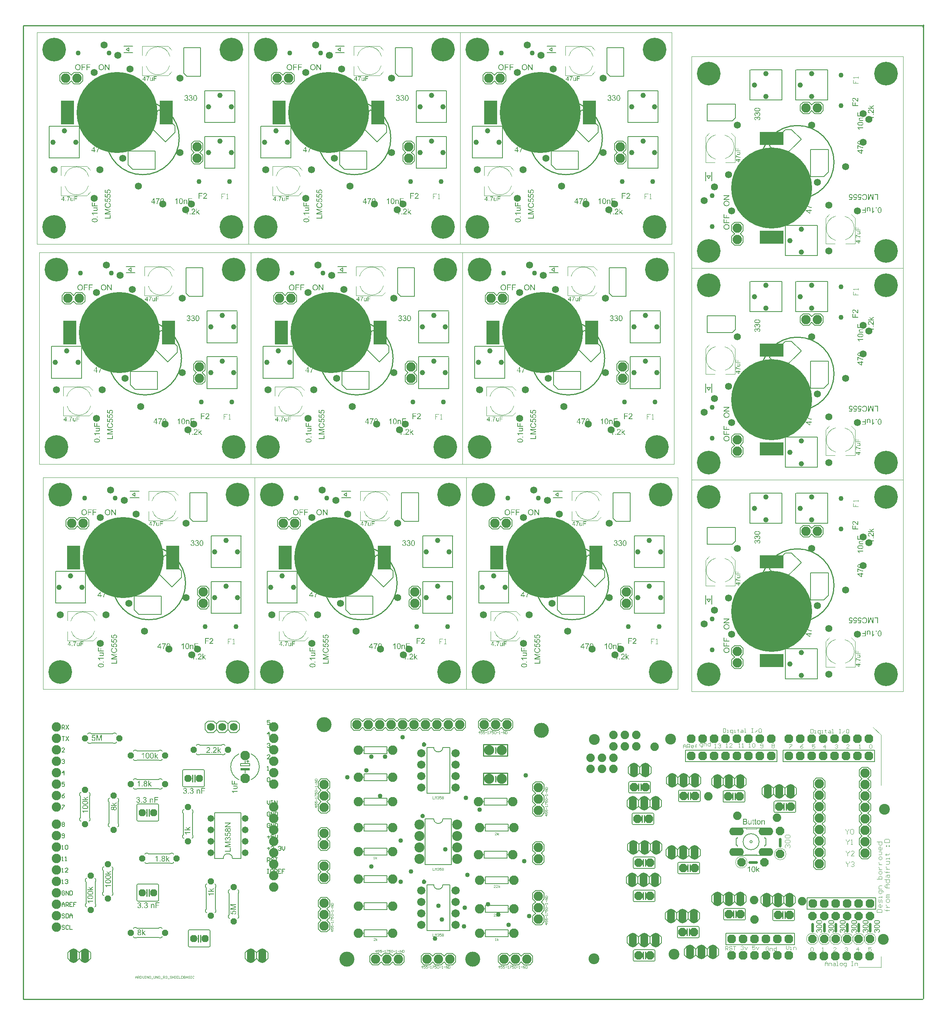
<source format=gbs>
G04 Layer_Color=16711935*
%FSLAX43Y43*%
%MOMM*%
G71*
G01*
G75*
%ADD28C,0.610*%
%ADD30C,0.152*%
%ADD31C,0.254*%
%ADD36C,0.069*%
%ADD41C,0.000*%
%ADD42C,0.102*%
%ADD43C,0.203*%
%ADD44C,0.127*%
%ADD45C,0.051*%
%ADD46C,0.086*%
%ADD47C,0.130*%
%ADD48C,0.108*%
%ADD49C,0.041*%
%ADD50C,1.880*%
%ADD96C,2.083*%
%ADD97C,1.103*%
%ADD98C,1.178*%
%ADD99C,5.258*%
%ADD100O,1.727X3.251*%
%ADD101P,1.977X8X22.5*%
%ADD102P,1.977X8X112.5*%
%ADD103O,3.251X1.727*%
%ADD104P,2.083X8X112.5*%
%ADD105C,2.403*%
%ADD106C,1.829*%
%ADD107C,2.108*%
%ADD108C,2.235*%
%ADD109C,3.327*%
%ADD110P,1.498X8X292.5*%
%ADD111P,1.498X8X22.5*%
%ADD112C,1.727*%
%ADD113C,1.473*%
%ADD114P,1.711X8X22.5*%
%ADD115P,2.216X8X292.5*%
%ADD116C,1.564*%
%ADD118C,1.016*%
%ADD119R,2.993X5.283*%
G04:AMPARAMS|DCode=120|XSize=17.983mm|YSize=17.983mm|CornerRadius=8.992mm|HoleSize=0mm|Usage=FLASHONLY|Rotation=0.000|XOffset=0mm|YOffset=0mm|HoleType=Round|Shape=RoundedRectangle|*
%AMROUNDEDRECTD120*
21,1,17.983,0.000,0,0,0.0*
21,1,0.000,17.983,0,0,0.0*
1,1,17.983,0.000,0.000*
1,1,17.983,0.000,0.000*
1,1,17.983,0.000,0.000*
1,1,17.983,0.000,0.000*
%
%ADD120ROUNDEDRECTD120*%
%ADD121R,5.283X2.993*%
G04:AMPARAMS|DCode=122|XSize=17.983mm|YSize=17.983mm|CornerRadius=8.992mm|HoleSize=0mm|Usage=FLASHONLY|Rotation=90.000|XOffset=0mm|YOffset=0mm|HoleType=Round|Shape=RoundedRectangle|*
%AMROUNDEDRECTD122*
21,1,17.983,0.000,0,0,90.0*
21,1,0.000,17.983,0,0,90.0*
1,1,17.983,0.000,0.000*
1,1,17.983,0.000,0.000*
1,1,17.983,0.000,0.000*
1,1,17.983,0.000,0.000*
%
%ADD122ROUNDEDRECTD122*%
G36*
X969897Y758063D02*
X969724D01*
X969065Y759052D01*
Y758063D01*
X968905D01*
Y759323D01*
X969076D01*
X969737Y758333D01*
Y759323D01*
X969897D01*
Y758063D01*
D02*
G37*
G36*
X922907D02*
X922734D01*
X922075Y759052D01*
Y758063D01*
X921915D01*
Y759323D01*
X922086D01*
X922747Y758333D01*
Y759323D01*
X922907D01*
Y758063D01*
D02*
G37*
G36*
X875917D02*
X875744D01*
X875085Y759052D01*
Y758063D01*
X874925D01*
Y759323D01*
X875096D01*
X875757Y758333D01*
Y759323D01*
X875917D01*
Y758063D01*
D02*
G37*
G36*
X965635Y759174D02*
X964951D01*
Y758784D01*
X965543D01*
Y758635D01*
X964951D01*
Y758063D01*
X964783D01*
Y759323D01*
X965635D01*
Y759174D01*
D02*
G37*
G36*
X964559D02*
X963874D01*
Y758784D01*
X964466D01*
Y758635D01*
X963874D01*
Y758063D01*
X963707D01*
Y759323D01*
X964559D01*
Y759174D01*
D02*
G37*
G36*
X918645D02*
X917961D01*
Y758784D01*
X918553D01*
Y758635D01*
X917961D01*
Y758063D01*
X917793D01*
Y759323D01*
X918645D01*
Y759174D01*
D02*
G37*
G36*
X917569D02*
X916884D01*
Y758784D01*
X917476D01*
Y758635D01*
X916884D01*
Y758063D01*
X916717D01*
Y759323D01*
X917569D01*
Y759174D01*
D02*
G37*
G36*
X871655D02*
X870971D01*
Y758784D01*
X871563D01*
Y758635D01*
X870971D01*
Y758063D01*
X870803D01*
Y759323D01*
X871655D01*
Y759174D01*
D02*
G37*
G36*
X870579D02*
X869894D01*
Y758784D01*
X870486D01*
Y758635D01*
X869894D01*
Y758063D01*
X869727D01*
Y759323D01*
X870579D01*
Y759174D01*
D02*
G37*
G36*
X968118Y759343D02*
X968134D01*
X968151Y759341D01*
X968173Y759338D01*
X968194Y759334D01*
X968242Y759325D01*
X968296Y759310D01*
X968349Y759289D01*
X968377Y759276D01*
X968404Y759261D01*
X968406Y759260D01*
X968409Y759258D01*
X968417Y759252D01*
X968428Y759247D01*
X968438Y759238D01*
X968453Y759227D01*
X968484Y759201D01*
X968517Y759168D01*
X968553Y759128D01*
X968588Y759081D01*
X968617Y759028D01*
Y759026D01*
X968621Y759021D01*
X968624Y759014D01*
X968628Y759003D01*
X968635Y758988D01*
X968641Y758972D01*
X968648Y758952D01*
X968655Y758930D01*
X968661Y758906D01*
X968668Y758881D01*
X968675Y758852D01*
X968681Y758822D01*
X968688Y758759D01*
X968692Y758690D01*
Y758688D01*
Y758680D01*
Y758671D01*
X968690Y758657D01*
Y758640D01*
X968688Y758620D01*
X968684Y758598D01*
X968682Y758575D01*
X968673Y758522D01*
X968659Y758464D01*
X968639Y758405D01*
X968628Y758376D01*
X968613Y758347D01*
Y758345D01*
X968610Y758340D01*
X968606Y758333D01*
X968599Y758322D01*
X968591Y758309D01*
X968582Y758296D01*
X968557Y758262D01*
X968526Y758225D01*
X968489Y758187D01*
X968446Y758150D01*
X968395Y758118D01*
X968393D01*
X968389Y758114D01*
X968380Y758110D01*
X968369Y758105D01*
X968357Y758099D01*
X968342Y758094D01*
X968324Y758087D01*
X968304Y758079D01*
X968282Y758072D01*
X968258Y758065D01*
X968205Y758054D01*
X968149Y758045D01*
X968089Y758041D01*
X968071D01*
X968060Y758043D01*
X968043D01*
X968025Y758047D01*
X968005Y758048D01*
X967981Y758052D01*
X967932Y758063D01*
X967879Y758078D01*
X967825Y758099D01*
X967797Y758112D01*
X967770Y758127D01*
X967768Y758129D01*
X967765Y758130D01*
X967757Y758136D01*
X967746Y758143D01*
X967735Y758150D01*
X967723Y758161D01*
X967692Y758189D01*
X967657Y758221D01*
X967621Y758262D01*
X967588Y758307D01*
X967557Y758360D01*
Y758362D01*
X967553Y758367D01*
X967550Y758374D01*
X967546Y758385D01*
X967541Y758400D01*
X967535Y758416D01*
X967528Y758435D01*
X967522Y758455D01*
X967515Y758478D01*
X967508Y758502D01*
X967497Y758557D01*
X967490Y758613D01*
X967486Y758675D01*
Y758677D01*
Y758679D01*
Y758690D01*
X967488Y758706D01*
Y758728D01*
X967491Y758753D01*
X967495Y758784D01*
X967501Y758819D01*
X967508Y758855D01*
X967515Y758893D01*
X967526Y758934D01*
X967541Y758974D01*
X967557Y759016D01*
X967575Y759056D01*
X967599Y759096D01*
X967624Y759132D01*
X967654Y759167D01*
X967655Y759168D01*
X967661Y759174D01*
X967672Y759183D01*
X967685Y759194D01*
X967701Y759208D01*
X967721Y759223D01*
X967745Y759240D01*
X967772Y759256D01*
X967801Y759272D01*
X967834Y759289D01*
X967870Y759303D01*
X967909Y759318D01*
X967950Y759329D01*
X967994Y759338D01*
X968040Y759343D01*
X968089Y759345D01*
X968105D01*
X968118Y759343D01*
D02*
G37*
G36*
X962911D02*
X962927D01*
X962944Y759341D01*
X962966Y759338D01*
X962987Y759334D01*
X963035Y759325D01*
X963089Y759310D01*
X963142Y759289D01*
X963170Y759276D01*
X963197Y759261D01*
X963199Y759260D01*
X963202Y759258D01*
X963210Y759252D01*
X963221Y759247D01*
X963232Y759238D01*
X963246Y759227D01*
X963277Y759201D01*
X963310Y759168D01*
X963346Y759128D01*
X963381Y759081D01*
X963410Y759028D01*
Y759026D01*
X963414Y759021D01*
X963417Y759014D01*
X963421Y759003D01*
X963428Y758988D01*
X963434Y758972D01*
X963441Y758952D01*
X963448Y758930D01*
X963454Y758906D01*
X963461Y758881D01*
X963468Y758852D01*
X963474Y758822D01*
X963481Y758759D01*
X963485Y758690D01*
Y758688D01*
Y758680D01*
Y758671D01*
X963483Y758657D01*
Y758640D01*
X963481Y758620D01*
X963477Y758598D01*
X963476Y758575D01*
X963466Y758522D01*
X963452Y758464D01*
X963432Y758405D01*
X963421Y758376D01*
X963406Y758347D01*
Y758345D01*
X963403Y758340D01*
X963399Y758333D01*
X963392Y758322D01*
X963384Y758309D01*
X963375Y758296D01*
X963350Y758262D01*
X963319Y758225D01*
X963282Y758187D01*
X963239Y758150D01*
X963188Y758118D01*
X963186D01*
X963182Y758114D01*
X963173Y758110D01*
X963162Y758105D01*
X963150Y758099D01*
X963135Y758094D01*
X963117Y758087D01*
X963097Y758079D01*
X963075Y758072D01*
X963051Y758065D01*
X962998Y758054D01*
X962942Y758045D01*
X962882Y758041D01*
X962864D01*
X962853Y758043D01*
X962836D01*
X962818Y758047D01*
X962798Y758048D01*
X962774Y758052D01*
X962725Y758063D01*
X962672Y758078D01*
X962618Y758099D01*
X962590Y758112D01*
X962563Y758127D01*
X962561Y758129D01*
X962558Y758130D01*
X962550Y758136D01*
X962539Y758143D01*
X962529Y758150D01*
X962516Y758161D01*
X962485Y758189D01*
X962450Y758221D01*
X962414Y758262D01*
X962381Y758307D01*
X962350Y758360D01*
Y758362D01*
X962346Y758367D01*
X962343Y758374D01*
X962339Y758385D01*
X962334Y758400D01*
X962328Y758416D01*
X962321Y758435D01*
X962315Y758455D01*
X962308Y758478D01*
X962301Y758502D01*
X962290Y758557D01*
X962283Y758613D01*
X962279Y758675D01*
Y758677D01*
Y758679D01*
Y758690D01*
X962281Y758706D01*
Y758728D01*
X962284Y758753D01*
X962288Y758784D01*
X962294Y758819D01*
X962301Y758855D01*
X962308Y758893D01*
X962319Y758934D01*
X962334Y758974D01*
X962350Y759016D01*
X962368Y759056D01*
X962392Y759096D01*
X962417Y759132D01*
X962447Y759167D01*
X962448Y759168D01*
X962454Y759174D01*
X962465Y759183D01*
X962478Y759194D01*
X962494Y759208D01*
X962514Y759223D01*
X962538Y759240D01*
X962565Y759256D01*
X962594Y759272D01*
X962627Y759289D01*
X962663Y759303D01*
X962702Y759318D01*
X962743Y759329D01*
X962787Y759338D01*
X962833Y759343D01*
X962882Y759345D01*
X962898D01*
X962911Y759343D01*
D02*
G37*
G36*
X921128D02*
X921144D01*
X921161Y759341D01*
X921183Y759338D01*
X921204Y759334D01*
X921252Y759325D01*
X921306Y759310D01*
X921359Y759289D01*
X921387Y759276D01*
X921414Y759261D01*
X921416Y759260D01*
X921419Y759258D01*
X921427Y759252D01*
X921438Y759247D01*
X921448Y759238D01*
X921463Y759227D01*
X921494Y759201D01*
X921527Y759168D01*
X921563Y759128D01*
X921598Y759081D01*
X921627Y759028D01*
Y759026D01*
X921631Y759021D01*
X921634Y759014D01*
X921638Y759003D01*
X921645Y758988D01*
X921651Y758972D01*
X921658Y758952D01*
X921665Y758930D01*
X921671Y758906D01*
X921678Y758881D01*
X921685Y758852D01*
X921691Y758822D01*
X921698Y758759D01*
X921702Y758690D01*
Y758688D01*
Y758680D01*
Y758671D01*
X921700Y758657D01*
Y758640D01*
X921698Y758620D01*
X921694Y758598D01*
X921693Y758575D01*
X921683Y758522D01*
X921669Y758464D01*
X921649Y758405D01*
X921638Y758376D01*
X921623Y758347D01*
Y758345D01*
X921620Y758340D01*
X921616Y758333D01*
X921609Y758322D01*
X921601Y758309D01*
X921592Y758296D01*
X921567Y758262D01*
X921536Y758225D01*
X921499Y758187D01*
X921456Y758150D01*
X921405Y758118D01*
X921403D01*
X921399Y758114D01*
X921390Y758110D01*
X921379Y758105D01*
X921367Y758099D01*
X921352Y758094D01*
X921334Y758087D01*
X921314Y758079D01*
X921292Y758072D01*
X921268Y758065D01*
X921215Y758054D01*
X921159Y758045D01*
X921099Y758041D01*
X921081D01*
X921070Y758043D01*
X921053D01*
X921035Y758047D01*
X921015Y758048D01*
X920991Y758052D01*
X920942Y758063D01*
X920889Y758078D01*
X920835Y758099D01*
X920807Y758112D01*
X920780Y758127D01*
X920778Y758129D01*
X920775Y758130D01*
X920767Y758136D01*
X920756Y758143D01*
X920745Y758150D01*
X920733Y758161D01*
X920702Y758189D01*
X920667Y758221D01*
X920631Y758262D01*
X920598Y758307D01*
X920567Y758360D01*
Y758362D01*
X920563Y758367D01*
X920560Y758374D01*
X920556Y758385D01*
X920551Y758400D01*
X920545Y758416D01*
X920538Y758435D01*
X920532Y758455D01*
X920525Y758478D01*
X920518Y758502D01*
X920507Y758557D01*
X920500Y758613D01*
X920496Y758675D01*
Y758677D01*
Y758679D01*
Y758690D01*
X920498Y758706D01*
Y758728D01*
X920501Y758753D01*
X920505Y758784D01*
X920511Y758819D01*
X920518Y758855D01*
X920525Y758893D01*
X920536Y758934D01*
X920551Y758974D01*
X920567Y759016D01*
X920585Y759056D01*
X920609Y759096D01*
X920634Y759132D01*
X920664Y759167D01*
X920665Y759168D01*
X920671Y759174D01*
X920682Y759183D01*
X920695Y759194D01*
X920711Y759208D01*
X920731Y759223D01*
X920755Y759240D01*
X920782Y759256D01*
X920811Y759272D01*
X920844Y759289D01*
X920880Y759303D01*
X920919Y759318D01*
X920960Y759329D01*
X921004Y759338D01*
X921050Y759343D01*
X921099Y759345D01*
X921115D01*
X921128Y759343D01*
D02*
G37*
G36*
X915921D02*
X915937D01*
X915954Y759341D01*
X915976Y759338D01*
X915997Y759334D01*
X916045Y759325D01*
X916099Y759310D01*
X916152Y759289D01*
X916180Y759276D01*
X916207Y759261D01*
X916209Y759260D01*
X916212Y759258D01*
X916220Y759252D01*
X916231Y759247D01*
X916241Y759238D01*
X916256Y759227D01*
X916287Y759201D01*
X916320Y759168D01*
X916356Y759128D01*
X916391Y759081D01*
X916420Y759028D01*
Y759026D01*
X916424Y759021D01*
X916427Y759014D01*
X916431Y759003D01*
X916438Y758988D01*
X916444Y758972D01*
X916451Y758952D01*
X916458Y758930D01*
X916464Y758906D01*
X916471Y758881D01*
X916478Y758852D01*
X916484Y758822D01*
X916491Y758759D01*
X916495Y758690D01*
Y758688D01*
Y758680D01*
Y758671D01*
X916493Y758657D01*
Y758640D01*
X916491Y758620D01*
X916487Y758598D01*
X916486Y758575D01*
X916476Y758522D01*
X916462Y758464D01*
X916442Y758405D01*
X916431Y758376D01*
X916416Y758347D01*
Y758345D01*
X916413Y758340D01*
X916409Y758333D01*
X916402Y758322D01*
X916394Y758309D01*
X916385Y758296D01*
X916360Y758262D01*
X916329Y758225D01*
X916292Y758187D01*
X916249Y758150D01*
X916198Y758118D01*
X916196D01*
X916192Y758114D01*
X916183Y758110D01*
X916172Y758105D01*
X916160Y758099D01*
X916145Y758094D01*
X916127Y758087D01*
X916107Y758079D01*
X916085Y758072D01*
X916061Y758065D01*
X916008Y758054D01*
X915952Y758045D01*
X915892Y758041D01*
X915874D01*
X915863Y758043D01*
X915846D01*
X915828Y758047D01*
X915808Y758048D01*
X915784Y758052D01*
X915735Y758063D01*
X915682Y758078D01*
X915628Y758099D01*
X915600Y758112D01*
X915573Y758127D01*
X915571Y758129D01*
X915568Y758130D01*
X915560Y758136D01*
X915549Y758143D01*
X915539Y758150D01*
X915526Y758161D01*
X915495Y758189D01*
X915460Y758221D01*
X915424Y758262D01*
X915391Y758307D01*
X915360Y758360D01*
Y758362D01*
X915356Y758367D01*
X915353Y758374D01*
X915349Y758385D01*
X915344Y758400D01*
X915338Y758416D01*
X915331Y758435D01*
X915325Y758455D01*
X915318Y758478D01*
X915311Y758502D01*
X915300Y758557D01*
X915293Y758613D01*
X915289Y758675D01*
Y758677D01*
Y758679D01*
Y758690D01*
X915291Y758706D01*
Y758728D01*
X915294Y758753D01*
X915298Y758784D01*
X915304Y758819D01*
X915311Y758855D01*
X915318Y758893D01*
X915329Y758934D01*
X915344Y758974D01*
X915360Y759016D01*
X915378Y759056D01*
X915402Y759096D01*
X915427Y759132D01*
X915457Y759167D01*
X915458Y759168D01*
X915464Y759174D01*
X915475Y759183D01*
X915487Y759194D01*
X915504Y759208D01*
X915524Y759223D01*
X915548Y759240D01*
X915575Y759256D01*
X915604Y759272D01*
X915637Y759289D01*
X915673Y759303D01*
X915711Y759318D01*
X915753Y759329D01*
X915797Y759338D01*
X915843Y759343D01*
X915892Y759345D01*
X915908D01*
X915921Y759343D01*
D02*
G37*
G36*
X874138D02*
X874154D01*
X874171Y759341D01*
X874193Y759338D01*
X874214Y759334D01*
X874262Y759325D01*
X874316Y759310D01*
X874369Y759289D01*
X874397Y759276D01*
X874424Y759261D01*
X874426Y759260D01*
X874429Y759258D01*
X874437Y759252D01*
X874448Y759247D01*
X874458Y759238D01*
X874473Y759227D01*
X874504Y759201D01*
X874537Y759168D01*
X874573Y759128D01*
X874608Y759081D01*
X874637Y759028D01*
Y759026D01*
X874641Y759021D01*
X874644Y759014D01*
X874648Y759003D01*
X874655Y758988D01*
X874661Y758972D01*
X874668Y758952D01*
X874675Y758930D01*
X874681Y758906D01*
X874688Y758881D01*
X874695Y758852D01*
X874701Y758822D01*
X874708Y758759D01*
X874712Y758690D01*
Y758688D01*
Y758680D01*
Y758671D01*
X874710Y758657D01*
Y758640D01*
X874708Y758620D01*
X874704Y758598D01*
X874703Y758575D01*
X874693Y758522D01*
X874679Y758464D01*
X874659Y758405D01*
X874648Y758376D01*
X874633Y758347D01*
Y758345D01*
X874630Y758340D01*
X874626Y758333D01*
X874619Y758322D01*
X874611Y758309D01*
X874602Y758296D01*
X874577Y758262D01*
X874546Y758225D01*
X874509Y758187D01*
X874466Y758150D01*
X874415Y758118D01*
X874413D01*
X874409Y758114D01*
X874400Y758110D01*
X874389Y758105D01*
X874377Y758099D01*
X874362Y758094D01*
X874344Y758087D01*
X874324Y758079D01*
X874302Y758072D01*
X874278Y758065D01*
X874225Y758054D01*
X874169Y758045D01*
X874109Y758041D01*
X874091D01*
X874080Y758043D01*
X874063D01*
X874045Y758047D01*
X874025Y758048D01*
X874001Y758052D01*
X873952Y758063D01*
X873899Y758078D01*
X873845Y758099D01*
X873817Y758112D01*
X873790Y758127D01*
X873788Y758129D01*
X873785Y758130D01*
X873777Y758136D01*
X873766Y758143D01*
X873755Y758150D01*
X873743Y758161D01*
X873712Y758189D01*
X873677Y758221D01*
X873641Y758262D01*
X873608Y758307D01*
X873577Y758360D01*
Y758362D01*
X873573Y758367D01*
X873570Y758374D01*
X873566Y758385D01*
X873561Y758400D01*
X873555Y758416D01*
X873548Y758435D01*
X873542Y758455D01*
X873535Y758478D01*
X873528Y758502D01*
X873517Y758557D01*
X873510Y758613D01*
X873506Y758675D01*
Y758677D01*
Y758679D01*
Y758690D01*
X873508Y758706D01*
Y758728D01*
X873511Y758753D01*
X873515Y758784D01*
X873521Y758819D01*
X873528Y758855D01*
X873535Y758893D01*
X873546Y758934D01*
X873561Y758974D01*
X873577Y759016D01*
X873595Y759056D01*
X873619Y759096D01*
X873644Y759132D01*
X873674Y759167D01*
X873675Y759168D01*
X873681Y759174D01*
X873692Y759183D01*
X873705Y759194D01*
X873721Y759208D01*
X873741Y759223D01*
X873765Y759240D01*
X873792Y759256D01*
X873821Y759272D01*
X873854Y759289D01*
X873890Y759303D01*
X873929Y759318D01*
X873970Y759329D01*
X874014Y759338D01*
X874060Y759343D01*
X874109Y759345D01*
X874125D01*
X874138Y759343D01*
D02*
G37*
G36*
X868931D02*
X868947D01*
X868964Y759341D01*
X868986Y759338D01*
X869007Y759334D01*
X869055Y759325D01*
X869109Y759310D01*
X869162Y759289D01*
X869190Y759276D01*
X869217Y759261D01*
X869219Y759260D01*
X869222Y759258D01*
X869230Y759252D01*
X869241Y759247D01*
X869251Y759238D01*
X869266Y759227D01*
X869297Y759201D01*
X869330Y759168D01*
X869366Y759128D01*
X869401Y759081D01*
X869430Y759028D01*
Y759026D01*
X869434Y759021D01*
X869437Y759014D01*
X869441Y759003D01*
X869448Y758988D01*
X869454Y758972D01*
X869461Y758952D01*
X869468Y758930D01*
X869474Y758906D01*
X869481Y758881D01*
X869488Y758852D01*
X869494Y758822D01*
X869501Y758759D01*
X869505Y758690D01*
Y758688D01*
Y758680D01*
Y758671D01*
X869503Y758657D01*
Y758640D01*
X869501Y758620D01*
X869497Y758598D01*
X869496Y758575D01*
X869486Y758522D01*
X869472Y758464D01*
X869452Y758405D01*
X869441Y758376D01*
X869426Y758347D01*
Y758345D01*
X869423Y758340D01*
X869419Y758333D01*
X869412Y758322D01*
X869404Y758309D01*
X869395Y758296D01*
X869370Y758262D01*
X869339Y758225D01*
X869302Y758187D01*
X869259Y758150D01*
X869208Y758118D01*
X869206D01*
X869202Y758114D01*
X869193Y758110D01*
X869182Y758105D01*
X869169Y758099D01*
X869155Y758094D01*
X869137Y758087D01*
X869117Y758079D01*
X869095Y758072D01*
X869071Y758065D01*
X869018Y758054D01*
X868962Y758045D01*
X868902Y758041D01*
X868884D01*
X868873Y758043D01*
X868856D01*
X868838Y758047D01*
X868818Y758048D01*
X868794Y758052D01*
X868745Y758063D01*
X868692Y758078D01*
X868638Y758099D01*
X868610Y758112D01*
X868583Y758127D01*
X868581Y758129D01*
X868578Y758130D01*
X868570Y758136D01*
X868559Y758143D01*
X868549Y758150D01*
X868536Y758161D01*
X868505Y758189D01*
X868470Y758221D01*
X868434Y758262D01*
X868401Y758307D01*
X868370Y758360D01*
Y758362D01*
X868366Y758367D01*
X868363Y758374D01*
X868359Y758385D01*
X868354Y758400D01*
X868348Y758416D01*
X868341Y758435D01*
X868335Y758455D01*
X868328Y758478D01*
X868321Y758502D01*
X868310Y758557D01*
X868303Y758613D01*
X868299Y758675D01*
Y758677D01*
Y758679D01*
Y758690D01*
X868301Y758706D01*
Y758728D01*
X868304Y758753D01*
X868308Y758784D01*
X868314Y758819D01*
X868321Y758855D01*
X868328Y758893D01*
X868339Y758934D01*
X868354Y758974D01*
X868370Y759016D01*
X868388Y759056D01*
X868412Y759096D01*
X868437Y759132D01*
X868467Y759167D01*
X868468Y759168D01*
X868474Y759174D01*
X868485Y759183D01*
X868497Y759194D01*
X868514Y759208D01*
X868534Y759223D01*
X868558Y759240D01*
X868585Y759256D01*
X868614Y759272D01*
X868647Y759289D01*
X868683Y759303D01*
X868721Y759318D01*
X868763Y759329D01*
X868807Y759338D01*
X868853Y759343D01*
X868902Y759345D01*
X868918D01*
X868931Y759343D01*
D02*
G37*
G36*
X979502Y755650D02*
X979391D01*
Y755756D01*
X979389Y755755D01*
X979386Y755751D01*
X979382Y755745D01*
X979375Y755737D01*
X979366Y755729D01*
X979356Y755717D01*
X979344Y755707D01*
X979329Y755695D01*
X979313Y755684D01*
X979296Y755673D01*
X979277Y755663D01*
X979257Y755653D01*
X979233Y755646D01*
X979210Y755640D01*
X979184Y755635D01*
X979157Y755634D01*
X979147D01*
X979134Y755635D01*
X979118Y755637D01*
X979099Y755640D01*
X979079Y755644D01*
X979058Y755650D01*
X979036Y755659D01*
X979034Y755660D01*
X979028Y755663D01*
X979017Y755669D01*
X979006Y755676D01*
X978991Y755685D01*
X978978Y755695D01*
X978965Y755707D01*
X978953Y755720D01*
X978952Y755721D01*
X978949Y755727D01*
X978945Y755735D01*
X978939Y755746D01*
X978931Y755759D01*
X978926Y755775D01*
X978920Y755793D01*
X978915Y755812D01*
Y755813D01*
X978914Y755819D01*
X978912Y755828D01*
Y755840D01*
X978911Y755857D01*
X978910Y755876D01*
X978908Y755901D01*
Y755928D01*
Y756382D01*
X979032D01*
Y755975D01*
Y755974D01*
Y755971D01*
Y755966D01*
Y755959D01*
Y755943D01*
X979034Y755923D01*
Y755901D01*
X979035Y755879D01*
X979036Y755860D01*
X979039Y755844D01*
Y755842D01*
X979042Y755837D01*
X979045Y755828D01*
X979050Y755816D01*
X979057Y755805D01*
X979066Y755791D01*
X979076Y755780D01*
X979089Y755768D01*
X979090Y755767D01*
X979096Y755764D01*
X979104Y755759D01*
X979115Y755755D01*
X979128Y755749D01*
X979144Y755745D01*
X979162Y755742D01*
X979182Y755740D01*
X979192D01*
X979203Y755742D01*
X979216Y755743D01*
X979232Y755748D01*
X979249Y755752D01*
X979268Y755759D01*
X979287Y755768D01*
X979290Y755770D01*
X979296Y755774D01*
X979305Y755780D01*
X979315Y755789D01*
X979327Y755800D01*
X979338Y755813D01*
X979348Y755828D01*
X979357Y755845D01*
X979359Y755848D01*
X979360Y755854D01*
X979363Y755866D01*
X979367Y755882D01*
X979372Y755902D01*
X979375Y755927D01*
X979376Y755956D01*
X979378Y755990D01*
Y756382D01*
X979502D01*
Y755650D01*
D02*
G37*
G36*
X932512D02*
X932401D01*
Y755756D01*
X932399Y755755D01*
X932396Y755751D01*
X932392Y755745D01*
X932385Y755737D01*
X932376Y755729D01*
X932366Y755717D01*
X932354Y755707D01*
X932339Y755695D01*
X932323Y755684D01*
X932306Y755673D01*
X932287Y755663D01*
X932267Y755653D01*
X932243Y755646D01*
X932220Y755640D01*
X932194Y755635D01*
X932167Y755634D01*
X932157D01*
X932144Y755635D01*
X932128Y755637D01*
X932109Y755640D01*
X932089Y755644D01*
X932068Y755650D01*
X932046Y755659D01*
X932044Y755660D01*
X932038Y755663D01*
X932027Y755669D01*
X932016Y755676D01*
X932001Y755685D01*
X931988Y755695D01*
X931975Y755707D01*
X931963Y755720D01*
X931962Y755721D01*
X931959Y755727D01*
X931955Y755735D01*
X931949Y755746D01*
X931941Y755759D01*
X931936Y755775D01*
X931930Y755793D01*
X931925Y755812D01*
Y755813D01*
X931924Y755819D01*
X931922Y755828D01*
Y755840D01*
X931921Y755857D01*
X931920Y755876D01*
X931918Y755901D01*
Y755928D01*
Y756382D01*
X932042D01*
Y755975D01*
Y755974D01*
Y755971D01*
Y755966D01*
Y755959D01*
Y755943D01*
X932044Y755923D01*
Y755901D01*
X932045Y755879D01*
X932046Y755860D01*
X932049Y755844D01*
Y755842D01*
X932052Y755837D01*
X932055Y755828D01*
X932060Y755816D01*
X932067Y755805D01*
X932076Y755791D01*
X932086Y755780D01*
X932099Y755768D01*
X932100Y755767D01*
X932106Y755764D01*
X932113Y755759D01*
X932125Y755755D01*
X932138Y755749D01*
X932154Y755745D01*
X932172Y755742D01*
X932192Y755740D01*
X932202D01*
X932213Y755742D01*
X932226Y755743D01*
X932242Y755748D01*
X932259Y755752D01*
X932278Y755759D01*
X932297Y755768D01*
X932300Y755770D01*
X932306Y755774D01*
X932315Y755780D01*
X932325Y755789D01*
X932337Y755800D01*
X932348Y755813D01*
X932358Y755828D01*
X932367Y755845D01*
X932369Y755848D01*
X932370Y755854D01*
X932373Y755866D01*
X932377Y755882D01*
X932382Y755902D01*
X932385Y755927D01*
X932386Y755956D01*
X932388Y755990D01*
Y756382D01*
X932512D01*
Y755650D01*
D02*
G37*
G36*
X885521D02*
X885411D01*
Y755756D01*
X885409Y755755D01*
X885406Y755751D01*
X885402Y755745D01*
X885395Y755737D01*
X885386Y755729D01*
X885376Y755717D01*
X885364Y755707D01*
X885349Y755695D01*
X885333Y755684D01*
X885316Y755673D01*
X885297Y755663D01*
X885277Y755653D01*
X885253Y755646D01*
X885230Y755640D01*
X885204Y755635D01*
X885177Y755634D01*
X885167D01*
X885154Y755635D01*
X885138Y755637D01*
X885119Y755640D01*
X885099Y755644D01*
X885078Y755650D01*
X885056Y755659D01*
X885054Y755660D01*
X885048Y755663D01*
X885037Y755669D01*
X885026Y755676D01*
X885011Y755685D01*
X884998Y755695D01*
X884985Y755707D01*
X884973Y755720D01*
X884972Y755721D01*
X884969Y755727D01*
X884965Y755735D01*
X884959Y755746D01*
X884951Y755759D01*
X884946Y755775D01*
X884940Y755793D01*
X884935Y755812D01*
Y755813D01*
X884934Y755819D01*
X884932Y755828D01*
Y755840D01*
X884931Y755857D01*
X884930Y755876D01*
X884928Y755901D01*
Y755928D01*
Y756382D01*
X885052D01*
Y755975D01*
Y755974D01*
Y755971D01*
Y755966D01*
Y755959D01*
Y755943D01*
X885054Y755923D01*
Y755901D01*
X885055Y755879D01*
X885056Y755860D01*
X885059Y755844D01*
Y755842D01*
X885062Y755837D01*
X885065Y755828D01*
X885070Y755816D01*
X885077Y755805D01*
X885086Y755791D01*
X885096Y755780D01*
X885109Y755768D01*
X885110Y755767D01*
X885116Y755764D01*
X885123Y755759D01*
X885135Y755755D01*
X885148Y755749D01*
X885164Y755745D01*
X885182Y755742D01*
X885202Y755740D01*
X885212D01*
X885223Y755742D01*
X885236Y755743D01*
X885252Y755748D01*
X885269Y755752D01*
X885288Y755759D01*
X885307Y755768D01*
X885310Y755770D01*
X885316Y755774D01*
X885325Y755780D01*
X885335Y755789D01*
X885347Y755800D01*
X885358Y755813D01*
X885368Y755828D01*
X885377Y755845D01*
X885379Y755848D01*
X885380Y755854D01*
X885383Y755866D01*
X885387Y755882D01*
X885392Y755902D01*
X885395Y755927D01*
X885396Y755956D01*
X885398Y755990D01*
Y756382D01*
X885521D01*
Y755650D01*
D02*
G37*
G36*
X980400Y756539D02*
X979851D01*
Y756227D01*
X980325D01*
Y756108D01*
X979851D01*
Y755650D01*
X979717D01*
Y756659D01*
X980400D01*
Y756539D01*
D02*
G37*
G36*
X978754Y756548D02*
X978752Y756547D01*
X978749Y756544D01*
X978743Y756538D01*
X978738Y756529D01*
X978729Y756519D01*
X978717Y756507D01*
X978705Y756493D01*
X978692Y756475D01*
X978679Y756458D01*
X978663Y756437D01*
X978647Y756414D01*
X978631Y756391D01*
X978614Y756364D01*
X978596Y756337D01*
X978579Y756306D01*
X978561Y756275D01*
X978560Y756274D01*
X978557Y756268D01*
X978552Y756259D01*
X978545Y756246D01*
X978538Y756230D01*
X978529Y756213D01*
X978519Y756192D01*
X978509Y756169D01*
X978497Y756143D01*
X978484Y756117D01*
X978472Y756087D01*
X978461Y756057D01*
X978437Y755994D01*
X978415Y755927D01*
Y755926D01*
X978414Y755921D01*
X978412Y755914D01*
X978409Y755905D01*
X978407Y755893D01*
X978404Y755879D01*
X978399Y755863D01*
X978396Y755845D01*
X978392Y755825D01*
X978388Y755803D01*
X978380Y755756D01*
X978373Y755705D01*
X978369Y755650D01*
X978242D01*
Y755651D01*
Y755656D01*
Y755662D01*
X978243Y755670D01*
Y755682D01*
X978245Y755697D01*
X978246Y755713D01*
X978248Y755730D01*
X978251Y755751D01*
X978253Y755771D01*
X978258Y755796D01*
X978262Y755821D01*
X978267Y755847D01*
X978272Y755876D01*
X978287Y755936D01*
Y755937D01*
X978289Y755943D01*
X978291Y755952D01*
X978296Y755965D01*
X978300Y755979D01*
X978306Y755997D01*
X978312Y756017D01*
X978321Y756039D01*
X978329Y756064D01*
X978338Y756089D01*
X978360Y756144D01*
X978386Y756203D01*
X978415Y756261D01*
X978417Y756262D01*
X978420Y756268D01*
X978424Y756275D01*
X978430Y756287D01*
X978437Y756300D01*
X978447Y756316D01*
X978458Y756334D01*
X978469Y756353D01*
X978497Y756395D01*
X978526Y756439D01*
X978560Y756484D01*
X978595Y756526D01*
X978100D01*
Y756646D01*
X978754D01*
Y756548D01*
D02*
G37*
G36*
X977828Y756006D02*
X977965D01*
Y755892D01*
X977828D01*
Y755650D01*
X977704D01*
Y755892D01*
X977265D01*
Y756006D01*
X977727Y756659D01*
X977828D01*
Y756006D01*
D02*
G37*
G36*
X933410Y756539D02*
X932861D01*
Y756227D01*
X933335D01*
Y756108D01*
X932861D01*
Y755650D01*
X932727D01*
Y756659D01*
X933410D01*
Y756539D01*
D02*
G37*
G36*
X931764Y756548D02*
X931762Y756547D01*
X931759Y756544D01*
X931753Y756538D01*
X931748Y756529D01*
X931739Y756519D01*
X931727Y756507D01*
X931715Y756493D01*
X931702Y756475D01*
X931689Y756458D01*
X931673Y756437D01*
X931657Y756414D01*
X931641Y756391D01*
X931624Y756364D01*
X931606Y756337D01*
X931589Y756306D01*
X931571Y756275D01*
X931570Y756274D01*
X931567Y756268D01*
X931562Y756259D01*
X931555Y756246D01*
X931548Y756230D01*
X931539Y756213D01*
X931529Y756192D01*
X931519Y756169D01*
X931507Y756143D01*
X931494Y756117D01*
X931482Y756087D01*
X931471Y756057D01*
X931447Y755994D01*
X931425Y755927D01*
Y755926D01*
X931424Y755921D01*
X931422Y755914D01*
X931419Y755905D01*
X931417Y755893D01*
X931414Y755879D01*
X931409Y755863D01*
X931406Y755845D01*
X931402Y755825D01*
X931398Y755803D01*
X931390Y755756D01*
X931383Y755705D01*
X931379Y755650D01*
X931252D01*
Y755651D01*
Y755656D01*
Y755662D01*
X931253Y755670D01*
Y755682D01*
X931255Y755697D01*
X931256Y755713D01*
X931258Y755730D01*
X931261Y755751D01*
X931263Y755771D01*
X931268Y755796D01*
X931272Y755821D01*
X931277Y755847D01*
X931282Y755876D01*
X931297Y755936D01*
Y755937D01*
X931298Y755943D01*
X931301Y755952D01*
X931306Y755965D01*
X931310Y755979D01*
X931316Y755997D01*
X931322Y756017D01*
X931331Y756039D01*
X931339Y756064D01*
X931348Y756089D01*
X931370Y756144D01*
X931396Y756203D01*
X931425Y756261D01*
X931427Y756262D01*
X931430Y756268D01*
X931434Y756275D01*
X931440Y756287D01*
X931447Y756300D01*
X931457Y756316D01*
X931468Y756334D01*
X931479Y756353D01*
X931507Y756395D01*
X931536Y756439D01*
X931570Y756484D01*
X931605Y756526D01*
X931110D01*
Y756646D01*
X931764D01*
Y756548D01*
D02*
G37*
G36*
X930838Y756006D02*
X930975D01*
Y755892D01*
X930838D01*
Y755650D01*
X930714D01*
Y755892D01*
X930275D01*
Y756006D01*
X930737Y756659D01*
X930838D01*
Y756006D01*
D02*
G37*
G36*
X886420Y756539D02*
X885871D01*
Y756227D01*
X886345D01*
Y756108D01*
X885871D01*
Y755650D01*
X885737D01*
Y756659D01*
X886420D01*
Y756539D01*
D02*
G37*
G36*
X884774Y756548D02*
X884772Y756547D01*
X884769Y756544D01*
X884763Y756538D01*
X884758Y756529D01*
X884749Y756519D01*
X884737Y756507D01*
X884725Y756493D01*
X884712Y756475D01*
X884699Y756458D01*
X884683Y756437D01*
X884667Y756414D01*
X884651Y756391D01*
X884634Y756364D01*
X884616Y756337D01*
X884599Y756306D01*
X884581Y756275D01*
X884580Y756274D01*
X884577Y756268D01*
X884572Y756259D01*
X884565Y756246D01*
X884558Y756230D01*
X884549Y756213D01*
X884539Y756192D01*
X884529Y756169D01*
X884517Y756143D01*
X884504Y756117D01*
X884492Y756087D01*
X884481Y756057D01*
X884457Y755994D01*
X884435Y755927D01*
Y755926D01*
X884434Y755921D01*
X884432Y755914D01*
X884430Y755905D01*
X884427Y755893D01*
X884424Y755879D01*
X884419Y755863D01*
X884416Y755845D01*
X884412Y755825D01*
X884408Y755803D01*
X884400Y755756D01*
X884393Y755705D01*
X884389Y755650D01*
X884262D01*
Y755651D01*
Y755656D01*
Y755662D01*
X884263Y755670D01*
Y755682D01*
X884265Y755697D01*
X884266Y755713D01*
X884268Y755730D01*
X884271Y755751D01*
X884273Y755771D01*
X884278Y755796D01*
X884282Y755821D01*
X884287Y755847D01*
X884292Y755876D01*
X884307Y755936D01*
Y755937D01*
X884308Y755943D01*
X884311Y755952D01*
X884316Y755965D01*
X884320Y755979D01*
X884326Y755997D01*
X884332Y756017D01*
X884341Y756039D01*
X884349Y756064D01*
X884358Y756089D01*
X884380Y756144D01*
X884406Y756203D01*
X884435Y756261D01*
X884437Y756262D01*
X884440Y756268D01*
X884444Y756275D01*
X884450Y756287D01*
X884457Y756300D01*
X884467Y756316D01*
X884478Y756334D01*
X884489Y756353D01*
X884517Y756395D01*
X884546Y756439D01*
X884580Y756484D01*
X884615Y756526D01*
X884120D01*
Y756646D01*
X884774D01*
Y756548D01*
D02*
G37*
G36*
X883848Y756006D02*
X883985D01*
Y755892D01*
X883848D01*
Y755650D01*
X883724D01*
Y755892D01*
X883285D01*
Y756006D01*
X883747Y756659D01*
X883848D01*
Y756006D01*
D02*
G37*
G36*
X987960Y752495D02*
X987984Y752491D01*
X988013Y752486D01*
X988046Y752477D01*
X988079Y752466D01*
X988112Y752451D01*
X988113D01*
X988115Y752450D01*
X988126Y752444D01*
X988143Y752433D01*
X988161Y752420D01*
X988183Y752402D01*
X988205Y752382D01*
X988226Y752358D01*
X988245Y752331D01*
X988246Y752327D01*
X988252Y752318D01*
X988259Y752302D01*
X988268Y752282D01*
X988277Y752258D01*
X988285Y752231D01*
X988290Y752200D01*
X988292Y752169D01*
Y752165D01*
Y752154D01*
X988290Y752140D01*
X988286Y752120D01*
X988281Y752096D01*
X988272Y752071D01*
X988261Y752045D01*
X988246Y752020D01*
X988245Y752016D01*
X988239Y752009D01*
X988228Y751996D01*
X988214Y751981D01*
X988195Y751965D01*
X988174Y751947D01*
X988148Y751930D01*
X988117Y751914D01*
X988119D01*
X988123Y751912D01*
X988128Y751910D01*
X988135Y751909D01*
X988155Y751901D01*
X988181Y751890D01*
X988210Y751876D01*
X988239Y751858D01*
X988266Y751834D01*
X988292Y751807D01*
X988294Y751803D01*
X988301Y751792D01*
X988312Y751774D01*
X988323Y751750D01*
X988334Y751721D01*
X988345Y751686D01*
X988352Y751646D01*
X988354Y751603D01*
Y751601D01*
Y751595D01*
Y751586D01*
X988352Y751575D01*
X988350Y751561D01*
X988347Y751544D01*
X988343Y751526D01*
X988339Y751506D01*
X988325Y751462D01*
X988314Y751439D01*
X988303Y751417D01*
X988288Y751393D01*
X988272Y751370D01*
X988254Y751346D01*
X988232Y751324D01*
X988230Y751322D01*
X988226Y751319D01*
X988219Y751313D01*
X988210Y751306D01*
X988199Y751297D01*
X988185Y751288D01*
X988168Y751277D01*
X988148Y751268D01*
X988128Y751257D01*
X988104Y751246D01*
X988081Y751237D01*
X988053Y751227D01*
X988024Y751220D01*
X987993Y751215D01*
X987962Y751211D01*
X987928Y751209D01*
X987911D01*
X987900Y751211D01*
X987886Y751213D01*
X987869Y751215D01*
X987851Y751218D01*
X987831Y751222D01*
X987787Y751233D01*
X987742Y751251D01*
X987718Y751262D01*
X987696Y751275D01*
X987675Y751291D01*
X987653Y751308D01*
X987651Y751309D01*
X987647Y751313D01*
X987642Y751319D01*
X987636Y751326D01*
X987627Y751335D01*
X987618Y751348D01*
X987607Y751360D01*
X987596Y751377D01*
X987585Y751395D01*
X987574Y751413D01*
X987554Y751457D01*
X987538Y751508D01*
X987532Y751535D01*
X987529Y751564D01*
X987684Y751584D01*
Y751583D01*
X987685Y751579D01*
X987687Y751572D01*
X987689Y751563D01*
X987691Y751552D01*
X987695Y751539D01*
X987704Y751512D01*
X987716Y751479D01*
X987733Y751448D01*
X987751Y751419D01*
X987773Y751393D01*
X987777Y751391D01*
X987784Y751384D01*
X987798Y751375D01*
X987817Y751366D01*
X987838Y751355D01*
X987866Y751346D01*
X987897Y751339D01*
X987930Y751337D01*
X987940D01*
X987948Y751339D01*
X987968Y751340D01*
X987993Y751346D01*
X988022Y751355D01*
X988053Y751368D01*
X988084Y751386D01*
X988113Y751411D01*
X988117Y751415D01*
X988126Y751426D01*
X988137Y751442D01*
X988152Y751464D01*
X988166Y751492D01*
X988177Y751523D01*
X988186Y751559D01*
X988190Y751599D01*
Y751601D01*
Y751604D01*
Y751610D01*
X988188Y751617D01*
X988186Y751637D01*
X988181Y751661D01*
X988174Y751690D01*
X988161Y751719D01*
X988143Y751748D01*
X988119Y751776D01*
X988115Y751779D01*
X988106Y751787D01*
X988092Y751798D01*
X988072Y751810D01*
X988046Y751823D01*
X988015Y751834D01*
X987981Y751841D01*
X987942Y751845D01*
X987926D01*
X987913Y751843D01*
X987897Y751841D01*
X987879Y751838D01*
X987857Y751834D01*
X987833Y751828D01*
X987851Y751965D01*
X987860D01*
X987868Y751963D01*
X987891D01*
X987911Y751967D01*
X987935Y751971D01*
X987962Y751976D01*
X987993Y751985D01*
X988022Y751998D01*
X988053Y752014D01*
X988055D01*
X988057Y752016D01*
X988066Y752023D01*
X988079Y752036D01*
X988093Y752052D01*
X988108Y752076D01*
X988121Y752103D01*
X988130Y752134D01*
X988133Y752153D01*
Y752173D01*
Y752174D01*
Y752176D01*
Y752187D01*
X988130Y752202D01*
X988126Y752222D01*
X988119Y752244D01*
X988110Y752267D01*
X988095Y752291D01*
X988075Y752313D01*
X988073Y752315D01*
X988064Y752322D01*
X988052Y752331D01*
X988035Y752342D01*
X988013Y752351D01*
X987988Y752360D01*
X987959Y752368D01*
X987926Y752369D01*
X987911D01*
X987895Y752366D01*
X987873Y752362D01*
X987849Y752355D01*
X987826Y752346D01*
X987800Y752331D01*
X987777Y752313D01*
X987775Y752311D01*
X987767Y752302D01*
X987756Y752289D01*
X987744Y752271D01*
X987731Y752247D01*
X987718Y752218D01*
X987707Y752184D01*
X987700Y752144D01*
X987545Y752171D01*
Y752173D01*
X987547Y752178D01*
X987549Y752185D01*
X987551Y752196D01*
X987554Y752209D01*
X987560Y752224D01*
X987571Y752258D01*
X987589Y752298D01*
X987611Y752338D01*
X987638Y752377D01*
X987673Y752411D01*
X987675Y752413D01*
X987678Y752415D01*
X987684Y752419D01*
X987691Y752424D01*
X987700Y752431D01*
X987713Y752439D01*
X987726Y752446D01*
X987742Y752455D01*
X987778Y752470D01*
X987820Y752484D01*
X987869Y752493D01*
X987895Y752497D01*
X987940D01*
X987960Y752495D01*
D02*
G37*
G36*
X986981D02*
X987004Y752491D01*
X987034Y752486D01*
X987066Y752477D01*
X987099Y752466D01*
X987132Y752451D01*
X987134D01*
X987135Y752450D01*
X987146Y752444D01*
X987163Y752433D01*
X987181Y752420D01*
X987203Y752402D01*
X987225Y752382D01*
X987247Y752358D01*
X987265Y752331D01*
X987267Y752327D01*
X987272Y752318D01*
X987279Y752302D01*
X987288Y752282D01*
X987298Y752258D01*
X987305Y752231D01*
X987310Y752200D01*
X987312Y752169D01*
Y752165D01*
Y752154D01*
X987310Y752140D01*
X987307Y752120D01*
X987301Y752096D01*
X987292Y752071D01*
X987281Y752045D01*
X987267Y752020D01*
X987265Y752016D01*
X987259Y752009D01*
X987248Y751996D01*
X987234Y751981D01*
X987216Y751965D01*
X987194Y751947D01*
X987168Y751930D01*
X987137Y751914D01*
X987139D01*
X987143Y751912D01*
X987148Y751910D01*
X987156Y751909D01*
X987176Y751901D01*
X987201Y751890D01*
X987230Y751876D01*
X987259Y751858D01*
X987287Y751834D01*
X987312Y751807D01*
X987314Y751803D01*
X987321Y751792D01*
X987332Y751774D01*
X987343Y751750D01*
X987354Y751721D01*
X987365Y751686D01*
X987372Y751646D01*
X987374Y751603D01*
Y751601D01*
Y751595D01*
Y751586D01*
X987372Y751575D01*
X987370Y751561D01*
X987367Y751544D01*
X987363Y751526D01*
X987359Y751506D01*
X987345Y751462D01*
X987334Y751439D01*
X987323Y751417D01*
X987308Y751393D01*
X987292Y751370D01*
X987274Y751346D01*
X987252Y751324D01*
X987250Y751322D01*
X987247Y751319D01*
X987239Y751313D01*
X987230Y751306D01*
X987219Y751297D01*
X987205Y751288D01*
X987188Y751277D01*
X987168Y751268D01*
X987148Y751257D01*
X987125Y751246D01*
X987101Y751237D01*
X987074Y751227D01*
X987044Y751220D01*
X987013Y751215D01*
X986982Y751211D01*
X986948Y751209D01*
X986932D01*
X986921Y751211D01*
X986906Y751213D01*
X986890Y751215D01*
X986871Y751218D01*
X986851Y751222D01*
X986808Y751233D01*
X986762Y751251D01*
X986738Y751262D01*
X986717Y751275D01*
X986695Y751291D01*
X986673Y751308D01*
X986671Y751309D01*
X986667Y751313D01*
X986662Y751319D01*
X986656Y751326D01*
X986647Y751335D01*
X986638Y751348D01*
X986627Y751360D01*
X986616Y751377D01*
X986606Y751395D01*
X986595Y751413D01*
X986575Y751457D01*
X986558Y751508D01*
X986553Y751535D01*
X986549Y751564D01*
X986704Y751584D01*
Y751583D01*
X986706Y751579D01*
X986708Y751572D01*
X986709Y751563D01*
X986711Y751552D01*
X986715Y751539D01*
X986724Y751512D01*
X986737Y751479D01*
X986753Y751448D01*
X986771Y751419D01*
X986793Y751393D01*
X986797Y751391D01*
X986804Y751384D01*
X986819Y751375D01*
X986837Y751366D01*
X986859Y751355D01*
X986886Y751346D01*
X986917Y751339D01*
X986950Y751337D01*
X986961D01*
X986968Y751339D01*
X986988Y751340D01*
X987013Y751346D01*
X987043Y751355D01*
X987074Y751368D01*
X987104Y751386D01*
X987134Y751411D01*
X987137Y751415D01*
X987146Y751426D01*
X987157Y751442D01*
X987172Y751464D01*
X987186Y751492D01*
X987197Y751523D01*
X987206Y751559D01*
X987210Y751599D01*
Y751601D01*
Y751604D01*
Y751610D01*
X987208Y751617D01*
X987206Y751637D01*
X987201Y751661D01*
X987194Y751690D01*
X987181Y751719D01*
X987163Y751748D01*
X987139Y751776D01*
X987135Y751779D01*
X987126Y751787D01*
X987112Y751798D01*
X987092Y751810D01*
X987066Y751823D01*
X987035Y751834D01*
X987001Y751841D01*
X986962Y751845D01*
X986946D01*
X986933Y751843D01*
X986917Y751841D01*
X986899Y751838D01*
X986877Y751834D01*
X986853Y751828D01*
X986871Y751965D01*
X986880D01*
X986888Y751963D01*
X986911D01*
X986932Y751967D01*
X986955Y751971D01*
X986982Y751976D01*
X987013Y751985D01*
X987043Y751998D01*
X987074Y752014D01*
X987075D01*
X987077Y752016D01*
X987086Y752023D01*
X987099Y752036D01*
X987114Y752052D01*
X987128Y752076D01*
X987141Y752103D01*
X987150Y752134D01*
X987154Y752153D01*
Y752173D01*
Y752174D01*
Y752176D01*
Y752187D01*
X987150Y752202D01*
X987146Y752222D01*
X987139Y752244D01*
X987130Y752267D01*
X987115Y752291D01*
X987095Y752313D01*
X987094Y752315D01*
X987084Y752322D01*
X987072Y752331D01*
X987055Y752342D01*
X987034Y752351D01*
X987008Y752360D01*
X986979Y752368D01*
X986946Y752369D01*
X986932D01*
X986915Y752366D01*
X986893Y752362D01*
X986870Y752355D01*
X986846Y752346D01*
X986820Y752331D01*
X986797Y752313D01*
X986795Y752311D01*
X986788Y752302D01*
X986777Y752289D01*
X986764Y752271D01*
X986751Y752247D01*
X986738Y752218D01*
X986728Y752184D01*
X986720Y752144D01*
X986565Y752171D01*
Y752173D01*
X986567Y752178D01*
X986569Y752185D01*
X986571Y752196D01*
X986575Y752209D01*
X986580Y752224D01*
X986591Y752258D01*
X986609Y752298D01*
X986631Y752338D01*
X986658Y752377D01*
X986693Y752411D01*
X986695Y752413D01*
X986698Y752415D01*
X986704Y752419D01*
X986711Y752424D01*
X986720Y752431D01*
X986733Y752439D01*
X986746Y752446D01*
X986762Y752455D01*
X986799Y752470D01*
X986840Y752484D01*
X986890Y752493D01*
X986915Y752497D01*
X986961D01*
X986981Y752495D01*
D02*
G37*
G36*
X940970D02*
X940994Y752491D01*
X941023Y752486D01*
X941056Y752477D01*
X941089Y752466D01*
X941122Y752451D01*
X941123D01*
X941125Y752450D01*
X941136Y752444D01*
X941153Y752433D01*
X941171Y752420D01*
X941193Y752402D01*
X941215Y752382D01*
X941236Y752358D01*
X941255Y752331D01*
X941256Y752327D01*
X941262Y752318D01*
X941269Y752302D01*
X941278Y752282D01*
X941287Y752258D01*
X941295Y752231D01*
X941300Y752200D01*
X941302Y752169D01*
Y752165D01*
Y752154D01*
X941300Y752140D01*
X941296Y752120D01*
X941291Y752096D01*
X941282Y752071D01*
X941271Y752045D01*
X941256Y752020D01*
X941255Y752016D01*
X941249Y752009D01*
X941238Y751996D01*
X941224Y751981D01*
X941205Y751965D01*
X941184Y751947D01*
X941158Y751930D01*
X941127Y751914D01*
X941129D01*
X941133Y751912D01*
X941138Y751910D01*
X941145Y751909D01*
X941165Y751901D01*
X941191Y751890D01*
X941220Y751876D01*
X941249Y751858D01*
X941276Y751834D01*
X941302Y751807D01*
X941304Y751803D01*
X941311Y751792D01*
X941322Y751774D01*
X941333Y751750D01*
X941344Y751721D01*
X941355Y751686D01*
X941362Y751646D01*
X941364Y751603D01*
Y751601D01*
Y751595D01*
Y751586D01*
X941362Y751575D01*
X941360Y751561D01*
X941357Y751544D01*
X941353Y751526D01*
X941349Y751506D01*
X941335Y751462D01*
X941324Y751439D01*
X941313Y751417D01*
X941298Y751393D01*
X941282Y751370D01*
X941264Y751346D01*
X941242Y751324D01*
X941240Y751322D01*
X941236Y751319D01*
X941229Y751313D01*
X941220Y751306D01*
X941209Y751297D01*
X941194Y751288D01*
X941178Y751277D01*
X941158Y751268D01*
X941138Y751257D01*
X941114Y751246D01*
X941091Y751237D01*
X941063Y751227D01*
X941034Y751220D01*
X941003Y751215D01*
X940972Y751211D01*
X940938Y751209D01*
X940921D01*
X940910Y751211D01*
X940896Y751213D01*
X940879Y751215D01*
X940861Y751218D01*
X940841Y751222D01*
X940797Y751233D01*
X940752Y751251D01*
X940728Y751262D01*
X940706Y751275D01*
X940685Y751291D01*
X940663Y751308D01*
X940661Y751309D01*
X940657Y751313D01*
X940652Y751319D01*
X940646Y751326D01*
X940637Y751335D01*
X940628Y751348D01*
X940617Y751360D01*
X940606Y751377D01*
X940595Y751395D01*
X940584Y751413D01*
X940564Y751457D01*
X940548Y751508D01*
X940542Y751535D01*
X940539Y751564D01*
X940694Y751584D01*
Y751583D01*
X940695Y751579D01*
X940697Y751572D01*
X940699Y751563D01*
X940701Y751552D01*
X940705Y751539D01*
X940714Y751512D01*
X940726Y751479D01*
X940743Y751448D01*
X940761Y751419D01*
X940783Y751393D01*
X940787Y751391D01*
X940794Y751384D01*
X940808Y751375D01*
X940827Y751366D01*
X940848Y751355D01*
X940876Y751346D01*
X940907Y751339D01*
X940940Y751337D01*
X940950D01*
X940958Y751339D01*
X940978Y751340D01*
X941003Y751346D01*
X941032Y751355D01*
X941063Y751368D01*
X941094Y751386D01*
X941123Y751411D01*
X941127Y751415D01*
X941136Y751426D01*
X941147Y751442D01*
X941162Y751464D01*
X941176Y751492D01*
X941187Y751523D01*
X941196Y751559D01*
X941200Y751599D01*
Y751601D01*
Y751604D01*
Y751610D01*
X941198Y751617D01*
X941196Y751637D01*
X941191Y751661D01*
X941184Y751690D01*
X941171Y751719D01*
X941153Y751748D01*
X941129Y751776D01*
X941125Y751779D01*
X941116Y751787D01*
X941102Y751798D01*
X941082Y751810D01*
X941056Y751823D01*
X941025Y751834D01*
X940991Y751841D01*
X940952Y751845D01*
X940936D01*
X940923Y751843D01*
X940907Y751841D01*
X940889Y751838D01*
X940867Y751834D01*
X940843Y751828D01*
X940861Y751965D01*
X940870D01*
X940878Y751963D01*
X940901D01*
X940921Y751967D01*
X940945Y751971D01*
X940972Y751976D01*
X941003Y751985D01*
X941032Y751998D01*
X941063Y752014D01*
X941065D01*
X941067Y752016D01*
X941076Y752023D01*
X941089Y752036D01*
X941103Y752052D01*
X941118Y752076D01*
X941131Y752103D01*
X941140Y752134D01*
X941143Y752153D01*
Y752173D01*
Y752174D01*
Y752176D01*
Y752187D01*
X941140Y752202D01*
X941136Y752222D01*
X941129Y752244D01*
X941120Y752267D01*
X941105Y752291D01*
X941085Y752313D01*
X941083Y752315D01*
X941074Y752322D01*
X941062Y752331D01*
X941045Y752342D01*
X941023Y752351D01*
X940998Y752360D01*
X940969Y752368D01*
X940936Y752369D01*
X940921D01*
X940905Y752366D01*
X940883Y752362D01*
X940859Y752355D01*
X940836Y752346D01*
X940810Y752331D01*
X940787Y752313D01*
X940785Y752311D01*
X940777Y752302D01*
X940766Y752289D01*
X940754Y752271D01*
X940741Y752247D01*
X940728Y752218D01*
X940717Y752184D01*
X940710Y752144D01*
X940555Y752171D01*
Y752173D01*
X940557Y752178D01*
X940559Y752185D01*
X940561Y752196D01*
X940564Y752209D01*
X940570Y752224D01*
X940581Y752258D01*
X940599Y752298D01*
X940621Y752338D01*
X940648Y752377D01*
X940683Y752411D01*
X940685Y752413D01*
X940688Y752415D01*
X940694Y752419D01*
X940701Y752424D01*
X940710Y752431D01*
X940723Y752439D01*
X940736Y752446D01*
X940752Y752455D01*
X940788Y752470D01*
X940830Y752484D01*
X940879Y752493D01*
X940905Y752497D01*
X940950D01*
X940970Y752495D01*
D02*
G37*
G36*
X939991D02*
X940014Y752491D01*
X940044Y752486D01*
X940076Y752477D01*
X940109Y752466D01*
X940142Y752451D01*
X940144D01*
X940146Y752450D01*
X940156Y752444D01*
X940173Y752433D01*
X940191Y752420D01*
X940213Y752402D01*
X940235Y752382D01*
X940257Y752358D01*
X940275Y752331D01*
X940277Y752327D01*
X940282Y752318D01*
X940289Y752302D01*
X940298Y752282D01*
X940308Y752258D01*
X940315Y752231D01*
X940320Y752200D01*
X940322Y752169D01*
Y752165D01*
Y752154D01*
X940320Y752140D01*
X940317Y752120D01*
X940311Y752096D01*
X940302Y752071D01*
X940291Y752045D01*
X940277Y752020D01*
X940275Y752016D01*
X940269Y752009D01*
X940258Y751996D01*
X940244Y751981D01*
X940226Y751965D01*
X940204Y751947D01*
X940178Y751930D01*
X940147Y751914D01*
X940149D01*
X940153Y751912D01*
X940158Y751910D01*
X940166Y751909D01*
X940186Y751901D01*
X940211Y751890D01*
X940240Y751876D01*
X940269Y751858D01*
X940297Y751834D01*
X940322Y751807D01*
X940324Y751803D01*
X940331Y751792D01*
X940342Y751774D01*
X940353Y751750D01*
X940364Y751721D01*
X940375Y751686D01*
X940382Y751646D01*
X940384Y751603D01*
Y751601D01*
Y751595D01*
Y751586D01*
X940382Y751575D01*
X940380Y751561D01*
X940377Y751544D01*
X940373Y751526D01*
X940370Y751506D01*
X940355Y751462D01*
X940344Y751439D01*
X940333Y751417D01*
X940318Y751393D01*
X940302Y751370D01*
X940284Y751346D01*
X940262Y751324D01*
X940260Y751322D01*
X940257Y751319D01*
X940249Y751313D01*
X940240Y751306D01*
X940229Y751297D01*
X940215Y751288D01*
X940198Y751277D01*
X940178Y751268D01*
X940158Y751257D01*
X940135Y751246D01*
X940111Y751237D01*
X940084Y751227D01*
X940054Y751220D01*
X940023Y751215D01*
X939992Y751211D01*
X939958Y751209D01*
X939942D01*
X939931Y751211D01*
X939916Y751213D01*
X939900Y751215D01*
X939881Y751218D01*
X939861Y751222D01*
X939818Y751233D01*
X939772Y751251D01*
X939748Y751262D01*
X939727Y751275D01*
X939705Y751291D01*
X939683Y751308D01*
X939681Y751309D01*
X939677Y751313D01*
X939672Y751319D01*
X939667Y751326D01*
X939657Y751335D01*
X939648Y751348D01*
X939637Y751360D01*
X939626Y751377D01*
X939616Y751395D01*
X939605Y751413D01*
X939585Y751457D01*
X939568Y751508D01*
X939563Y751535D01*
X939559Y751564D01*
X939714Y751584D01*
Y751583D01*
X939716Y751579D01*
X939718Y751572D01*
X939719Y751563D01*
X939721Y751552D01*
X939725Y751539D01*
X939734Y751512D01*
X939747Y751479D01*
X939763Y751448D01*
X939781Y751419D01*
X939803Y751393D01*
X939807Y751391D01*
X939814Y751384D01*
X939829Y751375D01*
X939847Y751366D01*
X939869Y751355D01*
X939896Y751346D01*
X939927Y751339D01*
X939960Y751337D01*
X939971D01*
X939978Y751339D01*
X939998Y751340D01*
X940023Y751346D01*
X940053Y751355D01*
X940084Y751368D01*
X940115Y751386D01*
X940144Y751411D01*
X940147Y751415D01*
X940156Y751426D01*
X940167Y751442D01*
X940182Y751464D01*
X940196Y751492D01*
X940207Y751523D01*
X940216Y751559D01*
X940220Y751599D01*
Y751601D01*
Y751604D01*
Y751610D01*
X940218Y751617D01*
X940216Y751637D01*
X940211Y751661D01*
X940204Y751690D01*
X940191Y751719D01*
X940173Y751748D01*
X940149Y751776D01*
X940146Y751779D01*
X940136Y751787D01*
X940122Y751798D01*
X940102Y751810D01*
X940076Y751823D01*
X940045Y751834D01*
X940011Y751841D01*
X939972Y751845D01*
X939956D01*
X939943Y751843D01*
X939927Y751841D01*
X939909Y751838D01*
X939887Y751834D01*
X939863Y751828D01*
X939881Y751965D01*
X939891D01*
X939898Y751963D01*
X939921D01*
X939942Y751967D01*
X939965Y751971D01*
X939992Y751976D01*
X940023Y751985D01*
X940053Y751998D01*
X940084Y752014D01*
X940085D01*
X940087Y752016D01*
X940096Y752023D01*
X940109Y752036D01*
X940124Y752052D01*
X940138Y752076D01*
X940151Y752103D01*
X940160Y752134D01*
X940164Y752153D01*
Y752173D01*
Y752174D01*
Y752176D01*
Y752187D01*
X940160Y752202D01*
X940156Y752222D01*
X940149Y752244D01*
X940140Y752267D01*
X940125Y752291D01*
X940105Y752313D01*
X940104Y752315D01*
X940094Y752322D01*
X940082Y752331D01*
X940065Y752342D01*
X940044Y752351D01*
X940018Y752360D01*
X939989Y752368D01*
X939956Y752369D01*
X939942D01*
X939925Y752366D01*
X939903Y752362D01*
X939880Y752355D01*
X939856Y752346D01*
X939830Y752331D01*
X939807Y752313D01*
X939805Y752311D01*
X939798Y752302D01*
X939787Y752289D01*
X939774Y752271D01*
X939761Y752247D01*
X939748Y752218D01*
X939738Y752184D01*
X939730Y752144D01*
X939575Y752171D01*
Y752173D01*
X939577Y752178D01*
X939579Y752185D01*
X939581Y752196D01*
X939585Y752209D01*
X939590Y752224D01*
X939601Y752258D01*
X939619Y752298D01*
X939641Y752338D01*
X939668Y752377D01*
X939703Y752411D01*
X939705Y752413D01*
X939708Y752415D01*
X939714Y752419D01*
X939721Y752424D01*
X939730Y752431D01*
X939743Y752439D01*
X939756Y752446D01*
X939772Y752455D01*
X939809Y752470D01*
X939850Y752484D01*
X939900Y752493D01*
X939925Y752497D01*
X939971D01*
X939991Y752495D01*
D02*
G37*
G36*
X893980D02*
X894004Y752491D01*
X894033Y752486D01*
X894066Y752477D01*
X894099Y752466D01*
X894132Y752451D01*
X894133D01*
X894135Y752450D01*
X894146Y752444D01*
X894163Y752433D01*
X894181Y752420D01*
X894203Y752402D01*
X894224Y752382D01*
X894246Y752358D01*
X894265Y752331D01*
X894266Y752327D01*
X894272Y752318D01*
X894279Y752302D01*
X894288Y752282D01*
X894297Y752258D01*
X894305Y752231D01*
X894310Y752200D01*
X894312Y752169D01*
Y752165D01*
Y752154D01*
X894310Y752140D01*
X894306Y752120D01*
X894301Y752096D01*
X894292Y752071D01*
X894281Y752045D01*
X894266Y752020D01*
X894265Y752016D01*
X894259Y752009D01*
X894248Y751996D01*
X894234Y751981D01*
X894215Y751965D01*
X894194Y751947D01*
X894168Y751930D01*
X894137Y751914D01*
X894139D01*
X894143Y751912D01*
X894148Y751910D01*
X894155Y751909D01*
X894175Y751901D01*
X894201Y751890D01*
X894230Y751876D01*
X894259Y751858D01*
X894286Y751834D01*
X894312Y751807D01*
X894314Y751803D01*
X894321Y751792D01*
X894332Y751774D01*
X894343Y751750D01*
X894354Y751721D01*
X894365Y751686D01*
X894372Y751646D01*
X894374Y751603D01*
Y751601D01*
Y751595D01*
Y751586D01*
X894372Y751575D01*
X894370Y751561D01*
X894367Y751544D01*
X894363Y751526D01*
X894359Y751506D01*
X894345Y751462D01*
X894334Y751439D01*
X894323Y751417D01*
X894308Y751393D01*
X894292Y751370D01*
X894274Y751346D01*
X894252Y751324D01*
X894250Y751322D01*
X894246Y751319D01*
X894239Y751313D01*
X894230Y751306D01*
X894219Y751297D01*
X894204Y751288D01*
X894188Y751277D01*
X894168Y751268D01*
X894148Y751257D01*
X894124Y751246D01*
X894101Y751237D01*
X894073Y751227D01*
X894044Y751220D01*
X894013Y751215D01*
X893982Y751211D01*
X893948Y751209D01*
X893931D01*
X893920Y751211D01*
X893906Y751213D01*
X893889Y751215D01*
X893871Y751218D01*
X893851Y751222D01*
X893807Y751233D01*
X893762Y751251D01*
X893738Y751262D01*
X893716Y751275D01*
X893695Y751291D01*
X893673Y751308D01*
X893671Y751309D01*
X893667Y751313D01*
X893662Y751319D01*
X893656Y751326D01*
X893647Y751335D01*
X893638Y751348D01*
X893627Y751360D01*
X893616Y751377D01*
X893605Y751395D01*
X893594Y751413D01*
X893574Y751457D01*
X893558Y751508D01*
X893552Y751535D01*
X893549Y751564D01*
X893704Y751584D01*
Y751583D01*
X893705Y751579D01*
X893707Y751572D01*
X893709Y751563D01*
X893711Y751552D01*
X893715Y751539D01*
X893724Y751512D01*
X893736Y751479D01*
X893753Y751448D01*
X893771Y751419D01*
X893793Y751393D01*
X893797Y751391D01*
X893804Y751384D01*
X893818Y751375D01*
X893837Y751366D01*
X893858Y751355D01*
X893886Y751346D01*
X893917Y751339D01*
X893950Y751337D01*
X893960D01*
X893968Y751339D01*
X893988Y751340D01*
X894013Y751346D01*
X894042Y751355D01*
X894073Y751368D01*
X894104Y751386D01*
X894133Y751411D01*
X894137Y751415D01*
X894146Y751426D01*
X894157Y751442D01*
X894172Y751464D01*
X894186Y751492D01*
X894197Y751523D01*
X894206Y751559D01*
X894210Y751599D01*
Y751601D01*
Y751604D01*
Y751610D01*
X894208Y751617D01*
X894206Y751637D01*
X894201Y751661D01*
X894194Y751690D01*
X894181Y751719D01*
X894163Y751748D01*
X894139Y751776D01*
X894135Y751779D01*
X894126Y751787D01*
X894112Y751798D01*
X894092Y751810D01*
X894066Y751823D01*
X894035Y751834D01*
X894000Y751841D01*
X893962Y751845D01*
X893946D01*
X893933Y751843D01*
X893917Y751841D01*
X893898Y751838D01*
X893877Y751834D01*
X893853Y751828D01*
X893871Y751965D01*
X893880D01*
X893888Y751963D01*
X893911D01*
X893931Y751967D01*
X893955Y751971D01*
X893982Y751976D01*
X894013Y751985D01*
X894042Y751998D01*
X894073Y752014D01*
X894075D01*
X894077Y752016D01*
X894086Y752023D01*
X894099Y752036D01*
X894113Y752052D01*
X894128Y752076D01*
X894141Y752103D01*
X894150Y752134D01*
X894154Y752153D01*
Y752173D01*
Y752174D01*
Y752176D01*
Y752187D01*
X894150Y752202D01*
X894146Y752222D01*
X894139Y752244D01*
X894130Y752267D01*
X894115Y752291D01*
X894095Y752313D01*
X894093Y752315D01*
X894084Y752322D01*
X894072Y752331D01*
X894055Y752342D01*
X894033Y752351D01*
X894008Y752360D01*
X893979Y752368D01*
X893946Y752369D01*
X893931D01*
X893915Y752366D01*
X893893Y752362D01*
X893869Y752355D01*
X893846Y752346D01*
X893820Y752331D01*
X893797Y752313D01*
X893795Y752311D01*
X893787Y752302D01*
X893776Y752289D01*
X893764Y752271D01*
X893751Y752247D01*
X893738Y752218D01*
X893727Y752184D01*
X893720Y752144D01*
X893565Y752171D01*
Y752173D01*
X893567Y752178D01*
X893569Y752185D01*
X893571Y752196D01*
X893574Y752209D01*
X893580Y752224D01*
X893591Y752258D01*
X893609Y752298D01*
X893631Y752338D01*
X893658Y752377D01*
X893693Y752411D01*
X893695Y752413D01*
X893698Y752415D01*
X893704Y752419D01*
X893711Y752424D01*
X893720Y752431D01*
X893733Y752439D01*
X893746Y752446D01*
X893762Y752455D01*
X893798Y752470D01*
X893840Y752484D01*
X893889Y752493D01*
X893915Y752497D01*
X893960D01*
X893980Y752495D01*
D02*
G37*
G36*
X893001D02*
X893024Y752491D01*
X893053Y752486D01*
X893086Y752477D01*
X893119Y752466D01*
X893152Y752451D01*
X893154D01*
X893155Y752450D01*
X893166Y752444D01*
X893183Y752433D01*
X893201Y752420D01*
X893223Y752402D01*
X893245Y752382D01*
X893267Y752358D01*
X893285Y752331D01*
X893287Y752327D01*
X893292Y752318D01*
X893299Y752302D01*
X893308Y752282D01*
X893318Y752258D01*
X893325Y752231D01*
X893330Y752200D01*
X893332Y752169D01*
Y752165D01*
Y752154D01*
X893330Y752140D01*
X893327Y752120D01*
X893321Y752096D01*
X893312Y752071D01*
X893301Y752045D01*
X893287Y752020D01*
X893285Y752016D01*
X893279Y752009D01*
X893268Y751996D01*
X893254Y751981D01*
X893236Y751965D01*
X893214Y751947D01*
X893188Y751930D01*
X893157Y751914D01*
X893159D01*
X893163Y751912D01*
X893168Y751910D01*
X893176Y751909D01*
X893196Y751901D01*
X893221Y751890D01*
X893250Y751876D01*
X893279Y751858D01*
X893307Y751834D01*
X893332Y751807D01*
X893334Y751803D01*
X893341Y751792D01*
X893352Y751774D01*
X893363Y751750D01*
X893374Y751721D01*
X893385Y751686D01*
X893392Y751646D01*
X893394Y751603D01*
Y751601D01*
Y751595D01*
Y751586D01*
X893392Y751575D01*
X893390Y751561D01*
X893387Y751544D01*
X893383Y751526D01*
X893379Y751506D01*
X893365Y751462D01*
X893354Y751439D01*
X893343Y751417D01*
X893328Y751393D01*
X893312Y751370D01*
X893294Y751346D01*
X893272Y751324D01*
X893270Y751322D01*
X893267Y751319D01*
X893259Y751313D01*
X893250Y751306D01*
X893239Y751297D01*
X893225Y751288D01*
X893208Y751277D01*
X893188Y751268D01*
X893168Y751257D01*
X893145Y751246D01*
X893121Y751237D01*
X893094Y751227D01*
X893064Y751220D01*
X893033Y751215D01*
X893003Y751211D01*
X892968Y751209D01*
X892952D01*
X892941Y751211D01*
X892926Y751213D01*
X892910Y751215D01*
X892891Y751218D01*
X892871Y751222D01*
X892828Y751233D01*
X892782Y751251D01*
X892758Y751262D01*
X892737Y751275D01*
X892715Y751291D01*
X892693Y751308D01*
X892691Y751309D01*
X892687Y751313D01*
X892682Y751319D01*
X892677Y751326D01*
X892667Y751335D01*
X892658Y751348D01*
X892647Y751360D01*
X892636Y751377D01*
X892625Y751395D01*
X892615Y751413D01*
X892595Y751457D01*
X892578Y751508D01*
X892573Y751535D01*
X892569Y751564D01*
X892724Y751584D01*
Y751583D01*
X892726Y751579D01*
X892727Y751572D01*
X892729Y751563D01*
X892731Y751552D01*
X892735Y751539D01*
X892744Y751512D01*
X892757Y751479D01*
X892773Y751448D01*
X892791Y751419D01*
X892813Y751393D01*
X892817Y751391D01*
X892824Y751384D01*
X892839Y751375D01*
X892857Y751366D01*
X892879Y751355D01*
X892906Y751346D01*
X892937Y751339D01*
X892970Y751337D01*
X892981D01*
X892988Y751339D01*
X893008Y751340D01*
X893033Y751346D01*
X893063Y751355D01*
X893094Y751368D01*
X893125Y751386D01*
X893154Y751411D01*
X893157Y751415D01*
X893166Y751426D01*
X893177Y751442D01*
X893192Y751464D01*
X893206Y751492D01*
X893217Y751523D01*
X893227Y751559D01*
X893230Y751599D01*
Y751601D01*
Y751604D01*
Y751610D01*
X893228Y751617D01*
X893227Y751637D01*
X893221Y751661D01*
X893214Y751690D01*
X893201Y751719D01*
X893183Y751748D01*
X893159Y751776D01*
X893155Y751779D01*
X893146Y751787D01*
X893132Y751798D01*
X893112Y751810D01*
X893086Y751823D01*
X893055Y751834D01*
X893021Y751841D01*
X892982Y751845D01*
X892966D01*
X892953Y751843D01*
X892937Y751841D01*
X892919Y751838D01*
X892897Y751834D01*
X892873Y751828D01*
X892891Y751965D01*
X892901D01*
X892908Y751963D01*
X892931D01*
X892952Y751967D01*
X892975Y751971D01*
X893003Y751976D01*
X893033Y751985D01*
X893063Y751998D01*
X893094Y752014D01*
X893095D01*
X893097Y752016D01*
X893106Y752023D01*
X893119Y752036D01*
X893134Y752052D01*
X893148Y752076D01*
X893161Y752103D01*
X893170Y752134D01*
X893174Y752153D01*
Y752173D01*
Y752174D01*
Y752176D01*
Y752187D01*
X893170Y752202D01*
X893166Y752222D01*
X893159Y752244D01*
X893150Y752267D01*
X893135Y752291D01*
X893115Y752313D01*
X893114Y752315D01*
X893104Y752322D01*
X893092Y752331D01*
X893075Y752342D01*
X893053Y752351D01*
X893028Y752360D01*
X892999Y752368D01*
X892966Y752369D01*
X892952D01*
X892935Y752366D01*
X892913Y752362D01*
X892890Y752355D01*
X892866Y752346D01*
X892840Y752331D01*
X892817Y752313D01*
X892815Y752311D01*
X892808Y752302D01*
X892797Y752289D01*
X892784Y752271D01*
X892771Y752247D01*
X892758Y752218D01*
X892748Y752184D01*
X892740Y752144D01*
X892585Y752171D01*
Y752173D01*
X892587Y752178D01*
X892589Y752185D01*
X892591Y752196D01*
X892595Y752209D01*
X892600Y752224D01*
X892611Y752258D01*
X892629Y752298D01*
X892651Y752338D01*
X892678Y752377D01*
X892713Y752411D01*
X892715Y752413D01*
X892718Y752415D01*
X892724Y752419D01*
X892731Y752424D01*
X892740Y752431D01*
X892753Y752439D01*
X892766Y752446D01*
X892782Y752455D01*
X892819Y752470D01*
X892860Y752484D01*
X892910Y752493D01*
X892935Y752497D01*
X892981D01*
X893001Y752495D01*
D02*
G37*
G36*
X1042162Y751045D02*
X1042142D01*
X1042127Y751047D01*
X1042111Y751049D01*
X1042093Y751053D01*
X1042075Y751056D01*
X1042055Y751064D01*
X1042053D01*
X1042051Y751065D01*
X1042040Y751069D01*
X1042024Y751076D01*
X1042002Y751087D01*
X1041976Y751102D01*
X1041947Y751120D01*
X1041918Y751140D01*
X1041887Y751166D01*
X1041885D01*
X1041883Y751169D01*
X1041872Y751178D01*
X1041856Y751195D01*
X1041832Y751218D01*
X1041805Y751246D01*
X1041772Y751280D01*
X1041736Y751322D01*
X1041698Y751368D01*
X1041696Y751370D01*
X1041690Y751377D01*
X1041681Y751388D01*
X1041670Y751401D01*
X1041656Y751417D01*
X1041639Y751437D01*
X1041621Y751457D01*
X1041601Y751481D01*
X1041557Y751526D01*
X1041514Y751572D01*
X1041492Y751594D01*
X1041470Y751614D01*
X1041450Y751632D01*
X1041430Y751646D01*
X1041428D01*
X1041426Y751650D01*
X1041421Y751654D01*
X1041413Y751657D01*
X1041393Y751670D01*
X1041370Y751685D01*
X1041341Y751697D01*
X1041310Y751710D01*
X1041275Y751717D01*
X1041242Y751721D01*
X1041239D01*
X1041228Y751719D01*
X1041209Y751717D01*
X1041189Y751712D01*
X1041164Y751705D01*
X1041139Y751692D01*
X1041113Y751676D01*
X1041088Y751654D01*
X1041084Y751650D01*
X1041077Y751641D01*
X1041068Y751628D01*
X1041055Y751608D01*
X1041044Y751583D01*
X1041033Y751554D01*
X1041026Y751519D01*
X1041024Y751481D01*
Y751479D01*
Y751475D01*
Y751470D01*
X1041026Y751462D01*
X1041027Y751441D01*
X1041033Y751415D01*
X1041040Y751388D01*
X1041053Y751357D01*
X1041069Y751328D01*
X1041091Y751300D01*
X1041095Y751297D01*
X1041104Y751289D01*
X1041118Y751279D01*
X1041140Y751268D01*
X1041166Y751255D01*
X1041199Y751244D01*
X1041235Y751237D01*
X1041277Y751233D01*
X1041260Y751075D01*
X1041259D01*
X1041253Y751076D01*
X1041244D01*
X1041231Y751078D01*
X1041217Y751082D01*
X1041200Y751086D01*
X1041180Y751091D01*
X1041160Y751096D01*
X1041117Y751111D01*
X1041073Y751133D01*
X1041051Y751146D01*
X1041029Y751162D01*
X1041009Y751178D01*
X1040991Y751197D01*
X1040989Y751198D01*
X1040987Y751202D01*
X1040982Y751208D01*
X1040976Y751217D01*
X1040969Y751228D01*
X1040962Y751240D01*
X1040953Y751255D01*
X1040944Y751273D01*
X1040935Y751293D01*
X1040925Y751315D01*
X1040918Y751339D01*
X1040911Y751364D01*
X1040905Y751391D01*
X1040900Y751421D01*
X1040898Y751452D01*
X1040896Y751484D01*
Y751486D01*
Y751492D01*
Y751503D01*
X1040898Y751515D01*
X1040900Y751530D01*
X1040902Y751548D01*
X1040905Y751568D01*
X1040909Y751588D01*
X1040922Y751635D01*
X1040940Y751683D01*
X1040951Y751707D01*
X1040964Y751730D01*
X1040980Y751752D01*
X1040998Y751772D01*
X1041000Y751774D01*
X1041002Y751778D01*
X1041009Y751781D01*
X1041016Y751788D01*
X1041026Y751798D01*
X1041038Y751807D01*
X1041051Y751816D01*
X1041068Y751827D01*
X1041102Y751845D01*
X1041146Y751863D01*
X1041168Y751870D01*
X1041193Y751874D01*
X1041219Y751878D01*
X1041246Y751880D01*
X1041259D01*
X1041273Y751878D01*
X1041293Y751876D01*
X1041315Y751872D01*
X1041341Y751865D01*
X1041368Y751858D01*
X1041395Y751847D01*
X1041399Y751845D01*
X1041408Y751841D01*
X1041423Y751834D01*
X1041443Y751823D01*
X1041464Y751809D01*
X1041492Y751790D01*
X1041519Y751768D01*
X1041550Y751743D01*
X1041554Y751739D01*
X1041565Y751730D01*
X1041574Y751721D01*
X1041583Y751712D01*
X1041594Y751701D01*
X1041608Y751686D01*
X1041623Y751672D01*
X1041639Y751654D01*
X1041657Y751635D01*
X1041678Y751614D01*
X1041698Y751590D01*
X1041721Y751564D01*
X1041745Y751535D01*
X1041771Y751506D01*
X1041772Y751504D01*
X1041776Y751501D01*
X1041781Y751493D01*
X1041789Y751484D01*
X1041800Y751473D01*
X1041811Y751461D01*
X1041834Y751432D01*
X1041861Y751401D01*
X1041889Y751371D01*
X1041912Y751346D01*
X1041922Y751335D01*
X1041931Y751326D01*
X1041932Y751324D01*
X1041938Y751319D01*
X1041945Y751311D01*
X1041956Y751302D01*
X1041969Y751293D01*
X1041982Y751282D01*
X1042013Y751260D01*
Y751881D01*
X1042162D01*
Y751045D01*
D02*
G37*
G36*
X988955Y752495D02*
X988979Y752491D01*
X989006Y752486D01*
X989035Y752479D01*
X989066Y752470D01*
X989095Y752455D01*
X989097D01*
X989099Y752453D01*
X989108Y752448D01*
X989122Y752439D01*
X989141Y752426D01*
X989161Y752408D01*
X989182Y752388D01*
X989203Y752364D01*
X989223Y752337D01*
X989224Y752333D01*
X989232Y752324D01*
X989239Y752307D01*
X989252Y752284D01*
X989263Y752256D01*
X989277Y752226D01*
X989290Y752189D01*
X989301Y752149D01*
Y752147D01*
X989303Y752144D01*
X989305Y752138D01*
X989306Y752129D01*
X989308Y752118D01*
X989310Y752105D01*
X989314Y752089D01*
X989315Y752071D01*
X989319Y752051D01*
X989321Y752029D01*
X989323Y752003D01*
X989326Y751978D01*
X989328Y751949D01*
Y751920D01*
X989330Y751887D01*
Y751852D01*
Y751850D01*
Y751843D01*
Y751830D01*
Y751816D01*
X989328Y751796D01*
Y751774D01*
X989326Y751750D01*
X989325Y751725D01*
X989319Y751666D01*
X989310Y751606D01*
X989299Y751548D01*
X989292Y751521D01*
X989283Y751493D01*
Y751492D01*
X989281Y751488D01*
X989277Y751481D01*
X989274Y751472D01*
X989270Y751459D01*
X989263Y751446D01*
X989248Y751415D01*
X989230Y751382D01*
X989206Y751346D01*
X989179Y751313D01*
X989146Y751282D01*
X989144D01*
X989142Y751279D01*
X989137Y751275D01*
X989130Y751271D01*
X989121Y751266D01*
X989111Y751258D01*
X989084Y751246D01*
X989051Y751233D01*
X989013Y751220D01*
X988968Y751213D01*
X988918Y751209D01*
X988900D01*
X988887Y751211D01*
X988873Y751213D01*
X988855Y751217D01*
X988835Y751220D01*
X988813Y751226D01*
X988791Y751233D01*
X988767Y751240D01*
X988744Y751251D01*
X988720Y751264D01*
X988696Y751279D01*
X988673Y751297D01*
X988651Y751317D01*
X988631Y751339D01*
X988629Y751340D01*
X988625Y751346D01*
X988620Y751355D01*
X988611Y751370D01*
X988602Y751386D01*
X988592Y751408D01*
X988580Y751433D01*
X988569Y751462D01*
X988558Y751495D01*
X988547Y751533D01*
X988536Y751575D01*
X988527Y751623D01*
X988518Y751674D01*
X988512Y751728D01*
X988509Y751788D01*
X988507Y751852D01*
Y751854D01*
Y751861D01*
Y751874D01*
Y751889D01*
X988509Y751909D01*
Y751930D01*
X988510Y751954D01*
X988512Y751981D01*
X988518Y752038D01*
X988527Y752098D01*
X988538Y752158D01*
X988545Y752185D01*
X988552Y752213D01*
Y752215D01*
X988554Y752218D01*
X988558Y752226D01*
X988561Y752235D01*
X988565Y752247D01*
X988572Y752260D01*
X988587Y752291D01*
X988605Y752324D01*
X988629Y752358D01*
X988656Y752393D01*
X988689Y752422D01*
X988691D01*
X988693Y752426D01*
X988698Y752429D01*
X988705Y752433D01*
X988714Y752440D01*
X988725Y752446D01*
X988753Y752460D01*
X988785Y752473D01*
X988824Y752486D01*
X988869Y752493D01*
X988918Y752497D01*
X988935D01*
X988955Y752495D01*
D02*
G37*
G36*
X941965D02*
X941989Y752491D01*
X942016Y752486D01*
X942045Y752479D01*
X942076Y752470D01*
X942105Y752455D01*
X942107D01*
X942109Y752453D01*
X942118Y752448D01*
X942132Y752439D01*
X942151Y752426D01*
X942171Y752408D01*
X942193Y752388D01*
X942213Y752364D01*
X942233Y752337D01*
X942234Y752333D01*
X942242Y752324D01*
X942249Y752307D01*
X942262Y752284D01*
X942273Y752256D01*
X942287Y752226D01*
X942300Y752189D01*
X942311Y752149D01*
Y752147D01*
X942313Y752144D01*
X942315Y752138D01*
X942316Y752129D01*
X942318Y752118D01*
X942320Y752105D01*
X942324Y752089D01*
X942325Y752071D01*
X942329Y752051D01*
X942331Y752029D01*
X942333Y752003D01*
X942336Y751978D01*
X942338Y751949D01*
Y751920D01*
X942340Y751887D01*
Y751852D01*
Y751850D01*
Y751843D01*
Y751830D01*
Y751816D01*
X942338Y751796D01*
Y751774D01*
X942336Y751750D01*
X942335Y751725D01*
X942329Y751666D01*
X942320Y751606D01*
X942309Y751548D01*
X942302Y751521D01*
X942293Y751493D01*
Y751492D01*
X942291Y751488D01*
X942287Y751481D01*
X942284Y751472D01*
X942280Y751459D01*
X942273Y751446D01*
X942258Y751415D01*
X942240Y751382D01*
X942216Y751346D01*
X942189Y751313D01*
X942156Y751282D01*
X942154D01*
X942152Y751279D01*
X942147Y751275D01*
X942140Y751271D01*
X942131Y751266D01*
X942121Y751258D01*
X942094Y751246D01*
X942061Y751233D01*
X942023Y751220D01*
X941978Y751213D01*
X941928Y751209D01*
X941910D01*
X941897Y751211D01*
X941883Y751213D01*
X941865Y751217D01*
X941845Y751220D01*
X941823Y751226D01*
X941801Y751233D01*
X941777Y751240D01*
X941754Y751251D01*
X941730Y751264D01*
X941706Y751279D01*
X941683Y751297D01*
X941661Y751317D01*
X941641Y751339D01*
X941639Y751340D01*
X941635Y751346D01*
X941630Y751355D01*
X941621Y751370D01*
X941612Y751386D01*
X941602Y751408D01*
X941590Y751433D01*
X941579Y751462D01*
X941568Y751495D01*
X941557Y751533D01*
X941546Y751575D01*
X941537Y751623D01*
X941528Y751674D01*
X941522Y751728D01*
X941519Y751788D01*
X941517Y751852D01*
Y751854D01*
Y751861D01*
Y751874D01*
Y751889D01*
X941519Y751909D01*
Y751930D01*
X941520Y751954D01*
X941522Y751981D01*
X941528Y752038D01*
X941537Y752098D01*
X941548Y752158D01*
X941555Y752185D01*
X941562Y752213D01*
Y752215D01*
X941564Y752218D01*
X941568Y752226D01*
X941571Y752235D01*
X941575Y752247D01*
X941582Y752260D01*
X941597Y752291D01*
X941615Y752324D01*
X941639Y752358D01*
X941666Y752393D01*
X941699Y752422D01*
X941701D01*
X941703Y752426D01*
X941708Y752429D01*
X941715Y752433D01*
X941724Y752440D01*
X941735Y752446D01*
X941763Y752460D01*
X941795Y752473D01*
X941834Y752486D01*
X941879Y752493D01*
X941928Y752497D01*
X941945D01*
X941965Y752495D01*
D02*
G37*
G36*
X894975D02*
X894999Y752491D01*
X895026Y752486D01*
X895055Y752479D01*
X895086Y752470D01*
X895115Y752455D01*
X895117D01*
X895119Y752453D01*
X895128Y752448D01*
X895142Y752439D01*
X895161Y752426D01*
X895181Y752408D01*
X895202Y752388D01*
X895223Y752364D01*
X895243Y752337D01*
X895244Y752333D01*
X895252Y752324D01*
X895259Y752307D01*
X895272Y752284D01*
X895283Y752256D01*
X895297Y752226D01*
X895310Y752189D01*
X895321Y752149D01*
Y752147D01*
X895323Y752144D01*
X895325Y752138D01*
X895326Y752129D01*
X895328Y752118D01*
X895330Y752105D01*
X895334Y752089D01*
X895335Y752071D01*
X895339Y752051D01*
X895341Y752029D01*
X895343Y752003D01*
X895346Y751978D01*
X895348Y751949D01*
Y751920D01*
X895350Y751887D01*
Y751852D01*
Y751850D01*
Y751843D01*
Y751830D01*
Y751816D01*
X895348Y751796D01*
Y751774D01*
X895346Y751750D01*
X895345Y751725D01*
X895339Y751666D01*
X895330Y751606D01*
X895319Y751548D01*
X895312Y751521D01*
X895303Y751493D01*
Y751492D01*
X895301Y751488D01*
X895297Y751481D01*
X895294Y751472D01*
X895290Y751459D01*
X895283Y751446D01*
X895268Y751415D01*
X895250Y751382D01*
X895226Y751346D01*
X895199Y751313D01*
X895166Y751282D01*
X895164D01*
X895162Y751279D01*
X895157Y751275D01*
X895150Y751271D01*
X895141Y751266D01*
X895131Y751258D01*
X895104Y751246D01*
X895071Y751233D01*
X895033Y751220D01*
X894988Y751213D01*
X894938Y751209D01*
X894920D01*
X894907Y751211D01*
X894893Y751213D01*
X894875Y751217D01*
X894855Y751220D01*
X894833Y751226D01*
X894811Y751233D01*
X894787Y751240D01*
X894764Y751251D01*
X894740Y751264D01*
X894716Y751279D01*
X894693Y751297D01*
X894671Y751317D01*
X894651Y751339D01*
X894649Y751340D01*
X894645Y751346D01*
X894640Y751355D01*
X894631Y751370D01*
X894622Y751386D01*
X894612Y751408D01*
X894600Y751433D01*
X894589Y751462D01*
X894578Y751495D01*
X894567Y751533D01*
X894556Y751575D01*
X894547Y751623D01*
X894538Y751674D01*
X894532Y751728D01*
X894529Y751788D01*
X894527Y751852D01*
Y751854D01*
Y751861D01*
Y751874D01*
Y751889D01*
X894529Y751909D01*
Y751930D01*
X894530Y751954D01*
X894532Y751981D01*
X894538Y752038D01*
X894547Y752098D01*
X894558Y752158D01*
X894565Y752185D01*
X894572Y752213D01*
Y752215D01*
X894574Y752218D01*
X894578Y752226D01*
X894581Y752235D01*
X894585Y752247D01*
X894592Y752260D01*
X894607Y752291D01*
X894625Y752324D01*
X894649Y752358D01*
X894676Y752393D01*
X894709Y752422D01*
X894711D01*
X894713Y752426D01*
X894718Y752429D01*
X894725Y752433D01*
X894734Y752440D01*
X894745Y752446D01*
X894773Y752460D01*
X894805Y752473D01*
X894844Y752486D01*
X894889Y752493D01*
X894938Y752497D01*
X894955D01*
X894975Y752495D01*
D02*
G37*
G36*
X974562Y752469D02*
X974576Y752467D01*
X974594Y752465D01*
X974615Y752462D01*
X974635Y752458D01*
X974682Y752445D01*
X974729Y752427D01*
X974753Y752416D01*
X974777Y752403D01*
X974798Y752387D01*
X974818Y752369D01*
X974820Y752367D01*
X974824Y752365D01*
X974828Y752358D01*
X974835Y752351D01*
X974844Y752341D01*
X974853Y752329D01*
X974862Y752316D01*
X974873Y752299D01*
X974891Y752265D01*
X974910Y752221D01*
X974917Y752199D01*
X974920Y752174D01*
X974924Y752148D01*
X974926Y752121D01*
Y752117D01*
Y752108D01*
X974924Y752094D01*
X974922Y752074D01*
X974919Y752052D01*
X974911Y752026D01*
X974904Y751999D01*
X974893Y751972D01*
X974891Y751968D01*
X974888Y751959D01*
X974880Y751944D01*
X974869Y751924D01*
X974855Y751903D01*
X974837Y751875D01*
X974815Y751848D01*
X974789Y751817D01*
X974786Y751813D01*
X974777Y751802D01*
X974767Y751793D01*
X974758Y751784D01*
X974747Y751773D01*
X974733Y751759D01*
X974718Y751744D01*
X974700Y751728D01*
X974682Y751709D01*
X974660Y751689D01*
X974636Y751669D01*
X974611Y751646D01*
X974582Y751622D01*
X974553Y751597D01*
X974551Y751595D01*
X974547Y751591D01*
X974540Y751586D01*
X974531Y751578D01*
X974520Y751567D01*
X974507Y751557D01*
X974478Y751533D01*
X974447Y751505D01*
X974418Y751478D01*
X974392Y751455D01*
X974381Y751445D01*
X974372Y751436D01*
X974370Y751434D01*
X974365Y751429D01*
X974358Y751422D01*
X974349Y751411D01*
X974339Y751398D01*
X974329Y751385D01*
X974307Y751354D01*
X974928D01*
Y751205D01*
X974092D01*
Y751207D01*
Y751214D01*
Y751225D01*
X974094Y751240D01*
X974095Y751256D01*
X974099Y751274D01*
X974103Y751292D01*
X974110Y751312D01*
Y751314D01*
X974112Y751316D01*
X974115Y751327D01*
X974123Y751343D01*
X974134Y751365D01*
X974148Y751391D01*
X974167Y751420D01*
X974187Y751449D01*
X974212Y751480D01*
Y751482D01*
X974216Y751484D01*
X974225Y751495D01*
X974241Y751511D01*
X974265Y751535D01*
X974292Y751562D01*
X974327Y751595D01*
X974369Y751631D01*
X974414Y751669D01*
X974416Y751671D01*
X974423Y751677D01*
X974434Y751686D01*
X974447Y751697D01*
X974463Y751711D01*
X974483Y751728D01*
X974503Y751746D01*
X974527Y751766D01*
X974573Y751810D01*
X974618Y751853D01*
X974640Y751875D01*
X974660Y751897D01*
X974678Y751917D01*
X974693Y751937D01*
Y751939D01*
X974696Y751941D01*
X974700Y751946D01*
X974704Y751953D01*
X974716Y751974D01*
X974731Y751997D01*
X974744Y752026D01*
X974757Y752057D01*
X974764Y752092D01*
X974767Y752125D01*
Y752127D01*
Y752128D01*
X974766Y752139D01*
X974764Y752157D01*
X974758Y752177D01*
X974751Y752203D01*
X974738Y752229D01*
X974722Y752254D01*
X974700Y752279D01*
X974696Y752283D01*
X974687Y752290D01*
X974675Y752299D01*
X974655Y752312D01*
X974629Y752323D01*
X974600Y752334D01*
X974565Y752341D01*
X974527Y752343D01*
X974516D01*
X974509Y752341D01*
X974487Y752340D01*
X974462Y752334D01*
X974434Y752327D01*
X974403Y752314D01*
X974374Y752298D01*
X974347Y752276D01*
X974343Y752272D01*
X974336Y752263D01*
X974325Y752249D01*
X974314Y752227D01*
X974301Y752201D01*
X974290Y752168D01*
X974283Y752132D01*
X974279Y752090D01*
X974121Y752107D01*
Y752108D01*
X974123Y752114D01*
Y752123D01*
X974125Y752136D01*
X974128Y752150D01*
X974132Y752167D01*
X974137Y752187D01*
X974143Y752207D01*
X974157Y752250D01*
X974179Y752294D01*
X974192Y752316D01*
X974208Y752338D01*
X974225Y752358D01*
X974243Y752376D01*
X974245Y752378D01*
X974248Y752380D01*
X974254Y752385D01*
X974263Y752391D01*
X974274Y752398D01*
X974287Y752405D01*
X974301Y752414D01*
X974319Y752423D01*
X974339Y752432D01*
X974361Y752442D01*
X974385Y752449D01*
X974411Y752456D01*
X974438Y752462D01*
X974467Y752467D01*
X974498Y752469D01*
X974531Y752471D01*
X974549D01*
X974562Y752469D01*
D02*
G37*
G36*
X927572D02*
X927586Y752467D01*
X927604Y752465D01*
X927625Y752462D01*
X927645Y752458D01*
X927692Y752445D01*
X927739Y752427D01*
X927763Y752416D01*
X927787Y752403D01*
X927808Y752387D01*
X927828Y752369D01*
X927830Y752367D01*
X927834Y752365D01*
X927838Y752358D01*
X927845Y752351D01*
X927854Y752341D01*
X927863Y752329D01*
X927872Y752316D01*
X927883Y752299D01*
X927901Y752265D01*
X927920Y752221D01*
X927927Y752199D01*
X927930Y752174D01*
X927934Y752148D01*
X927936Y752121D01*
Y752117D01*
Y752108D01*
X927934Y752094D01*
X927932Y752074D01*
X927929Y752052D01*
X927921Y752026D01*
X927914Y751999D01*
X927903Y751972D01*
X927901Y751968D01*
X927898Y751959D01*
X927890Y751944D01*
X927879Y751924D01*
X927865Y751903D01*
X927847Y751875D01*
X927825Y751848D01*
X927799Y751817D01*
X927796Y751813D01*
X927787Y751802D01*
X927777Y751793D01*
X927768Y751784D01*
X927757Y751773D01*
X927743Y751759D01*
X927728Y751744D01*
X927710Y751728D01*
X927692Y751709D01*
X927670Y751689D01*
X927646Y751669D01*
X927621Y751646D01*
X927592Y751622D01*
X927563Y751597D01*
X927561Y751595D01*
X927557Y751591D01*
X927550Y751586D01*
X927541Y751578D01*
X927530Y751567D01*
X927517Y751557D01*
X927488Y751533D01*
X927457Y751505D01*
X927428Y751478D01*
X927402Y751455D01*
X927391Y751445D01*
X927382Y751436D01*
X927380Y751434D01*
X927375Y751429D01*
X927368Y751422D01*
X927359Y751411D01*
X927349Y751398D01*
X927339Y751385D01*
X927317Y751354D01*
X927938D01*
Y751205D01*
X927102D01*
Y751207D01*
Y751214D01*
Y751225D01*
X927104Y751240D01*
X927105Y751256D01*
X927109Y751274D01*
X927113Y751292D01*
X927120Y751312D01*
Y751314D01*
X927122Y751316D01*
X927125Y751327D01*
X927133Y751343D01*
X927144Y751365D01*
X927158Y751391D01*
X927177Y751420D01*
X927197Y751449D01*
X927222Y751480D01*
Y751482D01*
X927226Y751484D01*
X927235Y751495D01*
X927251Y751511D01*
X927275Y751535D01*
X927302Y751562D01*
X927337Y751595D01*
X927379Y751631D01*
X927424Y751669D01*
X927426Y751671D01*
X927433Y751677D01*
X927444Y751686D01*
X927457Y751697D01*
X927473Y751711D01*
X927493Y751728D01*
X927513Y751746D01*
X927537Y751766D01*
X927583Y751810D01*
X927628Y751853D01*
X927650Y751875D01*
X927670Y751897D01*
X927688Y751917D01*
X927703Y751937D01*
Y751939D01*
X927706Y751941D01*
X927710Y751946D01*
X927714Y751953D01*
X927727Y751974D01*
X927741Y751997D01*
X927754Y752026D01*
X927767Y752057D01*
X927774Y752092D01*
X927777Y752125D01*
Y752127D01*
Y752128D01*
X927776Y752139D01*
X927774Y752157D01*
X927768Y752177D01*
X927761Y752203D01*
X927748Y752229D01*
X927732Y752254D01*
X927710Y752279D01*
X927706Y752283D01*
X927697Y752290D01*
X927685Y752299D01*
X927665Y752312D01*
X927639Y752323D01*
X927610Y752334D01*
X927575Y752341D01*
X927537Y752343D01*
X927526D01*
X927519Y752341D01*
X927497Y752340D01*
X927471Y752334D01*
X927444Y752327D01*
X927413Y752314D01*
X927384Y752298D01*
X927357Y752276D01*
X927353Y752272D01*
X927346Y752263D01*
X927335Y752249D01*
X927324Y752227D01*
X927311Y752201D01*
X927300Y752168D01*
X927293Y752132D01*
X927289Y752090D01*
X927131Y752107D01*
Y752108D01*
X927133Y752114D01*
Y752123D01*
X927135Y752136D01*
X927138Y752150D01*
X927142Y752167D01*
X927147Y752187D01*
X927153Y752207D01*
X927167Y752250D01*
X927189Y752294D01*
X927202Y752316D01*
X927218Y752338D01*
X927235Y752358D01*
X927253Y752376D01*
X927255Y752378D01*
X927258Y752380D01*
X927264Y752385D01*
X927273Y752391D01*
X927284Y752398D01*
X927297Y752405D01*
X927311Y752414D01*
X927329Y752423D01*
X927349Y752432D01*
X927371Y752442D01*
X927395Y752449D01*
X927421Y752456D01*
X927448Y752462D01*
X927477Y752467D01*
X927508Y752469D01*
X927541Y752471D01*
X927559D01*
X927572Y752469D01*
D02*
G37*
G36*
X880582D02*
X880596Y752467D01*
X880614Y752465D01*
X880635Y752462D01*
X880655Y752458D01*
X880702Y752445D01*
X880749Y752427D01*
X880773Y752416D01*
X880797Y752403D01*
X880818Y752387D01*
X880838Y752369D01*
X880840Y752367D01*
X880844Y752365D01*
X880848Y752358D01*
X880855Y752351D01*
X880864Y752341D01*
X880873Y752329D01*
X880882Y752316D01*
X880893Y752299D01*
X880911Y752265D01*
X880930Y752221D01*
X880937Y752199D01*
X880940Y752174D01*
X880944Y752148D01*
X880946Y752121D01*
Y752117D01*
Y752108D01*
X880944Y752094D01*
X880942Y752074D01*
X880939Y752052D01*
X880931Y752026D01*
X880924Y751999D01*
X880913Y751972D01*
X880911Y751968D01*
X880908Y751959D01*
X880900Y751944D01*
X880889Y751924D01*
X880875Y751903D01*
X880857Y751875D01*
X880835Y751848D01*
X880809Y751817D01*
X880806Y751813D01*
X880797Y751802D01*
X880787Y751793D01*
X880778Y751784D01*
X880767Y751773D01*
X880753Y751759D01*
X880738Y751744D01*
X880720Y751728D01*
X880702Y751709D01*
X880680Y751689D01*
X880656Y751669D01*
X880631Y751646D01*
X880602Y751622D01*
X880573Y751597D01*
X880571Y751595D01*
X880567Y751591D01*
X880560Y751586D01*
X880551Y751578D01*
X880540Y751567D01*
X880527Y751557D01*
X880498Y751533D01*
X880467Y751505D01*
X880438Y751478D01*
X880412Y751455D01*
X880401Y751445D01*
X880392Y751436D01*
X880390Y751434D01*
X880385Y751429D01*
X880378Y751422D01*
X880369Y751411D01*
X880359Y751398D01*
X880349Y751385D01*
X880327Y751354D01*
X880948D01*
Y751205D01*
X880112D01*
Y751207D01*
Y751214D01*
Y751225D01*
X880114Y751240D01*
X880115Y751256D01*
X880119Y751274D01*
X880123Y751292D01*
X880130Y751312D01*
Y751314D01*
X880132Y751316D01*
X880135Y751327D01*
X880143Y751343D01*
X880154Y751365D01*
X880168Y751391D01*
X880186Y751420D01*
X880207Y751449D01*
X880232Y751480D01*
Y751482D01*
X880236Y751484D01*
X880245Y751495D01*
X880261Y751511D01*
X880285Y751535D01*
X880312Y751562D01*
X880347Y751595D01*
X880389Y751631D01*
X880434Y751669D01*
X880436Y751671D01*
X880443Y751677D01*
X880454Y751686D01*
X880467Y751697D01*
X880483Y751711D01*
X880503Y751728D01*
X880523Y751746D01*
X880547Y751766D01*
X880593Y751810D01*
X880638Y751853D01*
X880660Y751875D01*
X880680Y751897D01*
X880698Y751917D01*
X880713Y751937D01*
Y751939D01*
X880716Y751941D01*
X880720Y751946D01*
X880724Y751953D01*
X880737Y751974D01*
X880751Y751997D01*
X880764Y752026D01*
X880777Y752057D01*
X880784Y752092D01*
X880787Y752125D01*
Y752127D01*
Y752128D01*
X880786Y752139D01*
X880784Y752157D01*
X880778Y752177D01*
X880771Y752203D01*
X880758Y752229D01*
X880742Y752254D01*
X880720Y752279D01*
X880716Y752283D01*
X880707Y752290D01*
X880695Y752299D01*
X880675Y752312D01*
X880649Y752323D01*
X880620Y752334D01*
X880585Y752341D01*
X880547Y752343D01*
X880536D01*
X880529Y752341D01*
X880507Y752340D01*
X880482Y752334D01*
X880454Y752327D01*
X880423Y752314D01*
X880394Y752298D01*
X880367Y752276D01*
X880363Y752272D01*
X880356Y752263D01*
X880345Y752249D01*
X880334Y752227D01*
X880321Y752201D01*
X880310Y752168D01*
X880303Y752132D01*
X880299Y752090D01*
X880141Y752107D01*
Y752108D01*
X880143Y752114D01*
Y752123D01*
X880145Y752136D01*
X880148Y752150D01*
X880152Y752167D01*
X880157Y752187D01*
X880163Y752207D01*
X880177Y752250D01*
X880199Y752294D01*
X880212Y752316D01*
X880228Y752338D01*
X880245Y752358D01*
X880263Y752376D01*
X880265Y752378D01*
X880268Y752380D01*
X880274Y752385D01*
X880283Y752391D01*
X880294Y752398D01*
X880307Y752405D01*
X880321Y752414D01*
X880339Y752423D01*
X880359Y752432D01*
X880381Y752442D01*
X880405Y752449D01*
X880431Y752456D01*
X880458Y752462D01*
X880487Y752467D01*
X880518Y752469D01*
X880551Y752471D01*
X880569D01*
X880582Y752469D01*
D02*
G37*
G36*
X976521D02*
X976545Y752465D01*
X976572Y752460D01*
X976601Y752453D01*
X976632Y752443D01*
X976661Y752429D01*
X976663D01*
X976665Y752427D01*
X976674Y752422D01*
X976689Y752412D01*
X976707Y752400D01*
X976727Y752381D01*
X976749Y752361D01*
X976769Y752338D01*
X976789Y752310D01*
X976791Y752307D01*
X976798Y752298D01*
X976805Y752281D01*
X976818Y752258D01*
X976829Y752230D01*
X976844Y752199D01*
X976856Y752163D01*
X976867Y752123D01*
Y752121D01*
X976869Y752117D01*
X976871Y752112D01*
X976873Y752103D01*
X976875Y752092D01*
X976876Y752079D01*
X976880Y752063D01*
X976882Y752045D01*
X976885Y752025D01*
X976887Y752003D01*
X976889Y751977D01*
X976893Y751952D01*
X976895Y751923D01*
Y751893D01*
X976896Y751861D01*
Y751826D01*
Y751824D01*
Y751817D01*
Y751804D01*
Y751790D01*
X976895Y751770D01*
Y751748D01*
X976893Y751724D01*
X976891Y751699D01*
X976885Y751640D01*
X976876Y751580D01*
X976865Y751522D01*
X976858Y751495D01*
X976849Y751467D01*
Y751465D01*
X976847Y751462D01*
X976844Y751455D01*
X976840Y751445D01*
X976836Y751433D01*
X976829Y751420D01*
X976815Y751389D01*
X976796Y751356D01*
X976773Y751320D01*
X976745Y751287D01*
X976713Y751256D01*
X976711D01*
X976709Y751252D01*
X976703Y751249D01*
X976696Y751245D01*
X976687Y751240D01*
X976678Y751232D01*
X976651Y751220D01*
X976618Y751207D01*
X976580Y751194D01*
X976534Y751187D01*
X976485Y751183D01*
X976467D01*
X976454Y751185D01*
X976439Y751187D01*
X976421Y751190D01*
X976401Y751194D01*
X976379Y751200D01*
X976357Y751207D01*
X976334Y751214D01*
X976310Y751225D01*
X976286Y751238D01*
X976263Y751252D01*
X976239Y751271D01*
X976217Y751291D01*
X976197Y751312D01*
X976195Y751314D01*
X976192Y751320D01*
X976186Y751329D01*
X976177Y751343D01*
X976168Y751360D01*
X976159Y751382D01*
X976146Y751407D01*
X976135Y751436D01*
X976124Y751469D01*
X976113Y751507D01*
X976102Y751549D01*
X976093Y751597D01*
X976084Y751648D01*
X976079Y751702D01*
X976075Y751762D01*
X976073Y751826D01*
Y751828D01*
Y751835D01*
Y751848D01*
Y751862D01*
X976075Y751883D01*
Y751904D01*
X976077Y751928D01*
X976079Y751955D01*
X976084Y752012D01*
X976093Y752072D01*
X976104Y752132D01*
X976112Y752159D01*
X976119Y752187D01*
Y752188D01*
X976121Y752192D01*
X976124Y752199D01*
X976128Y752208D01*
X976132Y752221D01*
X976139Y752234D01*
X976153Y752265D01*
X976172Y752298D01*
X976195Y752332D01*
X976223Y752367D01*
X976255Y752396D01*
X976257D01*
X976259Y752400D01*
X976264Y752403D01*
X976272Y752407D01*
X976281Y752414D01*
X976292Y752420D01*
X976319Y752434D01*
X976352Y752447D01*
X976390Y752460D01*
X976436Y752467D01*
X976485Y752471D01*
X976501D01*
X976521Y752469D01*
D02*
G37*
G36*
X975531D02*
X975545Y752467D01*
X975562Y752465D01*
X975580Y752463D01*
X975598Y752458D01*
X975642Y752447D01*
X975685Y752431D01*
X975707Y752420D01*
X975729Y752407D01*
X975749Y752391D01*
X975769Y752374D01*
X975771Y752372D01*
X975773Y752371D01*
X975778Y752365D01*
X975786Y752358D01*
X975793Y752347D01*
X975802Y752336D01*
X975820Y752309D01*
X975838Y752274D01*
X975855Y752234D01*
X975867Y752188D01*
X975869Y752165D01*
X975871Y752139D01*
Y752137D01*
Y752136D01*
Y752125D01*
X975869Y752108D01*
X975866Y752088D01*
X975860Y752063D01*
X975851Y752037D01*
X975840Y752012D01*
X975824Y751986D01*
X975822Y751983D01*
X975815Y751975D01*
X975804Y751964D01*
X975789Y751950D01*
X975769Y751933D01*
X975745Y751917D01*
X975718Y751901D01*
X975685Y751886D01*
X975687D01*
X975691Y751884D01*
X975696Y751883D01*
X975704Y751879D01*
X975725Y751870D01*
X975751Y751857D01*
X975778Y751839D01*
X975807Y751819D01*
X975835Y751793D01*
X975860Y751764D01*
Y751762D01*
X975862Y751760D01*
X975869Y751750D01*
X975880Y751731D01*
X975891Y751708D01*
X975902Y751679D01*
X975913Y751644D01*
X975920Y751606D01*
X975922Y751564D01*
Y751562D01*
Y751557D01*
Y751547D01*
X975920Y751536D01*
X975918Y751524D01*
X975917Y751507D01*
X975913Y751489D01*
X975908Y751469D01*
X975895Y751427D01*
X975886Y751404D01*
X975873Y751382D01*
X975860Y751358D01*
X975846Y751336D01*
X975827Y751314D01*
X975807Y751292D01*
X975806Y751291D01*
X975802Y751287D01*
X975796Y751281D01*
X975787Y751276D01*
X975775Y751267D01*
X975762Y751258D01*
X975745Y751249D01*
X975727Y751238D01*
X975707Y751227D01*
X975684Y751218D01*
X975658Y751209D01*
X975633Y751200D01*
X975603Y751194D01*
X975572Y751189D01*
X975542Y751185D01*
X975507Y751183D01*
X975489D01*
X975476Y751185D01*
X975460Y751187D01*
X975441Y751189D01*
X975421Y751192D01*
X975399Y751198D01*
X975350Y751210D01*
X975325Y751220D01*
X975301Y751229D01*
X975276Y751241D01*
X975250Y751256D01*
X975226Y751272D01*
X975205Y751292D01*
X975203Y751294D01*
X975199Y751298D01*
X975194Y751303D01*
X975186Y751312D01*
X975179Y751323D01*
X975168Y751336D01*
X975159Y751351D01*
X975148Y751369D01*
X975137Y751387D01*
X975128Y751409D01*
X975110Y751455D01*
X975103Y751482D01*
X975097Y751509D01*
X975093Y751538D01*
X975092Y751567D01*
Y751569D01*
Y751573D01*
Y751580D01*
X975093Y751587D01*
Y751598D01*
X975095Y751611D01*
X975099Y751640D01*
X975106Y751673D01*
X975117Y751706D01*
X975134Y751740D01*
X975154Y751773D01*
Y751775D01*
X975157Y751777D01*
X975164Y751786D01*
X975179Y751801D01*
X975199Y751819D01*
X975225Y751837D01*
X975256Y751857D01*
X975290Y751873D01*
X975332Y751886D01*
X975330D01*
X975328Y751888D01*
X975323Y751890D01*
X975316Y751893D01*
X975299Y751901D01*
X975277Y751912D01*
X975254Y751926D01*
X975230Y751944D01*
X975208Y751964D01*
X975188Y751986D01*
X975186Y751990D01*
X975181Y751997D01*
X975174Y752012D01*
X975166Y752030D01*
X975157Y752054D01*
X975150Y752081D01*
X975144Y752112D01*
X975143Y752145D01*
Y752147D01*
Y752150D01*
Y752157D01*
X975144Y752168D01*
X975146Y752179D01*
X975148Y752194D01*
X975155Y752225D01*
X975166Y752261D01*
X975185Y752299D01*
X975195Y752320D01*
X975208Y752340D01*
X975225Y752358D01*
X975241Y752376D01*
X975243Y752378D01*
X975246Y752380D01*
X975252Y752385D01*
X975259Y752391D01*
X975268Y752398D01*
X975281Y752405D01*
X975296Y752414D01*
X975310Y752423D01*
X975328Y752432D01*
X975348Y752442D01*
X975370Y752449D01*
X975394Y752456D01*
X975445Y752467D01*
X975474Y752469D01*
X975503Y752471D01*
X975520D01*
X975531Y752469D01*
D02*
G37*
G36*
X929531D02*
X929555Y752465D01*
X929582Y752460D01*
X929611Y752453D01*
X929642Y752443D01*
X929672Y752429D01*
X929673D01*
X929675Y752427D01*
X929684Y752422D01*
X929699Y752412D01*
X929717Y752400D01*
X929737Y752381D01*
X929759Y752361D01*
X929779Y752338D01*
X929799Y752310D01*
X929801Y752307D01*
X929808Y752298D01*
X929815Y752281D01*
X929828Y752258D01*
X929839Y752230D01*
X929854Y752199D01*
X929866Y752163D01*
X929877Y752123D01*
Y752121D01*
X929879Y752117D01*
X929881Y752112D01*
X929883Y752103D01*
X929885Y752092D01*
X929886Y752079D01*
X929890Y752063D01*
X929892Y752045D01*
X929896Y752025D01*
X929897Y752003D01*
X929899Y751977D01*
X929903Y751952D01*
X929905Y751923D01*
Y751893D01*
X929906Y751861D01*
Y751826D01*
Y751824D01*
Y751817D01*
Y751804D01*
Y751790D01*
X929905Y751770D01*
Y751748D01*
X929903Y751724D01*
X929901Y751699D01*
X929896Y751640D01*
X929886Y751580D01*
X929875Y751522D01*
X929868Y751495D01*
X929859Y751467D01*
Y751465D01*
X929857Y751462D01*
X929854Y751455D01*
X929850Y751445D01*
X929846Y751433D01*
X929839Y751420D01*
X929824Y751389D01*
X929806Y751356D01*
X929783Y751320D01*
X929755Y751287D01*
X929722Y751256D01*
X929721D01*
X929719Y751252D01*
X929713Y751249D01*
X929706Y751245D01*
X929697Y751240D01*
X929688Y751232D01*
X929661Y751220D01*
X929628Y751207D01*
X929590Y751194D01*
X929544Y751187D01*
X929495Y751183D01*
X929477D01*
X929464Y751185D01*
X929449Y751187D01*
X929431Y751190D01*
X929411Y751194D01*
X929389Y751200D01*
X929367Y751207D01*
X929344Y751214D01*
X929320Y751225D01*
X929296Y751238D01*
X929273Y751252D01*
X929249Y751271D01*
X929227Y751291D01*
X929207Y751312D01*
X929205Y751314D01*
X929202Y751320D01*
X929196Y751329D01*
X929187Y751343D01*
X929178Y751360D01*
X929169Y751382D01*
X929156Y751407D01*
X929145Y751436D01*
X929134Y751469D01*
X929123Y751507D01*
X929112Y751549D01*
X929103Y751597D01*
X929094Y751648D01*
X929089Y751702D01*
X929085Y751762D01*
X929083Y751826D01*
Y751828D01*
Y751835D01*
Y751848D01*
Y751862D01*
X929085Y751883D01*
Y751904D01*
X929087Y751928D01*
X929089Y751955D01*
X929094Y752012D01*
X929103Y752072D01*
X929114Y752132D01*
X929122Y752159D01*
X929129Y752187D01*
Y752188D01*
X929131Y752192D01*
X929134Y752199D01*
X929138Y752208D01*
X929142Y752221D01*
X929149Y752234D01*
X929163Y752265D01*
X929182Y752298D01*
X929205Y752332D01*
X929233Y752367D01*
X929265Y752396D01*
X929267D01*
X929269Y752400D01*
X929274Y752403D01*
X929282Y752407D01*
X929291Y752414D01*
X929302Y752420D01*
X929329Y752434D01*
X929362Y752447D01*
X929400Y752460D01*
X929446Y752467D01*
X929495Y752471D01*
X929511D01*
X929531Y752469D01*
D02*
G37*
G36*
X928541D02*
X928555Y752467D01*
X928572Y752465D01*
X928590Y752463D01*
X928608Y752458D01*
X928652Y752447D01*
X928695Y752431D01*
X928717Y752420D01*
X928739Y752407D01*
X928759Y752391D01*
X928779Y752374D01*
X928781Y752372D01*
X928783Y752371D01*
X928788Y752365D01*
X928796Y752358D01*
X928803Y752347D01*
X928812Y752336D01*
X928830Y752309D01*
X928848Y752274D01*
X928865Y752234D01*
X928877Y752188D01*
X928879Y752165D01*
X928881Y752139D01*
Y752137D01*
Y752136D01*
Y752125D01*
X928879Y752108D01*
X928876Y752088D01*
X928870Y752063D01*
X928861Y752037D01*
X928850Y752012D01*
X928834Y751986D01*
X928832Y751983D01*
X928825Y751975D01*
X928814Y751964D01*
X928799Y751950D01*
X928779Y751933D01*
X928755Y751917D01*
X928728Y751901D01*
X928695Y751886D01*
X928697D01*
X928701Y751884D01*
X928706Y751883D01*
X928714Y751879D01*
X928735Y751870D01*
X928761Y751857D01*
X928788Y751839D01*
X928817Y751819D01*
X928845Y751793D01*
X928870Y751764D01*
Y751762D01*
X928872Y751760D01*
X928879Y751750D01*
X928890Y751731D01*
X928901Y751708D01*
X928912Y751679D01*
X928923Y751644D01*
X928930Y751606D01*
X928932Y751564D01*
Y751562D01*
Y751557D01*
Y751547D01*
X928930Y751536D01*
X928928Y751524D01*
X928927Y751507D01*
X928923Y751489D01*
X928918Y751469D01*
X928905Y751427D01*
X928896Y751404D01*
X928883Y751382D01*
X928870Y751358D01*
X928856Y751336D01*
X928837Y751314D01*
X928817Y751292D01*
X928816Y751291D01*
X928812Y751287D01*
X928806Y751281D01*
X928797Y751276D01*
X928785Y751267D01*
X928772Y751258D01*
X928755Y751249D01*
X928737Y751238D01*
X928717Y751227D01*
X928694Y751218D01*
X928668Y751209D01*
X928643Y751200D01*
X928613Y751194D01*
X928582Y751189D01*
X928551Y751185D01*
X928517Y751183D01*
X928499D01*
X928486Y751185D01*
X928470Y751187D01*
X928451Y751189D01*
X928431Y751192D01*
X928409Y751198D01*
X928360Y751210D01*
X928335Y751220D01*
X928311Y751229D01*
X928286Y751241D01*
X928260Y751256D01*
X928236Y751272D01*
X928215Y751292D01*
X928213Y751294D01*
X928209Y751298D01*
X928204Y751303D01*
X928196Y751312D01*
X928189Y751323D01*
X928178Y751336D01*
X928169Y751351D01*
X928158Y751369D01*
X928147Y751387D01*
X928138Y751409D01*
X928120Y751455D01*
X928113Y751482D01*
X928107Y751509D01*
X928103Y751538D01*
X928102Y751567D01*
Y751569D01*
Y751573D01*
Y751580D01*
X928103Y751587D01*
Y751598D01*
X928105Y751611D01*
X928109Y751640D01*
X928116Y751673D01*
X928127Y751706D01*
X928144Y751740D01*
X928164Y751773D01*
Y751775D01*
X928167Y751777D01*
X928174Y751786D01*
X928189Y751801D01*
X928209Y751819D01*
X928235Y751837D01*
X928266Y751857D01*
X928300Y751873D01*
X928342Y751886D01*
X928340D01*
X928338Y751888D01*
X928333Y751890D01*
X928326Y751893D01*
X928309Y751901D01*
X928287Y751912D01*
X928264Y751926D01*
X928240Y751944D01*
X928218Y751964D01*
X928198Y751986D01*
X928196Y751990D01*
X928191Y751997D01*
X928184Y752012D01*
X928176Y752030D01*
X928167Y752054D01*
X928160Y752081D01*
X928154Y752112D01*
X928153Y752145D01*
Y752147D01*
Y752150D01*
Y752157D01*
X928154Y752168D01*
X928156Y752179D01*
X928158Y752194D01*
X928165Y752225D01*
X928176Y752261D01*
X928195Y752299D01*
X928205Y752320D01*
X928218Y752340D01*
X928235Y752358D01*
X928251Y752376D01*
X928253Y752378D01*
X928256Y752380D01*
X928262Y752385D01*
X928269Y752391D01*
X928278Y752398D01*
X928291Y752405D01*
X928306Y752414D01*
X928320Y752423D01*
X928338Y752432D01*
X928358Y752442D01*
X928380Y752449D01*
X928404Y752456D01*
X928455Y752467D01*
X928484Y752469D01*
X928513Y752471D01*
X928530D01*
X928541Y752469D01*
D02*
G37*
G36*
X882541D02*
X882565Y752465D01*
X882592Y752460D01*
X882621Y752453D01*
X882652Y752443D01*
X882682Y752429D01*
X882683D01*
X882685Y752427D01*
X882694Y752422D01*
X882709Y752412D01*
X882727Y752400D01*
X882747Y752381D01*
X882769Y752361D01*
X882789Y752338D01*
X882809Y752310D01*
X882811Y752307D01*
X882818Y752298D01*
X882825Y752281D01*
X882838Y752258D01*
X882849Y752230D01*
X882864Y752199D01*
X882876Y752163D01*
X882887Y752123D01*
Y752121D01*
X882889Y752117D01*
X882891Y752112D01*
X882893Y752103D01*
X882895Y752092D01*
X882896Y752079D01*
X882900Y752063D01*
X882902Y752045D01*
X882906Y752025D01*
X882907Y752003D01*
X882909Y751977D01*
X882913Y751952D01*
X882915Y751923D01*
Y751893D01*
X882916Y751861D01*
Y751826D01*
Y751824D01*
Y751817D01*
Y751804D01*
Y751790D01*
X882915Y751770D01*
Y751748D01*
X882913Y751724D01*
X882911Y751699D01*
X882906Y751640D01*
X882896Y751580D01*
X882885Y751522D01*
X882878Y751495D01*
X882869Y751467D01*
Y751465D01*
X882867Y751462D01*
X882864Y751455D01*
X882860Y751445D01*
X882856Y751433D01*
X882849Y751420D01*
X882834Y751389D01*
X882816Y751356D01*
X882793Y751320D01*
X882765Y751287D01*
X882732Y751256D01*
X882731D01*
X882729Y751252D01*
X882723Y751249D01*
X882716Y751245D01*
X882707Y751240D01*
X882698Y751232D01*
X882671Y751220D01*
X882638Y751207D01*
X882600Y751194D01*
X882554Y751187D01*
X882505Y751183D01*
X882487D01*
X882474Y751185D01*
X882459Y751187D01*
X882441Y751190D01*
X882421Y751194D01*
X882399Y751200D01*
X882377Y751207D01*
X882354Y751214D01*
X882330Y751225D01*
X882306Y751238D01*
X882283Y751252D01*
X882259Y751271D01*
X882237Y751291D01*
X882217Y751312D01*
X882215Y751314D01*
X882212Y751320D01*
X882206Y751329D01*
X882197Y751343D01*
X882188Y751360D01*
X882179Y751382D01*
X882166Y751407D01*
X882155Y751436D01*
X882144Y751469D01*
X882133Y751507D01*
X882122Y751549D01*
X882113Y751597D01*
X882104Y751648D01*
X882099Y751702D01*
X882095Y751762D01*
X882093Y751826D01*
Y751828D01*
Y751835D01*
Y751848D01*
Y751862D01*
X882095Y751883D01*
Y751904D01*
X882097Y751928D01*
X882099Y751955D01*
X882104Y752012D01*
X882113Y752072D01*
X882124Y752132D01*
X882132Y752159D01*
X882139Y752187D01*
Y752188D01*
X882141Y752192D01*
X882144Y752199D01*
X882148Y752208D01*
X882152Y752221D01*
X882159Y752234D01*
X882173Y752265D01*
X882192Y752298D01*
X882215Y752332D01*
X882243Y752367D01*
X882275Y752396D01*
X882277D01*
X882279Y752400D01*
X882284Y752403D01*
X882292Y752407D01*
X882301Y752414D01*
X882312Y752420D01*
X882339Y752434D01*
X882372Y752447D01*
X882410Y752460D01*
X882456Y752467D01*
X882505Y752471D01*
X882521D01*
X882541Y752469D01*
D02*
G37*
G36*
X881551D02*
X881565Y752467D01*
X881581Y752465D01*
X881600Y752463D01*
X881618Y752458D01*
X881662Y752447D01*
X881705Y752431D01*
X881727Y752420D01*
X881749Y752407D01*
X881769Y752391D01*
X881789Y752374D01*
X881791Y752372D01*
X881793Y752371D01*
X881798Y752365D01*
X881806Y752358D01*
X881813Y752347D01*
X881822Y752336D01*
X881840Y752309D01*
X881858Y752274D01*
X881875Y752234D01*
X881887Y752188D01*
X881889Y752165D01*
X881891Y752139D01*
Y752137D01*
Y752136D01*
Y752125D01*
X881889Y752108D01*
X881886Y752088D01*
X881880Y752063D01*
X881871Y752037D01*
X881860Y752012D01*
X881844Y751986D01*
X881842Y751983D01*
X881835Y751975D01*
X881824Y751964D01*
X881809Y751950D01*
X881789Y751933D01*
X881765Y751917D01*
X881738Y751901D01*
X881705Y751886D01*
X881707D01*
X881711Y751884D01*
X881716Y751883D01*
X881724Y751879D01*
X881745Y751870D01*
X881771Y751857D01*
X881798Y751839D01*
X881827Y751819D01*
X881855Y751793D01*
X881880Y751764D01*
Y751762D01*
X881882Y751760D01*
X881889Y751750D01*
X881900Y751731D01*
X881911Y751708D01*
X881922Y751679D01*
X881933Y751644D01*
X881940Y751606D01*
X881942Y751564D01*
Y751562D01*
Y751557D01*
Y751547D01*
X881940Y751536D01*
X881938Y751524D01*
X881937Y751507D01*
X881933Y751489D01*
X881928Y751469D01*
X881915Y751427D01*
X881906Y751404D01*
X881893Y751382D01*
X881880Y751358D01*
X881866Y751336D01*
X881847Y751314D01*
X881827Y751292D01*
X881826Y751291D01*
X881822Y751287D01*
X881816Y751281D01*
X881807Y751276D01*
X881795Y751267D01*
X881782Y751258D01*
X881765Y751249D01*
X881747Y751238D01*
X881727Y751227D01*
X881704Y751218D01*
X881678Y751209D01*
X881653Y751200D01*
X881623Y751194D01*
X881592Y751189D01*
X881561Y751185D01*
X881527Y751183D01*
X881509D01*
X881496Y751185D01*
X881480Y751187D01*
X881461Y751189D01*
X881441Y751192D01*
X881419Y751198D01*
X881370Y751210D01*
X881345Y751220D01*
X881321Y751229D01*
X881296Y751241D01*
X881270Y751256D01*
X881246Y751272D01*
X881225Y751292D01*
X881223Y751294D01*
X881219Y751298D01*
X881214Y751303D01*
X881206Y751312D01*
X881199Y751323D01*
X881188Y751336D01*
X881179Y751351D01*
X881168Y751369D01*
X881157Y751387D01*
X881148Y751409D01*
X881130Y751455D01*
X881123Y751482D01*
X881117Y751509D01*
X881113Y751538D01*
X881112Y751567D01*
Y751569D01*
Y751573D01*
Y751580D01*
X881113Y751587D01*
Y751598D01*
X881115Y751611D01*
X881119Y751640D01*
X881126Y751673D01*
X881137Y751706D01*
X881154Y751740D01*
X881174Y751773D01*
Y751775D01*
X881177Y751777D01*
X881185Y751786D01*
X881199Y751801D01*
X881219Y751819D01*
X881245Y751837D01*
X881276Y751857D01*
X881310Y751873D01*
X881352Y751886D01*
X881350D01*
X881348Y751888D01*
X881343Y751890D01*
X881336Y751893D01*
X881319Y751901D01*
X881297Y751912D01*
X881274Y751926D01*
X881250Y751944D01*
X881228Y751964D01*
X881208Y751986D01*
X881206Y751990D01*
X881201Y751997D01*
X881194Y752012D01*
X881186Y752030D01*
X881177Y752054D01*
X881170Y752081D01*
X881164Y752112D01*
X881163Y752145D01*
Y752147D01*
Y752150D01*
Y752157D01*
X881164Y752168D01*
X881166Y752179D01*
X881168Y752194D01*
X881175Y752225D01*
X881186Y752261D01*
X881205Y752299D01*
X881215Y752320D01*
X881228Y752340D01*
X881245Y752358D01*
X881261Y752376D01*
X881263Y752378D01*
X881266Y752380D01*
X881272Y752385D01*
X881279Y752391D01*
X881288Y752398D01*
X881301Y752405D01*
X881316Y752414D01*
X881330Y752423D01*
X881348Y752432D01*
X881368Y752442D01*
X881390Y752449D01*
X881414Y752456D01*
X881465Y752467D01*
X881494Y752469D01*
X881523Y752471D01*
X881540D01*
X881551Y752469D01*
D02*
G37*
G36*
X1041051Y750230D02*
X1041441D01*
Y750821D01*
X1041590D01*
Y750230D01*
X1042162D01*
Y750062D01*
X1040902D01*
Y750914D01*
X1041051D01*
Y750230D01*
D02*
G37*
G36*
X1045638Y750074D02*
X1045171Y749770D01*
X1045275Y749662D01*
X1045638D01*
Y749508D01*
X1044377D01*
Y749662D01*
X1045097D01*
X1044723Y750028D01*
Y750231D01*
X1045064Y749879D01*
X1045638Y750265D01*
Y750074D01*
D02*
G37*
G36*
X1019854Y749679D02*
X1019876D01*
X1019900Y749677D01*
X1019925Y749676D01*
X1019984Y749670D01*
X1020044Y749661D01*
X1020102Y749650D01*
X1020129Y749643D01*
X1020157Y749634D01*
X1020158D01*
X1020162Y749632D01*
X1020169Y749628D01*
X1020178Y749625D01*
X1020191Y749621D01*
X1020204Y749614D01*
X1020235Y749599D01*
X1020268Y749581D01*
X1020304Y749557D01*
X1020337Y749530D01*
X1020368Y749497D01*
Y749495D01*
X1020372Y749493D01*
X1020375Y749488D01*
X1020379Y749481D01*
X1020384Y749472D01*
X1020392Y749462D01*
X1020404Y749435D01*
X1020417Y749402D01*
X1020430Y749364D01*
X1020437Y749319D01*
X1020441Y749269D01*
Y749268D01*
Y749262D01*
Y749251D01*
X1020439Y749238D01*
X1020437Y749224D01*
X1020433Y749206D01*
X1020430Y749186D01*
X1020424Y749164D01*
X1020417Y749142D01*
X1020410Y749118D01*
X1020399Y749095D01*
X1020386Y749071D01*
X1020372Y749047D01*
X1020353Y749024D01*
X1020333Y749002D01*
X1020311Y748982D01*
X1020310Y748980D01*
X1020304Y748976D01*
X1020295Y748971D01*
X1020280Y748962D01*
X1020264Y748953D01*
X1020242Y748943D01*
X1020217Y748931D01*
X1020188Y748920D01*
X1020155Y748909D01*
X1020117Y748898D01*
X1020075Y748887D01*
X1020027Y748878D01*
X1019976Y748869D01*
X1019922Y748863D01*
X1019862Y748860D01*
X1019798Y748858D01*
X1019761D01*
X1019741Y748860D01*
X1019720D01*
X1019696Y748861D01*
X1019669Y748863D01*
X1019612Y748869D01*
X1019552Y748878D01*
X1019492Y748889D01*
X1019465Y748896D01*
X1019437Y748903D01*
X1019435D01*
X1019432Y748905D01*
X1019424Y748909D01*
X1019415Y748912D01*
X1019403Y748916D01*
X1019390Y748923D01*
X1019359Y748938D01*
X1019326Y748956D01*
X1019292Y748980D01*
X1019257Y749007D01*
X1019228Y749040D01*
Y749042D01*
X1019224Y749044D01*
X1019221Y749049D01*
X1019217Y749056D01*
X1019210Y749065D01*
X1019204Y749076D01*
X1019190Y749104D01*
X1019177Y749136D01*
X1019164Y749175D01*
X1019157Y749220D01*
X1019153Y749269D01*
Y749271D01*
Y749273D01*
Y749279D01*
Y749286D01*
X1019155Y749306D01*
X1019159Y749330D01*
X1019164Y749357D01*
X1019171Y749386D01*
X1019180Y749417D01*
X1019195Y749446D01*
Y749448D01*
X1019197Y749450D01*
X1019202Y749459D01*
X1019211Y749473D01*
X1019224Y749492D01*
X1019242Y749512D01*
X1019262Y749534D01*
X1019286Y749554D01*
X1019313Y749574D01*
X1019317Y749575D01*
X1019326Y749583D01*
X1019343Y749590D01*
X1019366Y749603D01*
X1019394Y749614D01*
X1019424Y749628D01*
X1019461Y749641D01*
X1019501Y749652D01*
X1019503D01*
X1019506Y749654D01*
X1019512Y749656D01*
X1019521Y749657D01*
X1019532Y749659D01*
X1019545Y749661D01*
X1019561Y749665D01*
X1019579Y749666D01*
X1019599Y749670D01*
X1019621Y749672D01*
X1019647Y749674D01*
X1019672Y749677D01*
X1019701Y749679D01*
X1019730D01*
X1019763Y749681D01*
X1019834D01*
X1019854Y749679D01*
D02*
G37*
G36*
X1045638Y748462D02*
X1045617D01*
X1045603Y748464D01*
X1045587Y748466D01*
X1045568Y748470D01*
X1045550Y748473D01*
X1045530Y748480D01*
X1045528D01*
X1045526Y748482D01*
X1045516Y748486D01*
X1045499Y748493D01*
X1045477Y748504D01*
X1045452Y748519D01*
X1045423Y748537D01*
X1045393Y748557D01*
X1045363Y748582D01*
X1045361D01*
X1045359Y748586D01*
X1045348Y748595D01*
X1045332Y748612D01*
X1045308Y748635D01*
X1045281Y748663D01*
X1045248Y748697D01*
X1045211Y748739D01*
X1045173Y748785D01*
X1045171Y748786D01*
X1045166Y748794D01*
X1045157Y748805D01*
X1045146Y748817D01*
X1045131Y748834D01*
X1045115Y748854D01*
X1045097Y748874D01*
X1045077Y748897D01*
X1045033Y748943D01*
X1044989Y748989D01*
X1044967Y749010D01*
X1044945Y749030D01*
X1044925Y749049D01*
X1044905Y749063D01*
X1044904D01*
X1044902Y749067D01*
X1044896Y749070D01*
X1044889Y749074D01*
X1044869Y749087D01*
X1044845Y749101D01*
X1044816Y749114D01*
X1044785Y749127D01*
X1044751Y749134D01*
X1044718Y749138D01*
X1044714D01*
X1044703Y749136D01*
X1044685Y749134D01*
X1044665Y749129D01*
X1044640Y749122D01*
X1044614Y749109D01*
X1044589Y749092D01*
X1044563Y749070D01*
X1044559Y749067D01*
X1044552Y749058D01*
X1044543Y749045D01*
X1044530Y749025D01*
X1044519Y748999D01*
X1044508Y748970D01*
X1044501Y748936D01*
X1044499Y748897D01*
Y748896D01*
Y748892D01*
Y748887D01*
X1044501Y748879D01*
X1044503Y748857D01*
X1044508Y748832D01*
X1044516Y748805D01*
X1044528Y748774D01*
X1044545Y748745D01*
X1044567Y748717D01*
X1044570Y748714D01*
X1044579Y748706D01*
X1044594Y748695D01*
X1044616Y748684D01*
X1044641Y748672D01*
X1044674Y748661D01*
X1044711Y748653D01*
X1044752Y748650D01*
X1044736Y748491D01*
X1044734D01*
X1044729Y748493D01*
X1044720D01*
X1044707Y748495D01*
X1044692Y748499D01*
X1044676Y748502D01*
X1044656Y748508D01*
X1044636Y748513D01*
X1044592Y748528D01*
X1044548Y748550D01*
X1044527Y748562D01*
X1044505Y748579D01*
X1044485Y748595D01*
X1044467Y748613D01*
X1044465Y748615D01*
X1044463Y748619D01*
X1044457Y748624D01*
X1044452Y748633D01*
X1044445Y748644D01*
X1044437Y748657D01*
X1044428Y748672D01*
X1044419Y748690D01*
X1044410Y748710D01*
X1044401Y748732D01*
X1044394Y748755D01*
X1044386Y748781D01*
X1044381Y748808D01*
X1044375Y748837D01*
X1044374Y748868D01*
X1044372Y748901D01*
Y748903D01*
Y748908D01*
Y748919D01*
X1044374Y748932D01*
X1044375Y748947D01*
X1044377Y748965D01*
X1044381Y748985D01*
X1044385Y749005D01*
X1044397Y749052D01*
X1044416Y749100D01*
X1044426Y749123D01*
X1044439Y749147D01*
X1044456Y749169D01*
X1044474Y749189D01*
X1044476Y749191D01*
X1044477Y749194D01*
X1044485Y749198D01*
X1044492Y749205D01*
X1044501Y749214D01*
X1044514Y749224D01*
X1044527Y749233D01*
X1044543Y749244D01*
X1044578Y749262D01*
X1044621Y749280D01*
X1044643Y749287D01*
X1044669Y749291D01*
X1044694Y749294D01*
X1044721Y749296D01*
X1044734D01*
X1044749Y749294D01*
X1044769Y749293D01*
X1044791Y749289D01*
X1044816Y749282D01*
X1044844Y749274D01*
X1044871Y749264D01*
X1044874Y749262D01*
X1044884Y749258D01*
X1044898Y749251D01*
X1044918Y749240D01*
X1044940Y749225D01*
X1044967Y749207D01*
X1044995Y749185D01*
X1045026Y749160D01*
X1045029Y749156D01*
X1045040Y749147D01*
X1045049Y749138D01*
X1045058Y749129D01*
X1045069Y749118D01*
X1045084Y749103D01*
X1045099Y749089D01*
X1045115Y749070D01*
X1045133Y749052D01*
X1045153Y749030D01*
X1045173Y749007D01*
X1045197Y748981D01*
X1045220Y748952D01*
X1045246Y748923D01*
X1045248Y748921D01*
X1045251Y748918D01*
X1045257Y748910D01*
X1045264Y748901D01*
X1045275Y748890D01*
X1045286Y748877D01*
X1045310Y748848D01*
X1045337Y748817D01*
X1045364Y748788D01*
X1045388Y748763D01*
X1045397Y748752D01*
X1045406Y748743D01*
X1045408Y748741D01*
X1045413Y748735D01*
X1045421Y748728D01*
X1045432Y748719D01*
X1045444Y748710D01*
X1045457Y748699D01*
X1045488Y748677D01*
Y749298D01*
X1045638D01*
Y748462D01*
D02*
G37*
G36*
X1020075Y748703D02*
X1020089Y748701D01*
X1020106Y748698D01*
X1020124Y748694D01*
X1020144Y748690D01*
X1020188Y748676D01*
X1020211Y748665D01*
X1020233Y748654D01*
X1020257Y748639D01*
X1020280Y748623D01*
X1020304Y748605D01*
X1020326Y748583D01*
X1020328Y748581D01*
X1020331Y748577D01*
X1020337Y748570D01*
X1020344Y748561D01*
X1020353Y748550D01*
X1020362Y748535D01*
X1020373Y748519D01*
X1020382Y748499D01*
X1020393Y748479D01*
X1020404Y748455D01*
X1020413Y748432D01*
X1020422Y748404D01*
X1020430Y748375D01*
X1020435Y748344D01*
X1020439Y748313D01*
X1020441Y748279D01*
Y748277D01*
Y748271D01*
Y748262D01*
X1020439Y748251D01*
X1020437Y748237D01*
X1020435Y748220D01*
X1020432Y748202D01*
X1020428Y748182D01*
X1020417Y748138D01*
X1020399Y748093D01*
X1020388Y748069D01*
X1020375Y748047D01*
X1020359Y748026D01*
X1020342Y748004D01*
X1020341Y748002D01*
X1020337Y747998D01*
X1020331Y747993D01*
X1020324Y747987D01*
X1020315Y747978D01*
X1020302Y747969D01*
X1020290Y747958D01*
X1020273Y747947D01*
X1020255Y747936D01*
X1020237Y747925D01*
X1020193Y747905D01*
X1020142Y747889D01*
X1020115Y747883D01*
X1020086Y747880D01*
X1020066Y748035D01*
X1020067D01*
X1020071Y748036D01*
X1020078Y748038D01*
X1020087Y748040D01*
X1020098Y748042D01*
X1020111Y748046D01*
X1020138Y748055D01*
X1020171Y748067D01*
X1020202Y748084D01*
X1020231Y748102D01*
X1020257Y748124D01*
X1020259Y748128D01*
X1020266Y748135D01*
X1020275Y748149D01*
X1020284Y748168D01*
X1020295Y748189D01*
X1020304Y748217D01*
X1020311Y748248D01*
X1020313Y748281D01*
Y748282D01*
Y748286D01*
Y748291D01*
X1020311Y748299D01*
X1020310Y748319D01*
X1020304Y748344D01*
X1020295Y748373D01*
X1020282Y748404D01*
X1020264Y748435D01*
X1020239Y748464D01*
X1020235Y748468D01*
X1020224Y748477D01*
X1020208Y748488D01*
X1020186Y748503D01*
X1020158Y748517D01*
X1020128Y748528D01*
X1020091Y748537D01*
X1020051Y748541D01*
X1020040D01*
X1020033Y748539D01*
X1020013Y748537D01*
X1019989Y748532D01*
X1019960Y748525D01*
X1019931Y748512D01*
X1019902Y748494D01*
X1019874Y748470D01*
X1019871Y748466D01*
X1019863Y748457D01*
X1019852Y748443D01*
X1019840Y748423D01*
X1019827Y748397D01*
X1019816Y748366D01*
X1019809Y748331D01*
X1019805Y748293D01*
Y748291D01*
Y748286D01*
Y748277D01*
X1019807Y748264D01*
X1019809Y748248D01*
X1019812Y748229D01*
X1019816Y748208D01*
X1019822Y748184D01*
X1019685Y748202D01*
Y748204D01*
Y748211D01*
X1019687Y748219D01*
Y748226D01*
Y748228D01*
Y748229D01*
Y748235D01*
Y748242D01*
X1019683Y748262D01*
X1019679Y748286D01*
X1019674Y748313D01*
X1019665Y748344D01*
X1019652Y748373D01*
X1019636Y748404D01*
Y748406D01*
X1019634Y748408D01*
X1019627Y748417D01*
X1019614Y748430D01*
X1019598Y748444D01*
X1019574Y748459D01*
X1019547Y748472D01*
X1019516Y748481D01*
X1019497Y748484D01*
X1019463D01*
X1019448Y748481D01*
X1019428Y748477D01*
X1019406Y748470D01*
X1019383Y748461D01*
X1019359Y748446D01*
X1019337Y748426D01*
X1019335Y748424D01*
X1019328Y748415D01*
X1019319Y748403D01*
X1019308Y748386D01*
X1019299Y748364D01*
X1019290Y748339D01*
X1019282Y748310D01*
X1019281Y748277D01*
Y748275D01*
Y748273D01*
Y748262D01*
X1019284Y748246D01*
X1019288Y748224D01*
X1019295Y748200D01*
X1019304Y748177D01*
X1019319Y748151D01*
X1019337Y748128D01*
X1019339Y748126D01*
X1019348Y748118D01*
X1019361Y748107D01*
X1019379Y748095D01*
X1019403Y748082D01*
X1019432Y748069D01*
X1019466Y748058D01*
X1019506Y748051D01*
X1019479Y747896D01*
X1019477D01*
X1019472Y747898D01*
X1019465Y747900D01*
X1019454Y747902D01*
X1019441Y747905D01*
X1019426Y747911D01*
X1019392Y747922D01*
X1019352Y747940D01*
X1019312Y747962D01*
X1019273Y747989D01*
X1019239Y748024D01*
X1019237Y748026D01*
X1019235Y748029D01*
X1019231Y748035D01*
X1019226Y748042D01*
X1019219Y748051D01*
X1019211Y748064D01*
X1019204Y748077D01*
X1019195Y748093D01*
X1019180Y748129D01*
X1019166Y748171D01*
X1019157Y748220D01*
X1019153Y748246D01*
Y748273D01*
Y748275D01*
Y748279D01*
Y748284D01*
Y748291D01*
X1019155Y748311D01*
X1019159Y748335D01*
X1019164Y748364D01*
X1019173Y748397D01*
X1019184Y748430D01*
X1019199Y748463D01*
Y748464D01*
X1019201Y748466D01*
X1019206Y748477D01*
X1019217Y748494D01*
X1019230Y748512D01*
X1019248Y748534D01*
X1019268Y748555D01*
X1019292Y748577D01*
X1019319Y748596D01*
X1019323Y748597D01*
X1019332Y748603D01*
X1019348Y748610D01*
X1019368Y748619D01*
X1019392Y748628D01*
X1019419Y748636D01*
X1019450Y748641D01*
X1019481Y748643D01*
X1019496D01*
X1019510Y748641D01*
X1019530Y748637D01*
X1019554Y748632D01*
X1019579Y748623D01*
X1019605Y748612D01*
X1019630Y748597D01*
X1019634Y748596D01*
X1019641Y748590D01*
X1019654Y748579D01*
X1019669Y748565D01*
X1019685Y748546D01*
X1019703Y748525D01*
X1019720Y748499D01*
X1019736Y748468D01*
Y748470D01*
X1019738Y748474D01*
X1019740Y748479D01*
X1019741Y748486D01*
X1019749Y748506D01*
X1019760Y748532D01*
X1019774Y748561D01*
X1019792Y748590D01*
X1019816Y748617D01*
X1019843Y748643D01*
X1019847Y748645D01*
X1019858Y748652D01*
X1019876Y748663D01*
X1019900Y748674D01*
X1019929Y748685D01*
X1019964Y748696D01*
X1020004Y748703D01*
X1020047Y748705D01*
X1020064D01*
X1020075Y748703D01*
D02*
G37*
G36*
X1045638Y748082D02*
X1045461D01*
Y748258D01*
X1045638D01*
Y748082D01*
D02*
G37*
G36*
X1042194Y747915D02*
X1042584D01*
Y748506D01*
X1042733D01*
Y747915D01*
X1043305D01*
Y747747D01*
X1042045D01*
Y748599D01*
X1042194D01*
Y747915D01*
D02*
G37*
G36*
X1020075Y747723D02*
X1020089Y747721D01*
X1020106Y747718D01*
X1020124Y747714D01*
X1020144Y747711D01*
X1020188Y747696D01*
X1020211Y747685D01*
X1020233Y747674D01*
X1020257Y747659D01*
X1020280Y747643D01*
X1020304Y747625D01*
X1020326Y747603D01*
X1020328Y747601D01*
X1020331Y747598D01*
X1020337Y747590D01*
X1020344Y747581D01*
X1020353Y747570D01*
X1020362Y747556D01*
X1020373Y747539D01*
X1020382Y747519D01*
X1020393Y747499D01*
X1020404Y747476D01*
X1020413Y747452D01*
X1020422Y747425D01*
X1020430Y747395D01*
X1020435Y747364D01*
X1020439Y747333D01*
X1020441Y747299D01*
Y747297D01*
Y747292D01*
Y747283D01*
X1020439Y747272D01*
X1020437Y747257D01*
X1020435Y747241D01*
X1020432Y747222D01*
X1020428Y747202D01*
X1020417Y747159D01*
X1020399Y747113D01*
X1020388Y747089D01*
X1020375Y747068D01*
X1020359Y747046D01*
X1020342Y747024D01*
X1020341Y747022D01*
X1020337Y747018D01*
X1020331Y747013D01*
X1020324Y747008D01*
X1020315Y746998D01*
X1020302Y746989D01*
X1020290Y746978D01*
X1020273Y746967D01*
X1020255Y746956D01*
X1020237Y746946D01*
X1020193Y746926D01*
X1020142Y746909D01*
X1020115Y746904D01*
X1020086Y746900D01*
X1020066Y747055D01*
X1020067D01*
X1020071Y747057D01*
X1020078Y747058D01*
X1020087Y747060D01*
X1020098Y747062D01*
X1020111Y747066D01*
X1020138Y747075D01*
X1020171Y747088D01*
X1020202Y747104D01*
X1020231Y747122D01*
X1020257Y747144D01*
X1020259Y747148D01*
X1020266Y747155D01*
X1020275Y747170D01*
X1020284Y747188D01*
X1020295Y747210D01*
X1020304Y747237D01*
X1020311Y747268D01*
X1020313Y747301D01*
Y747303D01*
Y747306D01*
Y747312D01*
X1020311Y747319D01*
X1020310Y747339D01*
X1020304Y747364D01*
X1020295Y747394D01*
X1020282Y747425D01*
X1020264Y747456D01*
X1020239Y747485D01*
X1020235Y747488D01*
X1020224Y747497D01*
X1020208Y747508D01*
X1020186Y747523D01*
X1020158Y747537D01*
X1020128Y747548D01*
X1020091Y747557D01*
X1020051Y747561D01*
X1020040D01*
X1020033Y747559D01*
X1020013Y747557D01*
X1019989Y747552D01*
X1019960Y747545D01*
X1019931Y747532D01*
X1019902Y747514D01*
X1019874Y747490D01*
X1019871Y747486D01*
X1019863Y747477D01*
X1019852Y747463D01*
X1019840Y747443D01*
X1019827Y747417D01*
X1019816Y747386D01*
X1019809Y747352D01*
X1019805Y747313D01*
Y747312D01*
Y747306D01*
Y747297D01*
X1019807Y747284D01*
X1019809Y747268D01*
X1019812Y747250D01*
X1019816Y747228D01*
X1019822Y747204D01*
X1019685Y747222D01*
Y747224D01*
Y747232D01*
X1019687Y747239D01*
Y747246D01*
Y747248D01*
Y747250D01*
Y747255D01*
Y747262D01*
X1019683Y747283D01*
X1019679Y747306D01*
X1019674Y747333D01*
X1019665Y747364D01*
X1019652Y747394D01*
X1019636Y747425D01*
Y747426D01*
X1019634Y747428D01*
X1019627Y747437D01*
X1019614Y747450D01*
X1019598Y747465D01*
X1019574Y747479D01*
X1019547Y747492D01*
X1019516Y747501D01*
X1019497Y747505D01*
X1019463D01*
X1019448Y747501D01*
X1019428Y747497D01*
X1019406Y747490D01*
X1019383Y747481D01*
X1019359Y747466D01*
X1019337Y747446D01*
X1019335Y747445D01*
X1019328Y747435D01*
X1019319Y747423D01*
X1019308Y747406D01*
X1019299Y747384D01*
X1019290Y747359D01*
X1019282Y747330D01*
X1019281Y747297D01*
Y747295D01*
Y747293D01*
Y747283D01*
X1019284Y747266D01*
X1019288Y747244D01*
X1019295Y747221D01*
X1019304Y747197D01*
X1019319Y747171D01*
X1019337Y747148D01*
X1019339Y747146D01*
X1019348Y747139D01*
X1019361Y747128D01*
X1019379Y747115D01*
X1019403Y747102D01*
X1019432Y747089D01*
X1019466Y747079D01*
X1019506Y747071D01*
X1019479Y746916D01*
X1019477D01*
X1019472Y746918D01*
X1019465Y746920D01*
X1019454Y746922D01*
X1019441Y746926D01*
X1019426Y746931D01*
X1019392Y746942D01*
X1019352Y746960D01*
X1019312Y746982D01*
X1019273Y747009D01*
X1019239Y747044D01*
X1019237Y747046D01*
X1019235Y747049D01*
X1019231Y747055D01*
X1019226Y747062D01*
X1019219Y747071D01*
X1019211Y747084D01*
X1019204Y747097D01*
X1019195Y747113D01*
X1019180Y747150D01*
X1019166Y747191D01*
X1019157Y747241D01*
X1019153Y747266D01*
Y747293D01*
Y747295D01*
Y747299D01*
Y747304D01*
Y747312D01*
X1019155Y747332D01*
X1019159Y747355D01*
X1019164Y747384D01*
X1019173Y747417D01*
X1019184Y747450D01*
X1019199Y747483D01*
Y747485D01*
X1019201Y747486D01*
X1019206Y747497D01*
X1019217Y747514D01*
X1019230Y747532D01*
X1019248Y747554D01*
X1019268Y747576D01*
X1019292Y747598D01*
X1019319Y747616D01*
X1019323Y747618D01*
X1019332Y747623D01*
X1019348Y747630D01*
X1019368Y747639D01*
X1019392Y747649D01*
X1019419Y747656D01*
X1019450Y747661D01*
X1019481Y747663D01*
X1019496D01*
X1019510Y747661D01*
X1019530Y747658D01*
X1019554Y747652D01*
X1019579Y747643D01*
X1019605Y747632D01*
X1019630Y747618D01*
X1019634Y747616D01*
X1019641Y747610D01*
X1019654Y747599D01*
X1019669Y747585D01*
X1019685Y747567D01*
X1019703Y747545D01*
X1019720Y747519D01*
X1019736Y747488D01*
Y747490D01*
X1019738Y747494D01*
X1019740Y747499D01*
X1019741Y747507D01*
X1019749Y747527D01*
X1019760Y747552D01*
X1019774Y747581D01*
X1019792Y747610D01*
X1019816Y747638D01*
X1019843Y747663D01*
X1019847Y747665D01*
X1019858Y747672D01*
X1019876Y747683D01*
X1019900Y747694D01*
X1019929Y747705D01*
X1019964Y747716D01*
X1020004Y747723D01*
X1020047Y747725D01*
X1020064D01*
X1020075Y747723D01*
D02*
G37*
G36*
X1045638Y747442D02*
X1044652D01*
X1044654Y747441D01*
X1044661Y747431D01*
X1044672Y747421D01*
X1044685Y747402D01*
X1044701Y747382D01*
X1044720Y747357D01*
X1044740Y747328D01*
X1044760Y747295D01*
Y747293D01*
X1044761Y747291D01*
X1044769Y747280D01*
X1044778Y747262D01*
X1044789Y747240D01*
X1044802Y747215D01*
X1044814Y747187D01*
X1044827Y747160D01*
X1044838Y747133D01*
X1044689D01*
Y747135D01*
X1044685Y747138D01*
X1044683Y747146D01*
X1044678Y747155D01*
X1044672Y747166D01*
X1044665Y747178D01*
X1044647Y747209D01*
X1044627Y747246D01*
X1044601Y747282D01*
X1044572Y747320D01*
X1044541Y747359D01*
X1044539Y747360D01*
X1044537Y747362D01*
X1044532Y747368D01*
X1044527Y747375D01*
X1044508Y747391D01*
X1044487Y747413D01*
X1044461Y747435D01*
X1044432Y747459D01*
X1044403Y747479D01*
X1044372Y747497D01*
Y747597D01*
X1045638D01*
Y747442D01*
D02*
G37*
G36*
X1043305Y747326D02*
X1042719D01*
X1042699Y747325D01*
X1042675Y747323D01*
X1042651Y747319D01*
X1042629Y747314D01*
X1042609Y747308D01*
X1042608D01*
X1042602Y747305D01*
X1042593Y747299D01*
X1042582Y747294D01*
X1042571Y747284D01*
X1042558Y747274D01*
X1042546Y747259D01*
X1042535Y747243D01*
X1042533Y747241D01*
X1042529Y747235D01*
X1042526Y747224D01*
X1042520Y747212D01*
X1042515Y747197D01*
X1042509Y747179D01*
X1042507Y747157D01*
X1042505Y747135D01*
Y747133D01*
Y747131D01*
Y747126D01*
X1042507Y747119D01*
X1042509Y747101D01*
X1042513Y747077D01*
X1042522Y747051D01*
X1042533Y747022D01*
X1042547Y746993D01*
X1042569Y746966D01*
X1042573Y746962D01*
X1042582Y746955D01*
X1042589Y746949D01*
X1042598Y746944D01*
X1042609Y746937D01*
X1042622Y746931D01*
X1042637Y746924D01*
X1042655Y746917D01*
X1042675Y746911D01*
X1042697Y746906D01*
X1042720Y746902D01*
X1042746Y746898D01*
X1042777Y746895D01*
X1043305D01*
Y746740D01*
X1042391D01*
Y746878D01*
X1042522D01*
X1042520Y746880D01*
X1042515Y746884D01*
X1042507Y746889D01*
X1042498Y746897D01*
X1042487Y746907D01*
X1042474Y746920D01*
X1042460Y746935D01*
X1042445Y746953D01*
X1042433Y746971D01*
X1042418Y746993D01*
X1042405Y747017D01*
X1042394Y747042D01*
X1042385Y747071D01*
X1042378Y747101D01*
X1042373Y747133D01*
X1042371Y747168D01*
Y747170D01*
Y747172D01*
Y747182D01*
X1042373Y747197D01*
X1042374Y747217D01*
X1042378Y747241D01*
X1042383Y747266D01*
X1042391Y747294D01*
X1042402Y747319D01*
X1042404Y747323D01*
X1042407Y747330D01*
X1042413Y747343D01*
X1042422Y747357D01*
X1042433Y747375D01*
X1042447Y747392D01*
X1042462Y747408D01*
X1042480Y747423D01*
X1042482Y747425D01*
X1042489Y747428D01*
X1042498Y747434D01*
X1042511Y747443D01*
X1042529Y747450D01*
X1042547Y747457D01*
X1042569Y747467D01*
X1042593Y747472D01*
X1042595D01*
X1042602Y747474D01*
X1042613Y747476D01*
X1042628Y747477D01*
X1042649D01*
X1042675Y747479D01*
X1042706Y747481D01*
X1043305D01*
Y747326D01*
D02*
G37*
G36*
X1042740Y746538D02*
X1042762D01*
X1042786Y746536D01*
X1042811Y746534D01*
X1042870Y746529D01*
X1042930Y746520D01*
X1042988Y746509D01*
X1043015Y746501D01*
X1043043Y746492D01*
X1043045D01*
X1043048Y746490D01*
X1043056Y746487D01*
X1043065Y746483D01*
X1043077Y746479D01*
X1043090Y746472D01*
X1043121Y746458D01*
X1043154Y746439D01*
X1043190Y746416D01*
X1043223Y746388D01*
X1043254Y746356D01*
Y746354D01*
X1043258Y746352D01*
X1043261Y746347D01*
X1043265Y746339D01*
X1043270Y746330D01*
X1043278Y746321D01*
X1043290Y746294D01*
X1043303Y746261D01*
X1043316Y746223D01*
X1043323Y746177D01*
X1043327Y746128D01*
Y746126D01*
Y746121D01*
Y746110D01*
X1043325Y746097D01*
X1043323Y746082D01*
X1043320Y746064D01*
X1043316Y746044D01*
X1043310Y746022D01*
X1043303Y746001D01*
X1043296Y745977D01*
X1043285Y745953D01*
X1043272Y745930D01*
X1043258Y745906D01*
X1043239Y745882D01*
X1043219Y745860D01*
X1043198Y745840D01*
X1043196Y745838D01*
X1043190Y745835D01*
X1043181Y745829D01*
X1043167Y745820D01*
X1043150Y745811D01*
X1043128Y745802D01*
X1043103Y745789D01*
X1043074Y745778D01*
X1043041Y745767D01*
X1043003Y745756D01*
X1042961Y745746D01*
X1042913Y745736D01*
X1042862Y745727D01*
X1042808Y745722D01*
X1042748Y745718D01*
X1042684Y745716D01*
X1042648D01*
X1042628Y745718D01*
X1042606D01*
X1042582Y745720D01*
X1042555Y745722D01*
X1042498Y745727D01*
X1042438Y745736D01*
X1042378Y745747D01*
X1042351Y745755D01*
X1042323Y745762D01*
X1042322D01*
X1042318Y745764D01*
X1042311Y745767D01*
X1042302Y745771D01*
X1042289Y745775D01*
X1042276Y745782D01*
X1042245Y745797D01*
X1042212Y745815D01*
X1042178Y745838D01*
X1042143Y745866D01*
X1042114Y745899D01*
Y745900D01*
X1042110Y745902D01*
X1042107Y745908D01*
X1042103Y745915D01*
X1042096Y745924D01*
X1042090Y745935D01*
X1042076Y745962D01*
X1042063Y745995D01*
X1042050Y746033D01*
X1042043Y746079D01*
X1042039Y746128D01*
Y746130D01*
Y746132D01*
Y746137D01*
Y746144D01*
X1042041Y746164D01*
X1042045Y746188D01*
X1042050Y746215D01*
X1042057Y746245D01*
X1042067Y746276D01*
X1042081Y746305D01*
Y746306D01*
X1042083Y746308D01*
X1042089Y746317D01*
X1042098Y746332D01*
X1042110Y746350D01*
X1042129Y746370D01*
X1042149Y746392D01*
X1042172Y746412D01*
X1042200Y746432D01*
X1042203Y746434D01*
X1042212Y746441D01*
X1042229Y746449D01*
X1042252Y746461D01*
X1042280Y746472D01*
X1042311Y746487D01*
X1042347Y746500D01*
X1042387Y746510D01*
X1042389D01*
X1042393Y746512D01*
X1042398Y746514D01*
X1042407Y746516D01*
X1042418Y746518D01*
X1042431Y746520D01*
X1042447Y746523D01*
X1042465Y746525D01*
X1042485Y746529D01*
X1042507Y746531D01*
X1042533Y746532D01*
X1042558Y746536D01*
X1042587Y746538D01*
X1042617D01*
X1042649Y746540D01*
X1042720D01*
X1042740Y746538D01*
D02*
G37*
G36*
X1043305Y745165D02*
X1042320D01*
X1042322Y745163D01*
X1042329Y745154D01*
X1042340Y745143D01*
X1042353Y745125D01*
X1042369Y745104D01*
X1042387Y745079D01*
X1042407Y745050D01*
X1042427Y745017D01*
Y745015D01*
X1042429Y745013D01*
X1042436Y745003D01*
X1042445Y744984D01*
X1042456Y744962D01*
X1042469Y744937D01*
X1042482Y744910D01*
X1042495Y744882D01*
X1042505Y744855D01*
X1042356D01*
Y744857D01*
X1042353Y744860D01*
X1042351Y744868D01*
X1042345Y744877D01*
X1042340Y744888D01*
X1042333Y744901D01*
X1042314Y744932D01*
X1042294Y744968D01*
X1042269Y745004D01*
X1042240Y745043D01*
X1042209Y745081D01*
X1042207Y745083D01*
X1042205Y745084D01*
X1042200Y745090D01*
X1042194Y745097D01*
X1042176Y745114D01*
X1042154Y745135D01*
X1042129Y745157D01*
X1042099Y745181D01*
X1042070Y745201D01*
X1042039Y745219D01*
Y745319D01*
X1043305D01*
Y745165D01*
D02*
G37*
G36*
X1042740Y742355D02*
X1042762D01*
X1042786Y742353D01*
X1042811Y742351D01*
X1042870Y742346D01*
X1042930Y742337D01*
X1042988Y742326D01*
X1043015Y742318D01*
X1043043Y742309D01*
X1043045D01*
X1043048Y742307D01*
X1043056Y742304D01*
X1043065Y742300D01*
X1043077Y742297D01*
X1043090Y742289D01*
X1043121Y742275D01*
X1043154Y742256D01*
X1043190Y742233D01*
X1043223Y742205D01*
X1043254Y742173D01*
Y742171D01*
X1043258Y742169D01*
X1043261Y742164D01*
X1043265Y742156D01*
X1043270Y742147D01*
X1043278Y742138D01*
X1043290Y742111D01*
X1043303Y742078D01*
X1043316Y742040D01*
X1043323Y741994D01*
X1043327Y741945D01*
Y741943D01*
Y741938D01*
Y741927D01*
X1043325Y741914D01*
X1043323Y741899D01*
X1043320Y741881D01*
X1043316Y741861D01*
X1043310Y741839D01*
X1043303Y741818D01*
X1043296Y741794D01*
X1043285Y741770D01*
X1043272Y741746D01*
X1043258Y741723D01*
X1043239Y741699D01*
X1043219Y741677D01*
X1043198Y741657D01*
X1043196Y741655D01*
X1043190Y741652D01*
X1043181Y741646D01*
X1043167Y741637D01*
X1043150Y741628D01*
X1043128Y741619D01*
X1043103Y741606D01*
X1043074Y741595D01*
X1043041Y741584D01*
X1043003Y741573D01*
X1042961Y741563D01*
X1042913Y741553D01*
X1042862Y741544D01*
X1042808Y741539D01*
X1042748Y741535D01*
X1042684Y741533D01*
X1042648D01*
X1042628Y741535D01*
X1042606D01*
X1042582Y741537D01*
X1042555Y741539D01*
X1042498Y741544D01*
X1042438Y741553D01*
X1042378Y741564D01*
X1042351Y741572D01*
X1042323Y741579D01*
X1042322D01*
X1042318Y741581D01*
X1042311Y741584D01*
X1042302Y741588D01*
X1042289Y741592D01*
X1042276Y741599D01*
X1042245Y741614D01*
X1042212Y741632D01*
X1042178Y741655D01*
X1042143Y741683D01*
X1042114Y741716D01*
Y741717D01*
X1042110Y741719D01*
X1042107Y741725D01*
X1042103Y741732D01*
X1042096Y741741D01*
X1042090Y741752D01*
X1042076Y741779D01*
X1042063Y741812D01*
X1042050Y741850D01*
X1042043Y741896D01*
X1042039Y741945D01*
Y741947D01*
Y741949D01*
Y741954D01*
Y741961D01*
X1042041Y741981D01*
X1042045Y742005D01*
X1042050Y742032D01*
X1042057Y742062D01*
X1042067Y742093D01*
X1042081Y742122D01*
Y742123D01*
X1042083Y742125D01*
X1042089Y742134D01*
X1042098Y742149D01*
X1042110Y742167D01*
X1042129Y742187D01*
X1042149Y742209D01*
X1042172Y742229D01*
X1042200Y742249D01*
X1042203Y742251D01*
X1042212Y742258D01*
X1042229Y742266D01*
X1042252Y742278D01*
X1042280Y742289D01*
X1042311Y742304D01*
X1042347Y742317D01*
X1042387Y742327D01*
X1042389D01*
X1042393Y742329D01*
X1042398Y742331D01*
X1042407Y742333D01*
X1042418Y742335D01*
X1042431Y742337D01*
X1042447Y742340D01*
X1042465Y742342D01*
X1042485Y742346D01*
X1042507Y742347D01*
X1042533Y742349D01*
X1042558Y742353D01*
X1042587Y742355D01*
X1042617D01*
X1042649Y742357D01*
X1042720D01*
X1042740Y742355D01*
D02*
G37*
G36*
X1042185Y741379D02*
X1042189Y741375D01*
X1042196Y741368D01*
X1042207Y741360D01*
X1042220Y741349D01*
X1042234Y741335D01*
X1042252Y741320D01*
X1042274Y741304D01*
X1042296Y741288D01*
X1042322Y741268D01*
X1042351Y741247D01*
X1042380Y741227D01*
X1042413Y741206D01*
X1042447Y741184D01*
X1042485Y741162D01*
X1042524Y741140D01*
X1042526Y741138D01*
X1042533Y741135D01*
X1042544Y741129D01*
X1042560Y741120D01*
X1042580Y741111D01*
X1042602Y741100D01*
X1042628Y741087D01*
X1042657Y741074D01*
X1042689Y741060D01*
X1042722Y741044D01*
X1042759Y741029D01*
X1042797Y741014D01*
X1042875Y740985D01*
X1042959Y740958D01*
X1042961D01*
X1042966Y740956D01*
X1042975Y740954D01*
X1042986Y740951D01*
X1043001Y740947D01*
X1043019Y740943D01*
X1043039Y740938D01*
X1043061Y740934D01*
X1043086Y740929D01*
X1043114Y740923D01*
X1043172Y740914D01*
X1043236Y740905D01*
X1043305Y740900D01*
Y740741D01*
X1043290D01*
X1043280Y740743D01*
X1043265D01*
X1043247Y740745D01*
X1043227Y740747D01*
X1043205Y740748D01*
X1043179Y740752D01*
X1043154Y740756D01*
X1043123Y740761D01*
X1043092Y740767D01*
X1043059Y740772D01*
X1043023Y740779D01*
X1042948Y740798D01*
X1042946D01*
X1042939Y740799D01*
X1042928Y740803D01*
X1042912Y740809D01*
X1042893Y740814D01*
X1042872Y740821D01*
X1042846Y740829D01*
X1042819Y740840D01*
X1042788Y740850D01*
X1042757Y740861D01*
X1042688Y740889D01*
X1042615Y740922D01*
X1042542Y740958D01*
X1042540Y740960D01*
X1042533Y740963D01*
X1042524Y740969D01*
X1042509Y740976D01*
X1042493Y740985D01*
X1042473Y740998D01*
X1042451Y741011D01*
X1042427Y741025D01*
X1042374Y741060D01*
X1042320Y741096D01*
X1042263Y741138D01*
X1042210Y741182D01*
Y740565D01*
X1042061D01*
Y741380D01*
X1042183D01*
X1042185Y741379D01*
D02*
G37*
G36*
X1015111Y740202D02*
X1015423D01*
Y740676D01*
X1015542D01*
Y740202D01*
X1016000D01*
Y740068D01*
X1014991D01*
Y740751D01*
X1015111D01*
Y740202D01*
D02*
G37*
G36*
X967740Y740907D02*
X967738Y740905D01*
X967735Y740901D01*
X967727Y740894D01*
X967720Y740883D01*
X967709Y740870D01*
X967694Y740856D01*
X967680Y740837D01*
X967664Y740816D01*
X967647Y740794D01*
X967627Y740768D01*
X967607Y740739D01*
X967587Y740710D01*
X967565Y740677D01*
X967543Y740643D01*
X967521Y740604D01*
X967500Y740566D01*
X967498Y740564D01*
X967494Y740557D01*
X967489Y740546D01*
X967480Y740530D01*
X967470Y740510D01*
X967460Y740488D01*
X967447Y740462D01*
X967434Y740433D01*
X967419Y740400D01*
X967403Y740367D01*
X967388Y740331D01*
X967374Y740293D01*
X967345Y740215D01*
X967318Y740131D01*
Y740129D01*
X967316Y740123D01*
X967314Y740114D01*
X967310Y740103D01*
X967307Y740089D01*
X967303Y740071D01*
X967297Y740051D01*
X967294Y740029D01*
X967288Y740003D01*
X967283Y739976D01*
X967274Y739918D01*
X967265Y739854D01*
X967259Y739785D01*
X967101D01*
Y739787D01*
Y739792D01*
Y739799D01*
X967103Y739810D01*
Y739825D01*
X967104Y739843D01*
X967106Y739863D01*
X967108Y739885D01*
X967112Y739910D01*
X967115Y739936D01*
X967121Y739967D01*
X967126Y739998D01*
X967132Y740031D01*
X967139Y740067D01*
X967157Y740142D01*
Y740143D01*
X967159Y740151D01*
X967163Y740162D01*
X967168Y740178D01*
X967174Y740196D01*
X967181Y740218D01*
X967188Y740244D01*
X967199Y740271D01*
X967210Y740302D01*
X967221Y740333D01*
X967248Y740402D01*
X967281Y740475D01*
X967318Y740548D01*
X967319Y740550D01*
X967323Y740557D01*
X967328Y740566D01*
X967336Y740581D01*
X967345Y740597D01*
X967358Y740617D01*
X967370Y740639D01*
X967385Y740663D01*
X967419Y740715D01*
X967456Y740770D01*
X967498Y740826D01*
X967542Y740879D01*
X966924D01*
Y741029D01*
X967740D01*
Y740907D01*
D02*
G37*
G36*
X966584Y740229D02*
X966755D01*
Y740087D01*
X966584D01*
Y739785D01*
X966429D01*
Y740087D01*
X965881D01*
Y740229D01*
X966458Y741045D01*
X966584D01*
Y740229D01*
D02*
G37*
G36*
X920750Y740907D02*
X920748Y740905D01*
X920745Y740901D01*
X920737Y740894D01*
X920730Y740883D01*
X920719Y740870D01*
X920704Y740856D01*
X920690Y740837D01*
X920674Y740816D01*
X920657Y740794D01*
X920637Y740768D01*
X920617Y740739D01*
X920597Y740710D01*
X920575Y740677D01*
X920553Y740643D01*
X920531Y740604D01*
X920510Y740566D01*
X920508Y740564D01*
X920504Y740557D01*
X920499Y740546D01*
X920490Y740530D01*
X920480Y740510D01*
X920470Y740488D01*
X920457Y740462D01*
X920444Y740433D01*
X920429Y740400D01*
X920413Y740367D01*
X920398Y740331D01*
X920384Y740293D01*
X920355Y740215D01*
X920328Y740131D01*
Y740129D01*
X920326Y740123D01*
X920324Y740114D01*
X920320Y740103D01*
X920317Y740089D01*
X920313Y740071D01*
X920307Y740051D01*
X920304Y740029D01*
X920298Y740003D01*
X920293Y739976D01*
X920284Y739918D01*
X920275Y739854D01*
X920269Y739785D01*
X920111D01*
Y739787D01*
Y739792D01*
Y739799D01*
X920113Y739810D01*
Y739825D01*
X920114Y739843D01*
X920116Y739863D01*
X920118Y739885D01*
X920122Y739910D01*
X920125Y739936D01*
X920131Y739967D01*
X920136Y739998D01*
X920142Y740031D01*
X920149Y740067D01*
X920167Y740142D01*
Y740143D01*
X920169Y740151D01*
X920173Y740162D01*
X920178Y740178D01*
X920184Y740196D01*
X920191Y740218D01*
X920198Y740244D01*
X920209Y740271D01*
X920220Y740302D01*
X920231Y740333D01*
X920258Y740402D01*
X920291Y740475D01*
X920328Y740548D01*
X920329Y740550D01*
X920333Y740557D01*
X920338Y740566D01*
X920346Y740581D01*
X920355Y740597D01*
X920368Y740617D01*
X920380Y740639D01*
X920395Y740663D01*
X920429Y740715D01*
X920466Y740770D01*
X920508Y740826D01*
X920552Y740879D01*
X919934D01*
Y741029D01*
X920750D01*
Y740907D01*
D02*
G37*
G36*
X919594Y740229D02*
X919765D01*
Y740087D01*
X919594D01*
Y739785D01*
X919439D01*
Y740087D01*
X918891D01*
Y740229D01*
X919468Y741045D01*
X919594D01*
Y740229D01*
D02*
G37*
G36*
X873760Y740907D02*
X873758Y740905D01*
X873755Y740901D01*
X873747Y740894D01*
X873740Y740883D01*
X873729Y740870D01*
X873714Y740856D01*
X873700Y740837D01*
X873684Y740816D01*
X873667Y740794D01*
X873647Y740768D01*
X873627Y740739D01*
X873607Y740710D01*
X873585Y740677D01*
X873563Y740643D01*
X873541Y740604D01*
X873520Y740566D01*
X873518Y740564D01*
X873514Y740557D01*
X873509Y740546D01*
X873500Y740530D01*
X873490Y740510D01*
X873480Y740488D01*
X873467Y740462D01*
X873454Y740433D01*
X873439Y740400D01*
X873423Y740367D01*
X873409Y740331D01*
X873394Y740293D01*
X873365Y740215D01*
X873337Y740131D01*
Y740129D01*
X873336Y740123D01*
X873334Y740114D01*
X873330Y740103D01*
X873327Y740089D01*
X873323Y740071D01*
X873317Y740051D01*
X873314Y740029D01*
X873308Y740003D01*
X873303Y739976D01*
X873294Y739918D01*
X873285Y739854D01*
X873279Y739785D01*
X873121D01*
Y739787D01*
Y739792D01*
Y739799D01*
X873123Y739810D01*
Y739825D01*
X873124Y739843D01*
X873126Y739863D01*
X873128Y739885D01*
X873132Y739910D01*
X873135Y739936D01*
X873141Y739967D01*
X873146Y739998D01*
X873152Y740031D01*
X873159Y740067D01*
X873177Y740142D01*
Y740143D01*
X873179Y740151D01*
X873183Y740162D01*
X873188Y740178D01*
X873194Y740196D01*
X873201Y740218D01*
X873208Y740244D01*
X873219Y740271D01*
X873230Y740302D01*
X873241Y740333D01*
X873268Y740402D01*
X873301Y740475D01*
X873337Y740548D01*
X873339Y740550D01*
X873343Y740557D01*
X873348Y740566D01*
X873356Y740581D01*
X873365Y740597D01*
X873378Y740617D01*
X873390Y740639D01*
X873405Y740663D01*
X873439Y740715D01*
X873476Y740770D01*
X873518Y740826D01*
X873561Y740879D01*
X872944D01*
Y741029D01*
X873760D01*
Y740907D01*
D02*
G37*
G36*
X872604Y740229D02*
X872775D01*
Y740087D01*
X872604D01*
Y739785D01*
X872449D01*
Y740087D01*
X871901D01*
Y740229D01*
X872478Y741045D01*
X872604D01*
Y740229D01*
D02*
G37*
G36*
X1043003Y740224D02*
X1043305D01*
Y740069D01*
X1043003D01*
Y739521D01*
X1042861D01*
X1042045Y740098D01*
Y740224D01*
X1042861D01*
Y740395D01*
X1043003D01*
Y740224D01*
D02*
G37*
G36*
X1016000Y739742D02*
X1015894D01*
X1015895Y739740D01*
X1015899Y739737D01*
X1015905Y739733D01*
X1015913Y739726D01*
X1015921Y739717D01*
X1015933Y739707D01*
X1015943Y739695D01*
X1015955Y739680D01*
X1015966Y739664D01*
X1015977Y739647D01*
X1015987Y739628D01*
X1015997Y739608D01*
X1016004Y739584D01*
X1016010Y739561D01*
X1016015Y739535D01*
X1016016Y739508D01*
Y739505D01*
Y739498D01*
X1016015Y739485D01*
X1016013Y739469D01*
X1016010Y739450D01*
X1016006Y739430D01*
X1016000Y739409D01*
X1015991Y739387D01*
X1015990Y739385D01*
X1015987Y739379D01*
X1015981Y739368D01*
X1015974Y739357D01*
X1015965Y739342D01*
X1015955Y739329D01*
X1015943Y739316D01*
X1015930Y739304D01*
X1015929Y739303D01*
X1015923Y739300D01*
X1015915Y739296D01*
X1015904Y739290D01*
X1015891Y739282D01*
X1015875Y739277D01*
X1015857Y739271D01*
X1015838Y739266D01*
X1015837D01*
X1015831Y739265D01*
X1015822Y739263D01*
X1015810D01*
X1015793Y739262D01*
X1015774Y739261D01*
X1015749Y739259D01*
X1015268D01*
Y739383D01*
X1015707D01*
X1015727Y739385D01*
X1015749D01*
X1015771Y739386D01*
X1015790Y739387D01*
X1015806Y739390D01*
X1015808D01*
X1015813Y739393D01*
X1015822Y739396D01*
X1015834Y739401D01*
X1015845Y739408D01*
X1015859Y739417D01*
X1015870Y739427D01*
X1015882Y739440D01*
X1015883Y739441D01*
X1015886Y739447D01*
X1015891Y739454D01*
X1015895Y739466D01*
X1015901Y739479D01*
X1015905Y739495D01*
X1015908Y739513D01*
X1015910Y739533D01*
Y739536D01*
Y739543D01*
X1015908Y739554D01*
X1015907Y739567D01*
X1015902Y739583D01*
X1015898Y739600D01*
X1015891Y739619D01*
X1015882Y739638D01*
X1015880Y739641D01*
X1015876Y739647D01*
X1015870Y739656D01*
X1015862Y739666D01*
X1015850Y739678D01*
X1015837Y739689D01*
X1015822Y739699D01*
X1015805Y739708D01*
X1015802Y739710D01*
X1015796Y739711D01*
X1015784Y739714D01*
X1015768Y739718D01*
X1015748Y739723D01*
X1015723Y739726D01*
X1015694Y739727D01*
X1015660Y739729D01*
X1015268D01*
Y739853D01*
X1016000D01*
Y739742D01*
D02*
G37*
G36*
X1015103Y739103D02*
X1015106Y739100D01*
X1015112Y739094D01*
X1015121Y739089D01*
X1015131Y739080D01*
X1015143Y739068D01*
X1015157Y739056D01*
X1015175Y739043D01*
X1015192Y739030D01*
X1015213Y739014D01*
X1015236Y738998D01*
X1015259Y738982D01*
X1015286Y738965D01*
X1015313Y738947D01*
X1015344Y738930D01*
X1015375Y738912D01*
X1015376Y738911D01*
X1015382Y738908D01*
X1015391Y738903D01*
X1015404Y738896D01*
X1015420Y738889D01*
X1015437Y738880D01*
X1015458Y738870D01*
X1015481Y738860D01*
X1015507Y738848D01*
X1015533Y738835D01*
X1015563Y738823D01*
X1015593Y738812D01*
X1015656Y738788D01*
X1015723Y738766D01*
X1015724D01*
X1015729Y738765D01*
X1015736Y738763D01*
X1015745Y738760D01*
X1015757Y738758D01*
X1015771Y738755D01*
X1015787Y738750D01*
X1015805Y738747D01*
X1015825Y738743D01*
X1015847Y738739D01*
X1015894Y738731D01*
X1015945Y738724D01*
X1016000Y738720D01*
Y738593D01*
X1015988D01*
X1015980Y738594D01*
X1015968D01*
X1015953Y738596D01*
X1015937Y738597D01*
X1015920Y738599D01*
X1015899Y738602D01*
X1015879Y738604D01*
X1015854Y738609D01*
X1015829Y738613D01*
X1015803Y738618D01*
X1015774Y738623D01*
X1015714Y738638D01*
X1015713D01*
X1015707Y738639D01*
X1015698Y738642D01*
X1015685Y738647D01*
X1015670Y738651D01*
X1015653Y738657D01*
X1015633Y738663D01*
X1015611Y738672D01*
X1015586Y738680D01*
X1015561Y738689D01*
X1015506Y738711D01*
X1015447Y738737D01*
X1015389Y738766D01*
X1015388Y738768D01*
X1015382Y738771D01*
X1015375Y738775D01*
X1015363Y738781D01*
X1015350Y738788D01*
X1015334Y738798D01*
X1015316Y738809D01*
X1015297Y738820D01*
X1015255Y738848D01*
X1015211Y738877D01*
X1015166Y738911D01*
X1015124Y738946D01*
Y738451D01*
X1015004D01*
Y739105D01*
X1015102D01*
X1015103Y739103D01*
D02*
G37*
G36*
X1015758Y738179D02*
X1016000D01*
Y738055D01*
X1015758D01*
Y737616D01*
X1015644D01*
X1014991Y738078D01*
Y738179D01*
X1015644D01*
Y738316D01*
X1015758D01*
Y738179D01*
D02*
G37*
G36*
X1019880Y737246D02*
X1019902D01*
X1019926Y737244D01*
X1019951Y737242D01*
X1020010Y737237D01*
X1020070Y737227D01*
X1020128Y737216D01*
X1020155Y737209D01*
X1020183Y737200D01*
X1020185D01*
X1020188Y737198D01*
X1020195Y737195D01*
X1020205Y737191D01*
X1020217Y737187D01*
X1020230Y737180D01*
X1020261Y737165D01*
X1020294Y737147D01*
X1020330Y737124D01*
X1020363Y737096D01*
X1020394Y737063D01*
Y737062D01*
X1020398Y737060D01*
X1020401Y737054D01*
X1020405Y737047D01*
X1020410Y737038D01*
X1020418Y737029D01*
X1020430Y737002D01*
X1020443Y736969D01*
X1020456Y736931D01*
X1020463Y736885D01*
X1020467Y736836D01*
Y736834D01*
Y736829D01*
Y736818D01*
X1020465Y736805D01*
X1020463Y736790D01*
X1020460Y736772D01*
X1020456Y736752D01*
X1020450Y736730D01*
X1020443Y736708D01*
X1020436Y736685D01*
X1020425Y736661D01*
X1020412Y736637D01*
X1020398Y736614D01*
X1020379Y736590D01*
X1020359Y736568D01*
X1020338Y736548D01*
X1020336Y736546D01*
X1020330Y736543D01*
X1020321Y736537D01*
X1020307Y736528D01*
X1020290Y736519D01*
X1020268Y736510D01*
X1020243Y736497D01*
X1020214Y736486D01*
X1020181Y736475D01*
X1020143Y736464D01*
X1020101Y736453D01*
X1020053Y736444D01*
X1020002Y736435D01*
X1019948Y736430D01*
X1019888Y736426D01*
X1019824Y736424D01*
X1019788D01*
X1019768Y736426D01*
X1019746D01*
X1019722Y736428D01*
X1019695Y736430D01*
X1019638Y736435D01*
X1019578Y736444D01*
X1019518Y736455D01*
X1019491Y736463D01*
X1019463Y736470D01*
X1019462D01*
X1019458Y736472D01*
X1019451Y736475D01*
X1019442Y736479D01*
X1019429Y736483D01*
X1019416Y736490D01*
X1019385Y736504D01*
X1019352Y736523D01*
X1019318Y736546D01*
X1019283Y736574D01*
X1019254Y736606D01*
Y736608D01*
X1019250Y736610D01*
X1019247Y736615D01*
X1019243Y736623D01*
X1019236Y736632D01*
X1019230Y736643D01*
X1019216Y736670D01*
X1019203Y736703D01*
X1019190Y736741D01*
X1019183Y736787D01*
X1019179Y736836D01*
Y736838D01*
Y736839D01*
Y736845D01*
Y736852D01*
X1019181Y736872D01*
X1019185Y736896D01*
X1019190Y736923D01*
X1019198Y736952D01*
X1019207Y736983D01*
X1019221Y737013D01*
Y737014D01*
X1019223Y737016D01*
X1019228Y737025D01*
X1019238Y737040D01*
X1019250Y737058D01*
X1019268Y737078D01*
X1019289Y737100D01*
X1019312Y737120D01*
X1019340Y737140D01*
X1019343Y737142D01*
X1019352Y737149D01*
X1019369Y737156D01*
X1019392Y737169D01*
X1019420Y737180D01*
X1019451Y737195D01*
X1019487Y737207D01*
X1019527Y737218D01*
X1019529D01*
X1019533Y737220D01*
X1019538Y737222D01*
X1019547Y737224D01*
X1019558Y737226D01*
X1019571Y737227D01*
X1019587Y737231D01*
X1019605Y737233D01*
X1019625Y737237D01*
X1019647Y737238D01*
X1019673Y737240D01*
X1019698Y737244D01*
X1019727Y737246D01*
X1019757D01*
X1019789Y737247D01*
X1019860D01*
X1019880Y737246D01*
D02*
G37*
G36*
X1020114Y736271D02*
X1020126Y736269D01*
X1020143Y736268D01*
X1020161Y736264D01*
X1020181Y736259D01*
X1020223Y736246D01*
X1020246Y736237D01*
X1020268Y736224D01*
X1020292Y736211D01*
X1020314Y736197D01*
X1020336Y736178D01*
X1020358Y736158D01*
X1020359Y736157D01*
X1020363Y736153D01*
X1020369Y736147D01*
X1020374Y736138D01*
X1020383Y736126D01*
X1020392Y736113D01*
X1020401Y736096D01*
X1020412Y736078D01*
X1020423Y736058D01*
X1020432Y736035D01*
X1020441Y736009D01*
X1020450Y735984D01*
X1020456Y735954D01*
X1020461Y735923D01*
X1020465Y735892D01*
X1020467Y735858D01*
Y735856D01*
Y735849D01*
Y735840D01*
X1020465Y735827D01*
X1020463Y735811D01*
X1020461Y735792D01*
X1020458Y735772D01*
X1020452Y735750D01*
X1020440Y735701D01*
X1020430Y735676D01*
X1020421Y735652D01*
X1020409Y735627D01*
X1020394Y735601D01*
X1020378Y735577D01*
X1020358Y735556D01*
X1020356Y735554D01*
X1020352Y735550D01*
X1020347Y735545D01*
X1020338Y735537D01*
X1020327Y735530D01*
X1020314Y735519D01*
X1020299Y735510D01*
X1020281Y735499D01*
X1020263Y735488D01*
X1020241Y735479D01*
X1020195Y735461D01*
X1020168Y735454D01*
X1020141Y735448D01*
X1020112Y735444D01*
X1020083Y735443D01*
X1020070D01*
X1020063Y735444D01*
X1020052D01*
X1020039Y735446D01*
X1020010Y735450D01*
X1019977Y735457D01*
X1019944Y735468D01*
X1019910Y735485D01*
X1019877Y735505D01*
X1019875D01*
X1019873Y735508D01*
X1019864Y735516D01*
X1019849Y735530D01*
X1019831Y735550D01*
X1019813Y735576D01*
X1019793Y735607D01*
X1019777Y735641D01*
X1019764Y735683D01*
Y735681D01*
X1019762Y735679D01*
X1019760Y735674D01*
X1019757Y735667D01*
X1019749Y735650D01*
X1019738Y735628D01*
X1019724Y735605D01*
X1019706Y735581D01*
X1019686Y735559D01*
X1019664Y735539D01*
X1019660Y735537D01*
X1019653Y735532D01*
X1019638Y735525D01*
X1019620Y735517D01*
X1019596Y735508D01*
X1019569Y735501D01*
X1019538Y735495D01*
X1019505Y735494D01*
X1019492D01*
X1019482Y735495D01*
X1019471Y735497D01*
X1019456Y735499D01*
X1019425Y735506D01*
X1019389Y735517D01*
X1019350Y735536D01*
X1019330Y735546D01*
X1019310Y735559D01*
X1019292Y735576D01*
X1019274Y735592D01*
X1019272Y735594D01*
X1019270Y735597D01*
X1019265Y735603D01*
X1019259Y735610D01*
X1019252Y735619D01*
X1019245Y735632D01*
X1019236Y735647D01*
X1019227Y735661D01*
X1019218Y735679D01*
X1019208Y735699D01*
X1019201Y735721D01*
X1019194Y735745D01*
X1019183Y735796D01*
X1019181Y735825D01*
X1019179Y735854D01*
Y735856D01*
Y735862D01*
Y735871D01*
X1019181Y735882D01*
X1019183Y735896D01*
X1019185Y735913D01*
X1019187Y735931D01*
X1019192Y735949D01*
X1019203Y735993D01*
X1019219Y736036D01*
X1019230Y736058D01*
X1019243Y736080D01*
X1019259Y736100D01*
X1019276Y736120D01*
X1019278Y736122D01*
X1019279Y736124D01*
X1019285Y736129D01*
X1019292Y736137D01*
X1019303Y736144D01*
X1019314Y736153D01*
X1019341Y736171D01*
X1019376Y736189D01*
X1019416Y736206D01*
X1019462Y736218D01*
X1019485Y736220D01*
X1019511Y736222D01*
X1019525D01*
X1019542Y736220D01*
X1019562Y736217D01*
X1019587Y736211D01*
X1019613Y736202D01*
X1019638Y736191D01*
X1019664Y736175D01*
X1019667Y736173D01*
X1019675Y736166D01*
X1019686Y736155D01*
X1019700Y736140D01*
X1019717Y736120D01*
X1019733Y736096D01*
X1019749Y736069D01*
X1019764Y736036D01*
Y736038D01*
X1019766Y736042D01*
X1019768Y736047D01*
X1019771Y736055D01*
X1019780Y736076D01*
X1019793Y736102D01*
X1019811Y736129D01*
X1019831Y736158D01*
X1019857Y736186D01*
X1019886Y736211D01*
X1019888D01*
X1019890Y736213D01*
X1019900Y736220D01*
X1019919Y736231D01*
X1019942Y736242D01*
X1019971Y736253D01*
X1020006Y736264D01*
X1020044Y736271D01*
X1020086Y736273D01*
X1020103D01*
X1020114Y736271D01*
D02*
G37*
G36*
X1020445Y734443D02*
X1020425D01*
X1020410Y734445D01*
X1020394Y734446D01*
X1020376Y734450D01*
X1020358Y734454D01*
X1020338Y734461D01*
X1020336D01*
X1020334Y734463D01*
X1020323Y734466D01*
X1020307Y734474D01*
X1020285Y734485D01*
X1020259Y734499D01*
X1020230Y734518D01*
X1020201Y734538D01*
X1020170Y734563D01*
X1020168D01*
X1020166Y734567D01*
X1020155Y734576D01*
X1020139Y734592D01*
X1020115Y734616D01*
X1020088Y734643D01*
X1020055Y734678D01*
X1020019Y734720D01*
X1019981Y734765D01*
X1019979Y734767D01*
X1019973Y734774D01*
X1019964Y734785D01*
X1019953Y734798D01*
X1019939Y734814D01*
X1019922Y734834D01*
X1019904Y734854D01*
X1019884Y734878D01*
X1019840Y734924D01*
X1019797Y734969D01*
X1019775Y734991D01*
X1019753Y735011D01*
X1019733Y735029D01*
X1019713Y735044D01*
X1019711D01*
X1019709Y735047D01*
X1019704Y735051D01*
X1019696Y735055D01*
X1019676Y735068D01*
X1019653Y735082D01*
X1019624Y735095D01*
X1019593Y735108D01*
X1019558Y735115D01*
X1019525Y735118D01*
X1019522D01*
X1019511Y735117D01*
X1019492Y735115D01*
X1019472Y735109D01*
X1019447Y735102D01*
X1019422Y735089D01*
X1019396Y735073D01*
X1019370Y735051D01*
X1019367Y735047D01*
X1019360Y735038D01*
X1019350Y735026D01*
X1019338Y735006D01*
X1019327Y734980D01*
X1019316Y734951D01*
X1019309Y734916D01*
X1019307Y734878D01*
Y734876D01*
Y734873D01*
Y734867D01*
X1019309Y734860D01*
X1019310Y734838D01*
X1019316Y734812D01*
X1019323Y734785D01*
X1019336Y734754D01*
X1019352Y734725D01*
X1019374Y734698D01*
X1019378Y734694D01*
X1019387Y734687D01*
X1019401Y734676D01*
X1019423Y734665D01*
X1019449Y734652D01*
X1019482Y734641D01*
X1019518Y734634D01*
X1019560Y734630D01*
X1019544Y734472D01*
X1019542D01*
X1019536Y734474D01*
X1019527D01*
X1019514Y734476D01*
X1019500Y734479D01*
X1019483Y734483D01*
X1019463Y734488D01*
X1019443Y734494D01*
X1019400Y734508D01*
X1019356Y734530D01*
X1019334Y734543D01*
X1019312Y734559D01*
X1019292Y734576D01*
X1019274Y734594D01*
X1019272Y734596D01*
X1019270Y734599D01*
X1019265Y734605D01*
X1019259Y734614D01*
X1019252Y734625D01*
X1019245Y734638D01*
X1019236Y734652D01*
X1019227Y734670D01*
X1019218Y734690D01*
X1019208Y734712D01*
X1019201Y734736D01*
X1019194Y734762D01*
X1019188Y734789D01*
X1019183Y734818D01*
X1019181Y734849D01*
X1019179Y734882D01*
Y734884D01*
Y734889D01*
Y734900D01*
X1019181Y734913D01*
X1019183Y734927D01*
X1019185Y734945D01*
X1019188Y734966D01*
X1019192Y734986D01*
X1019205Y735033D01*
X1019223Y735080D01*
X1019234Y735104D01*
X1019247Y735128D01*
X1019263Y735149D01*
X1019281Y735169D01*
X1019283Y735171D01*
X1019285Y735175D01*
X1019292Y735179D01*
X1019299Y735186D01*
X1019309Y735195D01*
X1019321Y735204D01*
X1019334Y735213D01*
X1019350Y735224D01*
X1019385Y735242D01*
X1019429Y735261D01*
X1019451Y735268D01*
X1019476Y735271D01*
X1019502Y735275D01*
X1019529Y735277D01*
X1019542D01*
X1019556Y735275D01*
X1019576Y735273D01*
X1019598Y735270D01*
X1019624Y735262D01*
X1019651Y735255D01*
X1019678Y735244D01*
X1019682Y735242D01*
X1019691Y735239D01*
X1019706Y735231D01*
X1019726Y735220D01*
X1019747Y735206D01*
X1019775Y735188D01*
X1019802Y735166D01*
X1019833Y735140D01*
X1019837Y735137D01*
X1019848Y735128D01*
X1019857Y735118D01*
X1019866Y735109D01*
X1019877Y735098D01*
X1019891Y735084D01*
X1019906Y735069D01*
X1019922Y735051D01*
X1019941Y735033D01*
X1019961Y735011D01*
X1019981Y734987D01*
X1020004Y734962D01*
X1020028Y734933D01*
X1020053Y734904D01*
X1020055Y734902D01*
X1020059Y734898D01*
X1020064Y734891D01*
X1020072Y734882D01*
X1020083Y734871D01*
X1020094Y734858D01*
X1020117Y734829D01*
X1020145Y734798D01*
X1020172Y734769D01*
X1020195Y734743D01*
X1020205Y734732D01*
X1020214Y734723D01*
X1020216Y734721D01*
X1020221Y734716D01*
X1020228Y734709D01*
X1020239Y734700D01*
X1020252Y734690D01*
X1020265Y734680D01*
X1020296Y734658D01*
Y735279D01*
X1020445D01*
Y734443D01*
D02*
G37*
G36*
X969746Y731518D02*
X969761Y731516D01*
X969777Y731515D01*
X969797Y731511D01*
X969817Y731507D01*
X969865Y731496D01*
X969914Y731478D01*
X969939Y731467D01*
X969963Y731453D01*
X969988Y731438D01*
X970012Y731420D01*
X970014Y731418D01*
X970019Y731414D01*
X970027Y731407D01*
X970036Y731398D01*
X970047Y731385D01*
X970061Y731371D01*
X970074Y731352D01*
X970089Y731332D01*
X970103Y731311D01*
X970116Y731285D01*
X970129Y731258D01*
X970141Y731229D01*
X970151Y731198D01*
X970158Y731163D01*
X970163Y731127D01*
X970165Y731088D01*
Y731087D01*
Y731081D01*
Y731072D01*
X970163Y731059D01*
X970161Y731045D01*
X970160Y731028D01*
X970158Y731008D01*
X970152Y730988D01*
X970141Y730943D01*
X970125Y730897D01*
X970114Y730873D01*
X970101Y730850D01*
X970087Y730828D01*
X970070Y730806D01*
X970069Y730804D01*
X970067Y730801D01*
X970060Y730797D01*
X970052Y730790D01*
X970043Y730781D01*
X970032Y730771D01*
X970018Y730761D01*
X970001Y730751D01*
X969985Y730741D01*
X969965Y730730D01*
X969921Y730710D01*
X969870Y730693D01*
X969843Y730688D01*
X969814Y730684D01*
X969801Y730846D01*
X969806D01*
X969812Y730848D01*
X969821Y730850D01*
X969841Y730855D01*
X969868Y730863D01*
X969896Y730873D01*
X969927Y730888D01*
X969954Y730906D01*
X969979Y730928D01*
X969981Y730932D01*
X969988Y730939D01*
X969998Y730954D01*
X970008Y730974D01*
X970019Y730995D01*
X970029Y731023D01*
X970036Y731054D01*
X970038Y731088D01*
Y731090D01*
Y731094D01*
Y731099D01*
X970036Y731107D01*
X970034Y731128D01*
X970027Y731154D01*
X970018Y731185D01*
X970003Y731216D01*
X969981Y731249D01*
X969968Y731263D01*
X969954Y731278D01*
X969952Y731280D01*
X969950Y731281D01*
X969945Y731285D01*
X969939Y731291D01*
X969919Y731303D01*
X969894Y731318D01*
X969863Y731331D01*
X969825Y731343D01*
X969779Y731352D01*
X969755Y731356D01*
X969717D01*
X969708Y731354D01*
X969697D01*
X969684Y731352D01*
X969655Y731347D01*
X969621Y731338D01*
X969586Y731325D01*
X969553Y731307D01*
X969522Y731281D01*
X969520D01*
X969519Y731278D01*
X969509Y731269D01*
X969497Y731252D01*
X969482Y731230D01*
X969469Y731201D01*
X969457Y731169D01*
X969448Y731130D01*
X969444Y731108D01*
Y731087D01*
Y731083D01*
Y731074D01*
X969446Y731059D01*
X969448Y731041D01*
X969453Y731019D01*
X969458Y730997D01*
X969468Y730974D01*
X969479Y730950D01*
X969480Y730948D01*
X969484Y730941D01*
X969493Y730930D01*
X969502Y730915D01*
X969515Y730901D01*
X969531Y730886D01*
X969548Y730870D01*
X969568Y730857D01*
X969548Y730711D01*
X968899Y730833D01*
Y731460D01*
X969047D01*
Y730955D01*
X969387Y730888D01*
X969386Y730890D01*
X969384Y730893D01*
X969380Y730899D01*
X969375Y730908D01*
X969369Y730919D01*
X969362Y730932D01*
X969347Y730961D01*
X969333Y730997D01*
X969320Y731037D01*
X969311Y731081D01*
X969307Y731103D01*
Y731127D01*
Y731128D01*
Y731134D01*
Y731143D01*
X969309Y731154D01*
X969311Y731169D01*
X969313Y731185D01*
X969316Y731203D01*
X969322Y731223D01*
X969335Y731267D01*
X969344Y731291D01*
X969357Y731314D01*
X969369Y731338D01*
X969384Y731362D01*
X969402Y731383D01*
X969422Y731405D01*
X969424Y731407D01*
X969428Y731411D01*
X969433Y731416D01*
X969442Y731423D01*
X969455Y731433D01*
X969468Y731442D01*
X969484Y731453D01*
X969502Y731464D01*
X969522Y731473D01*
X969544Y731484D01*
X969570Y731493D01*
X969595Y731502D01*
X969622Y731509D01*
X969653Y731515D01*
X969684Y731518D01*
X969717Y731520D01*
X969734D01*
X969746Y731518D01*
D02*
G37*
G36*
X922756D02*
X922771Y731516D01*
X922787Y731515D01*
X922807Y731511D01*
X922827Y731507D01*
X922875Y731496D01*
X922924Y731478D01*
X922949Y731467D01*
X922973Y731453D01*
X922998Y731438D01*
X923022Y731420D01*
X923024Y731418D01*
X923029Y731414D01*
X923037Y731407D01*
X923046Y731398D01*
X923057Y731385D01*
X923071Y731371D01*
X923084Y731352D01*
X923099Y731332D01*
X923113Y731311D01*
X923126Y731285D01*
X923139Y731258D01*
X923151Y731229D01*
X923161Y731198D01*
X923168Y731163D01*
X923173Y731127D01*
X923175Y731088D01*
Y731087D01*
Y731081D01*
Y731072D01*
X923173Y731059D01*
X923171Y731045D01*
X923170Y731028D01*
X923168Y731008D01*
X923162Y730988D01*
X923151Y730943D01*
X923135Y730897D01*
X923124Y730873D01*
X923111Y730850D01*
X923097Y730828D01*
X923080Y730806D01*
X923079Y730804D01*
X923077Y730801D01*
X923069Y730797D01*
X923062Y730790D01*
X923053Y730781D01*
X923042Y730771D01*
X923028Y730761D01*
X923011Y730751D01*
X922995Y730741D01*
X922975Y730730D01*
X922931Y730710D01*
X922880Y730693D01*
X922853Y730688D01*
X922824Y730684D01*
X922811Y730846D01*
X922816D01*
X922822Y730848D01*
X922831Y730850D01*
X922851Y730855D01*
X922878Y730863D01*
X922906Y730873D01*
X922937Y730888D01*
X922964Y730906D01*
X922989Y730928D01*
X922991Y730932D01*
X922998Y730939D01*
X923008Y730954D01*
X923018Y730974D01*
X923029Y730995D01*
X923039Y731023D01*
X923046Y731054D01*
X923048Y731088D01*
Y731090D01*
Y731094D01*
Y731099D01*
X923046Y731107D01*
X923044Y731128D01*
X923037Y731154D01*
X923028Y731185D01*
X923013Y731216D01*
X922991Y731249D01*
X922978Y731263D01*
X922964Y731278D01*
X922962Y731280D01*
X922960Y731281D01*
X922955Y731285D01*
X922949Y731291D01*
X922929Y731303D01*
X922904Y731318D01*
X922873Y731331D01*
X922835Y731343D01*
X922789Y731352D01*
X922765Y731356D01*
X922727D01*
X922718Y731354D01*
X922707D01*
X922694Y731352D01*
X922665Y731347D01*
X922631Y731338D01*
X922596Y731325D01*
X922563Y731307D01*
X922532Y731281D01*
X922530D01*
X922529Y731278D01*
X922519Y731269D01*
X922507Y731252D01*
X922492Y731230D01*
X922479Y731201D01*
X922467Y731169D01*
X922458Y731130D01*
X922454Y731108D01*
Y731087D01*
Y731083D01*
Y731074D01*
X922456Y731059D01*
X922458Y731041D01*
X922463Y731019D01*
X922469Y730997D01*
X922478Y730974D01*
X922489Y730950D01*
X922490Y730948D01*
X922494Y730941D01*
X922503Y730930D01*
X922512Y730915D01*
X922525Y730901D01*
X922541Y730886D01*
X922558Y730870D01*
X922578Y730857D01*
X922558Y730711D01*
X921909Y730833D01*
Y731460D01*
X922057D01*
Y730955D01*
X922397Y730888D01*
X922396Y730890D01*
X922394Y730893D01*
X922390Y730899D01*
X922385Y730908D01*
X922379Y730919D01*
X922372Y730932D01*
X922357Y730961D01*
X922343Y730997D01*
X922330Y731037D01*
X922321Y731081D01*
X922317Y731103D01*
Y731127D01*
Y731128D01*
Y731134D01*
Y731143D01*
X922319Y731154D01*
X922321Y731169D01*
X922323Y731185D01*
X922326Y731203D01*
X922332Y731223D01*
X922345Y731267D01*
X922354Y731291D01*
X922367Y731314D01*
X922379Y731338D01*
X922394Y731362D01*
X922412Y731383D01*
X922432Y731405D01*
X922434Y731407D01*
X922438Y731411D01*
X922443Y731416D01*
X922452Y731423D01*
X922465Y731433D01*
X922478Y731442D01*
X922494Y731453D01*
X922512Y731464D01*
X922532Y731473D01*
X922554Y731484D01*
X922580Y731493D01*
X922605Y731502D01*
X922632Y731509D01*
X922663Y731515D01*
X922694Y731518D01*
X922727Y731520D01*
X922743D01*
X922756Y731518D01*
D02*
G37*
G36*
X875766D02*
X875781Y731516D01*
X875797Y731515D01*
X875817Y731511D01*
X875837Y731507D01*
X875885Y731496D01*
X875934Y731478D01*
X875959Y731467D01*
X875983Y731453D01*
X876008Y731438D01*
X876032Y731420D01*
X876034Y731418D01*
X876039Y731414D01*
X876047Y731407D01*
X876056Y731398D01*
X876067Y731385D01*
X876081Y731371D01*
X876094Y731352D01*
X876109Y731332D01*
X876123Y731311D01*
X876136Y731285D01*
X876149Y731258D01*
X876161Y731229D01*
X876171Y731198D01*
X876178Y731163D01*
X876183Y731127D01*
X876185Y731088D01*
Y731087D01*
Y731081D01*
Y731072D01*
X876183Y731059D01*
X876181Y731045D01*
X876180Y731028D01*
X876178Y731008D01*
X876172Y730988D01*
X876161Y730943D01*
X876145Y730897D01*
X876134Y730873D01*
X876121Y730850D01*
X876107Y730828D01*
X876090Y730806D01*
X876089Y730804D01*
X876087Y730801D01*
X876079Y730797D01*
X876072Y730790D01*
X876063Y730781D01*
X876052Y730771D01*
X876038Y730761D01*
X876021Y730751D01*
X876005Y730741D01*
X875985Y730730D01*
X875941Y730710D01*
X875890Y730693D01*
X875863Y730688D01*
X875834Y730684D01*
X875821Y730846D01*
X875826D01*
X875832Y730848D01*
X875841Y730850D01*
X875861Y730855D01*
X875888Y730863D01*
X875916Y730873D01*
X875947Y730888D01*
X875974Y730906D01*
X875999Y730928D01*
X876001Y730932D01*
X876008Y730939D01*
X876018Y730954D01*
X876029Y730974D01*
X876039Y730995D01*
X876049Y731023D01*
X876056Y731054D01*
X876058Y731088D01*
Y731090D01*
Y731094D01*
Y731099D01*
X876056Y731107D01*
X876054Y731128D01*
X876047Y731154D01*
X876038Y731185D01*
X876023Y731216D01*
X876001Y731249D01*
X875988Y731263D01*
X875974Y731278D01*
X875972Y731280D01*
X875970Y731281D01*
X875965Y731285D01*
X875959Y731291D01*
X875939Y731303D01*
X875914Y731318D01*
X875883Y731331D01*
X875845Y731343D01*
X875799Y731352D01*
X875775Y731356D01*
X875737D01*
X875728Y731354D01*
X875717D01*
X875704Y731352D01*
X875675Y731347D01*
X875641Y731338D01*
X875606Y731325D01*
X875573Y731307D01*
X875542Y731281D01*
X875540D01*
X875539Y731278D01*
X875529Y731269D01*
X875517Y731252D01*
X875502Y731230D01*
X875489Y731201D01*
X875477Y731169D01*
X875468Y731130D01*
X875464Y731108D01*
Y731087D01*
Y731083D01*
Y731074D01*
X875466Y731059D01*
X875468Y731041D01*
X875473Y731019D01*
X875479Y730997D01*
X875488Y730974D01*
X875499Y730950D01*
X875500Y730948D01*
X875504Y730941D01*
X875513Y730930D01*
X875522Y730915D01*
X875535Y730901D01*
X875551Y730886D01*
X875568Y730870D01*
X875588Y730857D01*
X875568Y730711D01*
X874919Y730833D01*
Y731460D01*
X875067D01*
Y730955D01*
X875407Y730888D01*
X875406Y730890D01*
X875404Y730893D01*
X875400Y730899D01*
X875395Y730908D01*
X875389Y730919D01*
X875382Y730932D01*
X875367Y730961D01*
X875353Y730997D01*
X875340Y731037D01*
X875331Y731081D01*
X875327Y731103D01*
Y731127D01*
Y731128D01*
Y731134D01*
Y731143D01*
X875329Y731154D01*
X875331Y731169D01*
X875333Y731185D01*
X875336Y731203D01*
X875342Y731223D01*
X875355Y731267D01*
X875364Y731291D01*
X875377Y731314D01*
X875389Y731338D01*
X875404Y731362D01*
X875422Y731383D01*
X875442Y731405D01*
X875444Y731407D01*
X875448Y731411D01*
X875453Y731416D01*
X875462Y731423D01*
X875475Y731433D01*
X875488Y731442D01*
X875504Y731453D01*
X875522Y731464D01*
X875542Y731473D01*
X875564Y731484D01*
X875590Y731493D01*
X875615Y731502D01*
X875642Y731509D01*
X875673Y731515D01*
X875704Y731518D01*
X875737Y731520D01*
X875753D01*
X875766Y731518D01*
D02*
G37*
G36*
X1042550Y730514D02*
X1042565Y730512D01*
X1042581Y730511D01*
X1042601Y730509D01*
X1042621Y730503D01*
X1042667Y730492D01*
X1042712Y730476D01*
X1042736Y730465D01*
X1042760Y730452D01*
X1042782Y730438D01*
X1042803Y730421D01*
X1042805Y730420D01*
X1042809Y730418D01*
X1042813Y730410D01*
X1042820Y730403D01*
X1042829Y730394D01*
X1042838Y730383D01*
X1042849Y730369D01*
X1042858Y730352D01*
X1042869Y730336D01*
X1042880Y730316D01*
X1042900Y730272D01*
X1042916Y730221D01*
X1042922Y730194D01*
X1042926Y730165D01*
X1042763Y730152D01*
Y730154D01*
Y730157D01*
X1042762Y730163D01*
X1042760Y730172D01*
X1042754Y730192D01*
X1042747Y730219D01*
X1042736Y730247D01*
X1042722Y730278D01*
X1042703Y730305D01*
X1042682Y730330D01*
X1042678Y730332D01*
X1042671Y730339D01*
X1042656Y730349D01*
X1042636Y730359D01*
X1042614Y730370D01*
X1042587Y730380D01*
X1042556Y730387D01*
X1042521Y730389D01*
X1042510D01*
X1042503Y730387D01*
X1042481Y730385D01*
X1042456Y730378D01*
X1042425Y730369D01*
X1042394Y730354D01*
X1042361Y730332D01*
X1042346Y730319D01*
X1042332Y730305D01*
X1042330Y730303D01*
X1042328Y730301D01*
X1042324Y730296D01*
X1042319Y730290D01*
X1042306Y730270D01*
X1042292Y730245D01*
X1042279Y730214D01*
X1042266Y730176D01*
X1042257Y730130D01*
X1042254Y730106D01*
Y730081D01*
Y730079D01*
Y730075D01*
Y730068D01*
X1042255Y730059D01*
Y730048D01*
X1042257Y730035D01*
X1042263Y730006D01*
X1042272Y729972D01*
X1042284Y729937D01*
X1042303Y729904D01*
X1042328Y729873D01*
Y729871D01*
X1042332Y729870D01*
X1042341Y729860D01*
X1042357Y729848D01*
X1042379Y729833D01*
X1042408Y729820D01*
X1042441Y729808D01*
X1042479Y729799D01*
X1042501Y729795D01*
X1042536D01*
X1042550Y729797D01*
X1042569Y729799D01*
X1042590Y729804D01*
X1042612Y729810D01*
X1042636Y729819D01*
X1042660Y729830D01*
X1042661Y729831D01*
X1042669Y729835D01*
X1042680Y729844D01*
X1042694Y729853D01*
X1042709Y729866D01*
X1042723Y729882D01*
X1042740Y729899D01*
X1042752Y729919D01*
X1042898Y729899D01*
X1042776Y729250D01*
X1042150D01*
Y729398D01*
X1042654D01*
X1042722Y729738D01*
X1042720Y729737D01*
X1042716Y729735D01*
X1042711Y729731D01*
X1042702Y729726D01*
X1042691Y729720D01*
X1042678Y729713D01*
X1042649Y729698D01*
X1042612Y729684D01*
X1042572Y729671D01*
X1042528Y729662D01*
X1042507Y729658D01*
X1042467D01*
X1042456Y729660D01*
X1042441Y729662D01*
X1042425Y729664D01*
X1042406Y729667D01*
X1042386Y729673D01*
X1042343Y729686D01*
X1042319Y729695D01*
X1042295Y729708D01*
X1042272Y729720D01*
X1042248Y729735D01*
X1042226Y729753D01*
X1042204Y729773D01*
X1042203Y729775D01*
X1042199Y729779D01*
X1042193Y729784D01*
X1042186Y729793D01*
X1042177Y729806D01*
X1042168Y729819D01*
X1042157Y729835D01*
X1042146Y729853D01*
X1042137Y729873D01*
X1042126Y729895D01*
X1042117Y729921D01*
X1042108Y729946D01*
X1042100Y729973D01*
X1042095Y730004D01*
X1042091Y730035D01*
X1042090Y730068D01*
Y730070D01*
Y730075D01*
Y730084D01*
X1042091Y730097D01*
X1042093Y730112D01*
X1042095Y730128D01*
X1042099Y730148D01*
X1042102Y730168D01*
X1042113Y730216D01*
X1042131Y730265D01*
X1042142Y730290D01*
X1042157Y730314D01*
X1042172Y730339D01*
X1042190Y730363D01*
X1042192Y730365D01*
X1042195Y730370D01*
X1042203Y730378D01*
X1042212Y730387D01*
X1042224Y730398D01*
X1042239Y730412D01*
X1042257Y730425D01*
X1042277Y730440D01*
X1042299Y730454D01*
X1042324Y730467D01*
X1042352Y730480D01*
X1042381Y730492D01*
X1042412Y730502D01*
X1042447Y730509D01*
X1042483Y730514D01*
X1042521Y730516D01*
X1042538D01*
X1042550Y730514D01*
D02*
G37*
G36*
X1041571D02*
X1041585Y730512D01*
X1041602Y730511D01*
X1041622Y730509D01*
X1041642Y730503D01*
X1041687Y730492D01*
X1041733Y730476D01*
X1041756Y730465D01*
X1041780Y730452D01*
X1041802Y730438D01*
X1041824Y730421D01*
X1041826Y730420D01*
X1041829Y730418D01*
X1041833Y730410D01*
X1041840Y730403D01*
X1041849Y730394D01*
X1041858Y730383D01*
X1041869Y730369D01*
X1041878Y730352D01*
X1041889Y730336D01*
X1041900Y730316D01*
X1041920Y730272D01*
X1041937Y730221D01*
X1041942Y730194D01*
X1041946Y730165D01*
X1041784Y730152D01*
Y730154D01*
Y730157D01*
X1041782Y730163D01*
X1041780Y730172D01*
X1041775Y730192D01*
X1041767Y730219D01*
X1041756Y730247D01*
X1041742Y730278D01*
X1041724Y730305D01*
X1041702Y730330D01*
X1041698Y730332D01*
X1041691Y730339D01*
X1041676Y730349D01*
X1041656Y730359D01*
X1041634Y730370D01*
X1041607Y730380D01*
X1041576Y730387D01*
X1041541Y730389D01*
X1041531D01*
X1041523Y730387D01*
X1041501Y730385D01*
X1041476Y730378D01*
X1041445Y730369D01*
X1041414Y730354D01*
X1041381Y730332D01*
X1041367Y730319D01*
X1041352Y730305D01*
X1041350Y730303D01*
X1041348Y730301D01*
X1041345Y730296D01*
X1041339Y730290D01*
X1041327Y730270D01*
X1041312Y730245D01*
X1041299Y730214D01*
X1041286Y730176D01*
X1041277Y730130D01*
X1041274Y730106D01*
Y730081D01*
Y730079D01*
Y730075D01*
Y730068D01*
X1041276Y730059D01*
Y730048D01*
X1041277Y730035D01*
X1041283Y730006D01*
X1041292Y729972D01*
X1041305Y729937D01*
X1041323Y729904D01*
X1041348Y729873D01*
Y729871D01*
X1041352Y729870D01*
X1041361Y729860D01*
X1041378Y729848D01*
X1041399Y729833D01*
X1041428Y729820D01*
X1041461Y729808D01*
X1041500Y729799D01*
X1041521Y729795D01*
X1041556D01*
X1041571Y729797D01*
X1041589Y729799D01*
X1041611Y729804D01*
X1041632Y729810D01*
X1041656Y729819D01*
X1041680Y729830D01*
X1041682Y729831D01*
X1041689Y729835D01*
X1041700Y729844D01*
X1041714Y729853D01*
X1041729Y729866D01*
X1041744Y729882D01*
X1041760Y729899D01*
X1041773Y729919D01*
X1041918Y729899D01*
X1041796Y729250D01*
X1041170D01*
Y729398D01*
X1041674D01*
X1041742Y729738D01*
X1041740Y729737D01*
X1041736Y729735D01*
X1041731Y729731D01*
X1041722Y729726D01*
X1041711Y729720D01*
X1041698Y729713D01*
X1041669Y729698D01*
X1041632Y729684D01*
X1041592Y729671D01*
X1041549Y729662D01*
X1041527Y729658D01*
X1041487D01*
X1041476Y729660D01*
X1041461Y729662D01*
X1041445Y729664D01*
X1041427Y729667D01*
X1041407Y729673D01*
X1041363Y729686D01*
X1041339Y729695D01*
X1041316Y729708D01*
X1041292Y729720D01*
X1041268Y729735D01*
X1041246Y729753D01*
X1041224Y729773D01*
X1041223Y729775D01*
X1041219Y729779D01*
X1041214Y729784D01*
X1041206Y729793D01*
X1041197Y729806D01*
X1041188Y729819D01*
X1041177Y729835D01*
X1041166Y729853D01*
X1041157Y729873D01*
X1041146Y729895D01*
X1041137Y729921D01*
X1041128Y729946D01*
X1041121Y729973D01*
X1041115Y730004D01*
X1041112Y730035D01*
X1041110Y730068D01*
Y730070D01*
Y730075D01*
Y730084D01*
X1041112Y730097D01*
X1041113Y730112D01*
X1041115Y730128D01*
X1041119Y730148D01*
X1041123Y730168D01*
X1041133Y730216D01*
X1041152Y730265D01*
X1041163Y730290D01*
X1041177Y730314D01*
X1041192Y730339D01*
X1041210Y730363D01*
X1041212Y730365D01*
X1041215Y730370D01*
X1041223Y730378D01*
X1041232Y730387D01*
X1041245Y730398D01*
X1041259Y730412D01*
X1041277Y730425D01*
X1041297Y730440D01*
X1041319Y730454D01*
X1041345Y730467D01*
X1041372Y730480D01*
X1041401Y730492D01*
X1041432Y730502D01*
X1041467Y730509D01*
X1041503Y730514D01*
X1041541Y730516D01*
X1041558D01*
X1041571Y730514D01*
D02*
G37*
G36*
X1040591D02*
X1040605Y730512D01*
X1040622Y730511D01*
X1040642Y730509D01*
X1040662Y730503D01*
X1040707Y730492D01*
X1040753Y730476D01*
X1040776Y730465D01*
X1040800Y730452D01*
X1040822Y730438D01*
X1040844Y730421D01*
X1040846Y730420D01*
X1040849Y730418D01*
X1040853Y730410D01*
X1040860Y730403D01*
X1040869Y730394D01*
X1040879Y730383D01*
X1040889Y730369D01*
X1040899Y730352D01*
X1040909Y730336D01*
X1040920Y730316D01*
X1040940Y730272D01*
X1040957Y730221D01*
X1040962Y730194D01*
X1040966Y730165D01*
X1040804Y730152D01*
Y730154D01*
Y730157D01*
X1040802Y730163D01*
X1040800Y730172D01*
X1040795Y730192D01*
X1040787Y730219D01*
X1040776Y730247D01*
X1040762Y730278D01*
X1040744Y730305D01*
X1040722Y730330D01*
X1040718Y730332D01*
X1040711Y730339D01*
X1040696Y730349D01*
X1040676Y730359D01*
X1040655Y730370D01*
X1040627Y730380D01*
X1040596Y730387D01*
X1040562Y730389D01*
X1040551D01*
X1040543Y730387D01*
X1040522Y730385D01*
X1040496Y730378D01*
X1040465Y730369D01*
X1040434Y730354D01*
X1040401Y730332D01*
X1040387Y730319D01*
X1040372Y730305D01*
X1040370Y730303D01*
X1040369Y730301D01*
X1040365Y730296D01*
X1040359Y730290D01*
X1040347Y730270D01*
X1040332Y730245D01*
X1040319Y730214D01*
X1040307Y730176D01*
X1040298Y730130D01*
X1040294Y730106D01*
Y730081D01*
Y730079D01*
Y730075D01*
Y730068D01*
X1040296Y730059D01*
Y730048D01*
X1040298Y730035D01*
X1040303Y730006D01*
X1040312Y729972D01*
X1040325Y729937D01*
X1040343Y729904D01*
X1040369Y729873D01*
Y729871D01*
X1040372Y729870D01*
X1040381Y729860D01*
X1040398Y729848D01*
X1040420Y729833D01*
X1040449Y729820D01*
X1040481Y729808D01*
X1040520Y729799D01*
X1040542Y729795D01*
X1040576D01*
X1040591Y729797D01*
X1040609Y729799D01*
X1040631Y729804D01*
X1040653Y729810D01*
X1040676Y729819D01*
X1040700Y729830D01*
X1040702Y729831D01*
X1040709Y729835D01*
X1040720Y729844D01*
X1040735Y729853D01*
X1040749Y729866D01*
X1040764Y729882D01*
X1040780Y729899D01*
X1040793Y729919D01*
X1040939Y729899D01*
X1040817Y729250D01*
X1040190D01*
Y729398D01*
X1040695D01*
X1040762Y729738D01*
X1040760Y729737D01*
X1040756Y729735D01*
X1040751Y729731D01*
X1040742Y729726D01*
X1040731Y729720D01*
X1040718Y729713D01*
X1040689Y729698D01*
X1040653Y729684D01*
X1040613Y729671D01*
X1040569Y729662D01*
X1040547Y729658D01*
X1040507D01*
X1040496Y729660D01*
X1040481Y729662D01*
X1040465Y729664D01*
X1040447Y729667D01*
X1040427Y729673D01*
X1040383Y729686D01*
X1040359Y729695D01*
X1040336Y729708D01*
X1040312Y729720D01*
X1040288Y729735D01*
X1040267Y729753D01*
X1040245Y729773D01*
X1040243Y729775D01*
X1040239Y729779D01*
X1040234Y729784D01*
X1040227Y729793D01*
X1040217Y729806D01*
X1040208Y729819D01*
X1040197Y729835D01*
X1040186Y729853D01*
X1040177Y729873D01*
X1040166Y729895D01*
X1040157Y729921D01*
X1040148Y729946D01*
X1040141Y729973D01*
X1040135Y730004D01*
X1040132Y730035D01*
X1040130Y730068D01*
Y730070D01*
Y730075D01*
Y730084D01*
X1040132Y730097D01*
X1040134Y730112D01*
X1040135Y730128D01*
X1040139Y730148D01*
X1040143Y730168D01*
X1040154Y730216D01*
X1040172Y730265D01*
X1040183Y730290D01*
X1040197Y730314D01*
X1040212Y730339D01*
X1040230Y730363D01*
X1040232Y730365D01*
X1040236Y730370D01*
X1040243Y730378D01*
X1040252Y730387D01*
X1040265Y730398D01*
X1040279Y730412D01*
X1040298Y730425D01*
X1040318Y730440D01*
X1040339Y730454D01*
X1040365Y730467D01*
X1040392Y730480D01*
X1040421Y730492D01*
X1040452Y730502D01*
X1040487Y730509D01*
X1040523Y730514D01*
X1040562Y730516D01*
X1040578D01*
X1040591Y730514D01*
D02*
G37*
G36*
X969746Y730538D02*
X969761Y730537D01*
X969777Y730535D01*
X969797Y730531D01*
X969817Y730527D01*
X969865Y730517D01*
X969914Y730498D01*
X969939Y730487D01*
X969963Y730473D01*
X969988Y730458D01*
X970012Y730440D01*
X970014Y730438D01*
X970019Y730435D01*
X970027Y730427D01*
X970036Y730418D01*
X970047Y730405D01*
X970061Y730391D01*
X970074Y730373D01*
X970089Y730353D01*
X970103Y730331D01*
X970116Y730305D01*
X970129Y730278D01*
X970141Y730249D01*
X970151Y730218D01*
X970158Y730183D01*
X970163Y730147D01*
X970165Y730109D01*
Y730107D01*
Y730101D01*
Y730092D01*
X970163Y730079D01*
X970161Y730065D01*
X970160Y730048D01*
X970158Y730028D01*
X970152Y730008D01*
X970141Y729963D01*
X970125Y729917D01*
X970114Y729894D01*
X970101Y729870D01*
X970087Y729848D01*
X970070Y729826D01*
X970069Y729824D01*
X970067Y729821D01*
X970060Y729817D01*
X970052Y729810D01*
X970043Y729801D01*
X970032Y729792D01*
X970018Y729781D01*
X970001Y729772D01*
X969985Y729761D01*
X969965Y729750D01*
X969921Y729730D01*
X969870Y729713D01*
X969843Y729708D01*
X969814Y729704D01*
X969801Y729866D01*
X969806D01*
X969812Y729868D01*
X969821Y729870D01*
X969841Y729875D01*
X969868Y729883D01*
X969896Y729894D01*
X969927Y729908D01*
X969954Y729926D01*
X969979Y729948D01*
X969981Y729952D01*
X969988Y729959D01*
X969998Y729974D01*
X970008Y729994D01*
X970019Y730016D01*
X970029Y730043D01*
X970036Y730074D01*
X970038Y730109D01*
Y730110D01*
Y730114D01*
Y730120D01*
X970036Y730127D01*
X970034Y730149D01*
X970027Y730174D01*
X970018Y730205D01*
X970003Y730236D01*
X969981Y730269D01*
X969968Y730283D01*
X969954Y730298D01*
X969952Y730300D01*
X969950Y730302D01*
X969945Y730305D01*
X969939Y730311D01*
X969919Y730323D01*
X969894Y730338D01*
X969863Y730351D01*
X969825Y730364D01*
X969779Y730373D01*
X969755Y730376D01*
X969717D01*
X969708Y730374D01*
X969697D01*
X969684Y730373D01*
X969655Y730367D01*
X969621Y730358D01*
X969586Y730345D01*
X969553Y730327D01*
X969522Y730302D01*
X969520D01*
X969519Y730298D01*
X969509Y730289D01*
X969497Y730272D01*
X969482Y730251D01*
X969469Y730221D01*
X969457Y730189D01*
X969448Y730150D01*
X969444Y730129D01*
Y730107D01*
Y730103D01*
Y730094D01*
X969446Y730079D01*
X969448Y730061D01*
X969453Y730039D01*
X969458Y730018D01*
X969468Y729994D01*
X969479Y729970D01*
X969480Y729968D01*
X969484Y729961D01*
X969493Y729950D01*
X969502Y729936D01*
X969515Y729921D01*
X969531Y729906D01*
X969548Y729890D01*
X969568Y729877D01*
X969548Y729732D01*
X968899Y729854D01*
Y730480D01*
X969047D01*
Y729976D01*
X969387Y729908D01*
X969386Y729910D01*
X969384Y729914D01*
X969380Y729919D01*
X969375Y729928D01*
X969369Y729939D01*
X969362Y729952D01*
X969347Y729981D01*
X969333Y730018D01*
X969320Y730058D01*
X969311Y730101D01*
X969307Y730123D01*
Y730147D01*
Y730149D01*
Y730154D01*
Y730163D01*
X969309Y730174D01*
X969311Y730189D01*
X969313Y730205D01*
X969316Y730223D01*
X969322Y730243D01*
X969335Y730287D01*
X969344Y730311D01*
X969357Y730334D01*
X969369Y730358D01*
X969384Y730382D01*
X969402Y730404D01*
X969422Y730425D01*
X969424Y730427D01*
X969428Y730431D01*
X969433Y730436D01*
X969442Y730444D01*
X969455Y730453D01*
X969468Y730462D01*
X969484Y730473D01*
X969502Y730484D01*
X969522Y730493D01*
X969544Y730504D01*
X969570Y730513D01*
X969595Y730522D01*
X969622Y730529D01*
X969653Y730535D01*
X969684Y730538D01*
X969717Y730540D01*
X969734D01*
X969746Y730538D01*
D02*
G37*
G36*
X922756D02*
X922771Y730537D01*
X922787Y730535D01*
X922807Y730531D01*
X922827Y730527D01*
X922875Y730517D01*
X922924Y730498D01*
X922949Y730487D01*
X922973Y730473D01*
X922998Y730458D01*
X923022Y730440D01*
X923024Y730438D01*
X923029Y730435D01*
X923037Y730427D01*
X923046Y730418D01*
X923057Y730405D01*
X923071Y730391D01*
X923084Y730373D01*
X923099Y730353D01*
X923113Y730331D01*
X923126Y730305D01*
X923139Y730278D01*
X923151Y730249D01*
X923161Y730218D01*
X923168Y730183D01*
X923173Y730147D01*
X923175Y730109D01*
Y730107D01*
Y730101D01*
Y730092D01*
X923173Y730079D01*
X923171Y730065D01*
X923170Y730048D01*
X923168Y730028D01*
X923162Y730008D01*
X923151Y729963D01*
X923135Y729917D01*
X923124Y729894D01*
X923111Y729870D01*
X923097Y729848D01*
X923080Y729826D01*
X923079Y729824D01*
X923077Y729821D01*
X923069Y729817D01*
X923062Y729810D01*
X923053Y729801D01*
X923042Y729792D01*
X923028Y729781D01*
X923011Y729772D01*
X922995Y729761D01*
X922975Y729750D01*
X922931Y729730D01*
X922880Y729713D01*
X922853Y729708D01*
X922824Y729704D01*
X922811Y729866D01*
X922816D01*
X922822Y729868D01*
X922831Y729870D01*
X922851Y729875D01*
X922878Y729883D01*
X922906Y729894D01*
X922937Y729908D01*
X922964Y729926D01*
X922989Y729948D01*
X922991Y729952D01*
X922998Y729959D01*
X923008Y729974D01*
X923018Y729994D01*
X923029Y730016D01*
X923039Y730043D01*
X923046Y730074D01*
X923048Y730109D01*
Y730110D01*
Y730114D01*
Y730120D01*
X923046Y730127D01*
X923044Y730149D01*
X923037Y730174D01*
X923028Y730205D01*
X923013Y730236D01*
X922991Y730269D01*
X922978Y730283D01*
X922964Y730298D01*
X922962Y730300D01*
X922960Y730302D01*
X922955Y730305D01*
X922949Y730311D01*
X922929Y730323D01*
X922904Y730338D01*
X922873Y730351D01*
X922835Y730364D01*
X922789Y730373D01*
X922765Y730376D01*
X922727D01*
X922718Y730374D01*
X922707D01*
X922694Y730373D01*
X922665Y730367D01*
X922631Y730358D01*
X922596Y730345D01*
X922563Y730327D01*
X922532Y730302D01*
X922530D01*
X922529Y730298D01*
X922519Y730289D01*
X922507Y730272D01*
X922492Y730251D01*
X922479Y730221D01*
X922467Y730189D01*
X922458Y730150D01*
X922454Y730129D01*
Y730107D01*
Y730103D01*
Y730094D01*
X922456Y730079D01*
X922458Y730061D01*
X922463Y730039D01*
X922469Y730018D01*
X922478Y729994D01*
X922489Y729970D01*
X922490Y729968D01*
X922494Y729961D01*
X922503Y729950D01*
X922512Y729936D01*
X922525Y729921D01*
X922541Y729906D01*
X922558Y729890D01*
X922578Y729877D01*
X922558Y729732D01*
X921909Y729854D01*
Y730480D01*
X922057D01*
Y729976D01*
X922397Y729908D01*
X922396Y729910D01*
X922394Y729914D01*
X922390Y729919D01*
X922385Y729928D01*
X922379Y729939D01*
X922372Y729952D01*
X922357Y729981D01*
X922343Y730018D01*
X922330Y730058D01*
X922321Y730101D01*
X922317Y730123D01*
Y730147D01*
Y730149D01*
Y730154D01*
Y730163D01*
X922319Y730174D01*
X922321Y730189D01*
X922323Y730205D01*
X922326Y730223D01*
X922332Y730243D01*
X922345Y730287D01*
X922354Y730311D01*
X922367Y730334D01*
X922379Y730358D01*
X922394Y730382D01*
X922412Y730404D01*
X922432Y730425D01*
X922434Y730427D01*
X922438Y730431D01*
X922443Y730436D01*
X922452Y730444D01*
X922465Y730453D01*
X922478Y730462D01*
X922494Y730473D01*
X922512Y730484D01*
X922532Y730493D01*
X922554Y730504D01*
X922580Y730513D01*
X922605Y730522D01*
X922632Y730529D01*
X922663Y730535D01*
X922694Y730538D01*
X922727Y730540D01*
X922743D01*
X922756Y730538D01*
D02*
G37*
G36*
X875766D02*
X875781Y730537D01*
X875797Y730535D01*
X875817Y730531D01*
X875837Y730527D01*
X875885Y730517D01*
X875934Y730498D01*
X875959Y730487D01*
X875983Y730473D01*
X876008Y730458D01*
X876032Y730440D01*
X876034Y730438D01*
X876039Y730435D01*
X876047Y730427D01*
X876056Y730418D01*
X876067Y730405D01*
X876081Y730391D01*
X876094Y730373D01*
X876109Y730353D01*
X876123Y730331D01*
X876136Y730305D01*
X876149Y730278D01*
X876161Y730249D01*
X876171Y730218D01*
X876178Y730183D01*
X876183Y730147D01*
X876185Y730109D01*
Y730107D01*
Y730101D01*
Y730092D01*
X876183Y730079D01*
X876181Y730065D01*
X876180Y730048D01*
X876178Y730028D01*
X876172Y730008D01*
X876161Y729963D01*
X876145Y729917D01*
X876134Y729894D01*
X876121Y729870D01*
X876107Y729848D01*
X876090Y729826D01*
X876089Y729824D01*
X876087Y729821D01*
X876079Y729817D01*
X876072Y729810D01*
X876063Y729801D01*
X876052Y729792D01*
X876038Y729781D01*
X876021Y729772D01*
X876005Y729761D01*
X875985Y729750D01*
X875941Y729730D01*
X875890Y729713D01*
X875863Y729708D01*
X875834Y729704D01*
X875821Y729866D01*
X875826D01*
X875832Y729868D01*
X875841Y729870D01*
X875861Y729875D01*
X875888Y729883D01*
X875916Y729894D01*
X875947Y729908D01*
X875974Y729926D01*
X875999Y729948D01*
X876001Y729952D01*
X876008Y729959D01*
X876018Y729974D01*
X876029Y729994D01*
X876039Y730016D01*
X876049Y730043D01*
X876056Y730074D01*
X876058Y730109D01*
Y730110D01*
Y730114D01*
Y730120D01*
X876056Y730127D01*
X876054Y730149D01*
X876047Y730174D01*
X876038Y730205D01*
X876023Y730236D01*
X876001Y730269D01*
X875988Y730283D01*
X875974Y730298D01*
X875972Y730300D01*
X875970Y730302D01*
X875965Y730305D01*
X875959Y730311D01*
X875939Y730323D01*
X875914Y730338D01*
X875883Y730351D01*
X875845Y730364D01*
X875799Y730373D01*
X875775Y730376D01*
X875737D01*
X875728Y730374D01*
X875717D01*
X875704Y730373D01*
X875675Y730367D01*
X875641Y730358D01*
X875606Y730345D01*
X875573Y730327D01*
X875542Y730302D01*
X875540D01*
X875539Y730298D01*
X875529Y730289D01*
X875517Y730272D01*
X875502Y730251D01*
X875489Y730221D01*
X875477Y730189D01*
X875468Y730150D01*
X875464Y730129D01*
Y730107D01*
Y730103D01*
Y730094D01*
X875466Y730079D01*
X875468Y730061D01*
X875473Y730039D01*
X875479Y730018D01*
X875488Y729994D01*
X875499Y729970D01*
X875500Y729968D01*
X875504Y729961D01*
X875513Y729950D01*
X875522Y729936D01*
X875535Y729921D01*
X875551Y729906D01*
X875568Y729890D01*
X875588Y729877D01*
X875568Y729732D01*
X874919Y729854D01*
Y730480D01*
X875067D01*
Y729976D01*
X875407Y729908D01*
X875406Y729910D01*
X875404Y729914D01*
X875400Y729919D01*
X875395Y729928D01*
X875389Y729939D01*
X875382Y729952D01*
X875367Y729981D01*
X875353Y730018D01*
X875340Y730058D01*
X875331Y730101D01*
X875327Y730123D01*
Y730147D01*
Y730149D01*
Y730154D01*
Y730163D01*
X875329Y730174D01*
X875331Y730189D01*
X875333Y730205D01*
X875336Y730223D01*
X875342Y730243D01*
X875355Y730287D01*
X875364Y730311D01*
X875377Y730334D01*
X875389Y730358D01*
X875404Y730382D01*
X875422Y730404D01*
X875442Y730425D01*
X875444Y730427D01*
X875448Y730431D01*
X875453Y730436D01*
X875462Y730444D01*
X875475Y730453D01*
X875488Y730462D01*
X875504Y730473D01*
X875522Y730484D01*
X875542Y730493D01*
X875564Y730504D01*
X875590Y730513D01*
X875615Y730522D01*
X875642Y730529D01*
X875673Y730535D01*
X875704Y730538D01*
X875737Y730540D01*
X875753D01*
X875766Y730538D01*
D02*
G37*
G36*
X991164Y730752D02*
X991179Y730750D01*
X991197Y730748D01*
X991217Y730745D01*
X991237Y730741D01*
X991284Y730728D01*
X991332Y730710D01*
X991356Y730699D01*
X991379Y730686D01*
X991401Y730670D01*
X991421Y730652D01*
X991423Y730650D01*
X991427Y730648D01*
X991430Y730641D01*
X991438Y730634D01*
X991447Y730624D01*
X991456Y730612D01*
X991465Y730599D01*
X991476Y730583D01*
X991494Y730548D01*
X991512Y730504D01*
X991519Y730482D01*
X991523Y730457D01*
X991527Y730431D01*
X991529Y730404D01*
Y730400D01*
Y730391D01*
X991527Y730377D01*
X991525Y730357D01*
X991521Y730335D01*
X991514Y730309D01*
X991507Y730282D01*
X991496Y730255D01*
X991494Y730251D01*
X991490Y730242D01*
X991483Y730227D01*
X991472Y730207D01*
X991458Y730185D01*
X991439Y730158D01*
X991417Y730131D01*
X991392Y730100D01*
X991388Y730096D01*
X991379Y730085D01*
X991370Y730076D01*
X991361Y730067D01*
X991350Y730056D01*
X991336Y730042D01*
X991321Y730027D01*
X991303Y730011D01*
X991284Y729992D01*
X991263Y729972D01*
X991239Y729952D01*
X991213Y729929D01*
X991184Y729905D01*
X991155Y729880D01*
X991153Y729878D01*
X991150Y729874D01*
X991142Y729869D01*
X991133Y729861D01*
X991122Y729850D01*
X991110Y729839D01*
X991081Y729816D01*
X991050Y729789D01*
X991020Y729761D01*
X990995Y729737D01*
X990984Y729728D01*
X990975Y729719D01*
X990973Y729717D01*
X990968Y729712D01*
X990960Y729705D01*
X990951Y729694D01*
X990942Y729681D01*
X990931Y729668D01*
X990909Y729637D01*
X991530D01*
Y729488D01*
X990694D01*
Y729490D01*
Y729497D01*
Y729508D01*
X990696Y729523D01*
X990698Y729539D01*
X990702Y729557D01*
X990705Y729575D01*
X990713Y729595D01*
Y729597D01*
X990714Y729599D01*
X990718Y729610D01*
X990725Y729626D01*
X990736Y729648D01*
X990751Y729674D01*
X990769Y729703D01*
X990789Y729732D01*
X990815Y729763D01*
Y729765D01*
X990818Y729767D01*
X990827Y729778D01*
X990844Y729794D01*
X990867Y729818D01*
X990895Y729845D01*
X990929Y729878D01*
X990971Y729914D01*
X991017Y729952D01*
X991019Y729954D01*
X991026Y729960D01*
X991037Y729969D01*
X991050Y729980D01*
X991066Y729994D01*
X991086Y730011D01*
X991106Y730029D01*
X991130Y730049D01*
X991175Y730093D01*
X991221Y730136D01*
X991243Y730158D01*
X991263Y730180D01*
X991281Y730200D01*
X991295Y730220D01*
Y730222D01*
X991299Y730224D01*
X991303Y730229D01*
X991306Y730237D01*
X991319Y730257D01*
X991334Y730280D01*
X991346Y730309D01*
X991359Y730340D01*
X991366Y730375D01*
X991370Y730408D01*
Y730410D01*
Y730411D01*
X991368Y730422D01*
X991366Y730440D01*
X991361Y730461D01*
X991354Y730486D01*
X991341Y730511D01*
X991325Y730537D01*
X991303Y730562D01*
X991299Y730566D01*
X991290Y730573D01*
X991277Y730583D01*
X991257Y730595D01*
X991232Y730606D01*
X991203Y730617D01*
X991168Y730624D01*
X991130Y730626D01*
X991119D01*
X991112Y730624D01*
X991090Y730623D01*
X991064Y730617D01*
X991037Y730610D01*
X991006Y730597D01*
X990977Y730581D01*
X990949Y730559D01*
X990946Y730555D01*
X990938Y730546D01*
X990928Y730532D01*
X990917Y730510D01*
X990904Y730484D01*
X990893Y730451D01*
X990886Y730415D01*
X990882Y730373D01*
X990724Y730389D01*
Y730391D01*
X990725Y730397D01*
Y730406D01*
X990727Y730419D01*
X990731Y730433D01*
X990734Y730450D01*
X990740Y730470D01*
X990745Y730490D01*
X990760Y730533D01*
X990782Y730577D01*
X990795Y730599D01*
X990811Y730621D01*
X990827Y730641D01*
X990846Y730659D01*
X990847Y730661D01*
X990851Y730663D01*
X990857Y730668D01*
X990866Y730674D01*
X990877Y730681D01*
X990889Y730688D01*
X990904Y730697D01*
X990922Y730706D01*
X990942Y730715D01*
X990964Y730725D01*
X990988Y730732D01*
X991013Y730739D01*
X991040Y730745D01*
X991070Y730750D01*
X991101Y730752D01*
X991133Y730754D01*
X991152D01*
X991164Y730752D01*
D02*
G37*
G36*
X990563Y730599D02*
X989879D01*
Y730209D01*
X990470D01*
Y730060D01*
X989879D01*
Y729488D01*
X989711D01*
Y730748D01*
X990563D01*
Y730599D01*
D02*
G37*
G36*
X944174Y730752D02*
X944189Y730750D01*
X944207Y730748D01*
X944227Y730745D01*
X944247Y730741D01*
X944294Y730728D01*
X944342Y730710D01*
X944366Y730699D01*
X944389Y730686D01*
X944411Y730670D01*
X944431Y730652D01*
X944433Y730650D01*
X944437Y730648D01*
X944440Y730641D01*
X944448Y730634D01*
X944457Y730624D01*
X944466Y730612D01*
X944475Y730599D01*
X944486Y730583D01*
X944504Y730548D01*
X944522Y730504D01*
X944529Y730482D01*
X944533Y730457D01*
X944537Y730431D01*
X944539Y730404D01*
Y730400D01*
Y730391D01*
X944537Y730377D01*
X944535Y730357D01*
X944531Y730335D01*
X944524Y730309D01*
X944517Y730282D01*
X944506Y730255D01*
X944504Y730251D01*
X944500Y730242D01*
X944493Y730227D01*
X944482Y730207D01*
X944468Y730185D01*
X944449Y730158D01*
X944427Y730131D01*
X944402Y730100D01*
X944398Y730096D01*
X944389Y730085D01*
X944380Y730076D01*
X944371Y730067D01*
X944360Y730056D01*
X944346Y730042D01*
X944331Y730027D01*
X944313Y730011D01*
X944294Y729992D01*
X944273Y729972D01*
X944249Y729952D01*
X944223Y729929D01*
X944194Y729905D01*
X944165Y729880D01*
X944163Y729878D01*
X944160Y729874D01*
X944152Y729869D01*
X944143Y729861D01*
X944132Y729850D01*
X944120Y729839D01*
X944091Y729816D01*
X944060Y729789D01*
X944030Y729761D01*
X944005Y729737D01*
X943994Y729728D01*
X943985Y729719D01*
X943983Y729717D01*
X943978Y729712D01*
X943970Y729705D01*
X943961Y729694D01*
X943952Y729681D01*
X943941Y729668D01*
X943919Y729637D01*
X944540D01*
Y729488D01*
X943704D01*
Y729490D01*
Y729497D01*
Y729508D01*
X943706Y729523D01*
X943708Y729539D01*
X943712Y729557D01*
X943715Y729575D01*
X943723Y729595D01*
Y729597D01*
X943724Y729599D01*
X943728Y729610D01*
X943735Y729626D01*
X943746Y729648D01*
X943761Y729674D01*
X943779Y729703D01*
X943799Y729732D01*
X943825Y729763D01*
Y729765D01*
X943828Y729767D01*
X943837Y729778D01*
X943854Y729794D01*
X943877Y729818D01*
X943905Y729845D01*
X943939Y729878D01*
X943981Y729914D01*
X944027Y729952D01*
X944029Y729954D01*
X944036Y729960D01*
X944047Y729969D01*
X944060Y729980D01*
X944076Y729994D01*
X944096Y730011D01*
X944116Y730029D01*
X944140Y730049D01*
X944185Y730093D01*
X944231Y730136D01*
X944253Y730158D01*
X944273Y730180D01*
X944291Y730200D01*
X944305Y730220D01*
Y730222D01*
X944309Y730224D01*
X944313Y730229D01*
X944316Y730237D01*
X944329Y730257D01*
X944344Y730280D01*
X944356Y730309D01*
X944369Y730340D01*
X944376Y730375D01*
X944380Y730408D01*
Y730410D01*
Y730411D01*
X944378Y730422D01*
X944376Y730440D01*
X944371Y730461D01*
X944364Y730486D01*
X944351Y730511D01*
X944335Y730537D01*
X944313Y730562D01*
X944309Y730566D01*
X944300Y730573D01*
X944287Y730583D01*
X944267Y730595D01*
X944242Y730606D01*
X944213Y730617D01*
X944178Y730624D01*
X944140Y730626D01*
X944129D01*
X944121Y730624D01*
X944100Y730623D01*
X944074Y730617D01*
X944047Y730610D01*
X944016Y730597D01*
X943987Y730581D01*
X943959Y730559D01*
X943956Y730555D01*
X943948Y730546D01*
X943938Y730532D01*
X943927Y730510D01*
X943914Y730484D01*
X943903Y730451D01*
X943896Y730415D01*
X943892Y730373D01*
X943734Y730389D01*
Y730391D01*
X943735Y730397D01*
Y730406D01*
X943737Y730419D01*
X943741Y730433D01*
X943745Y730450D01*
X943750Y730470D01*
X943755Y730490D01*
X943770Y730533D01*
X943792Y730577D01*
X943805Y730599D01*
X943821Y730621D01*
X943837Y730641D01*
X943856Y730659D01*
X943857Y730661D01*
X943861Y730663D01*
X943867Y730668D01*
X943876Y730674D01*
X943887Y730681D01*
X943899Y730688D01*
X943914Y730697D01*
X943932Y730706D01*
X943952Y730715D01*
X943974Y730725D01*
X943998Y730732D01*
X944023Y730739D01*
X944050Y730745D01*
X944080Y730750D01*
X944111Y730752D01*
X944143Y730754D01*
X944162D01*
X944174Y730752D01*
D02*
G37*
G36*
X943573Y730599D02*
X942889D01*
Y730209D01*
X943480D01*
Y730060D01*
X942889D01*
Y729488D01*
X942721D01*
Y730748D01*
X943573D01*
Y730599D01*
D02*
G37*
G36*
X897184Y730752D02*
X897199Y730750D01*
X897217Y730748D01*
X897237Y730745D01*
X897257Y730741D01*
X897305Y730728D01*
X897352Y730710D01*
X897376Y730699D01*
X897399Y730686D01*
X897421Y730670D01*
X897441Y730652D01*
X897443Y730650D01*
X897447Y730648D01*
X897450Y730641D01*
X897457Y730634D01*
X897467Y730624D01*
X897476Y730612D01*
X897485Y730599D01*
X897496Y730583D01*
X897514Y730548D01*
X897532Y730504D01*
X897539Y730482D01*
X897543Y730457D01*
X897547Y730431D01*
X897549Y730404D01*
Y730400D01*
Y730391D01*
X897547Y730377D01*
X897545Y730357D01*
X897541Y730335D01*
X897534Y730309D01*
X897527Y730282D01*
X897516Y730255D01*
X897514Y730251D01*
X897510Y730242D01*
X897503Y730227D01*
X897492Y730207D01*
X897478Y730185D01*
X897459Y730158D01*
X897437Y730131D01*
X897412Y730100D01*
X897408Y730096D01*
X897399Y730085D01*
X897390Y730076D01*
X897381Y730067D01*
X897370Y730056D01*
X897355Y730042D01*
X897341Y730027D01*
X897323Y730011D01*
X897305Y729992D01*
X897283Y729972D01*
X897259Y729952D01*
X897233Y729929D01*
X897204Y729905D01*
X897175Y729880D01*
X897173Y729878D01*
X897170Y729874D01*
X897162Y729869D01*
X897153Y729861D01*
X897142Y729850D01*
X897130Y729839D01*
X897101Y729816D01*
X897070Y729789D01*
X897040Y729761D01*
X897015Y729737D01*
X897004Y729728D01*
X896995Y729719D01*
X896993Y729717D01*
X896988Y729712D01*
X896980Y729705D01*
X896971Y729694D01*
X896962Y729681D01*
X896951Y729668D01*
X896929Y729637D01*
X897550D01*
Y729488D01*
X896714D01*
Y729490D01*
Y729497D01*
Y729508D01*
X896716Y729523D01*
X896718Y729539D01*
X896722Y729557D01*
X896725Y729575D01*
X896733Y729595D01*
Y729597D01*
X896734Y729599D01*
X896738Y729610D01*
X896745Y729626D01*
X896756Y729648D01*
X896771Y729674D01*
X896789Y729703D01*
X896809Y729732D01*
X896835Y729763D01*
Y729765D01*
X896838Y729767D01*
X896847Y729778D01*
X896864Y729794D01*
X896887Y729818D01*
X896915Y729845D01*
X896949Y729878D01*
X896991Y729914D01*
X897037Y729952D01*
X897039Y729954D01*
X897046Y729960D01*
X897057Y729969D01*
X897070Y729980D01*
X897086Y729994D01*
X897106Y730011D01*
X897126Y730029D01*
X897150Y730049D01*
X897195Y730093D01*
X897241Y730136D01*
X897263Y730158D01*
X897283Y730180D01*
X897301Y730200D01*
X897315Y730220D01*
Y730222D01*
X897319Y730224D01*
X897323Y730229D01*
X897326Y730237D01*
X897339Y730257D01*
X897354Y730280D01*
X897366Y730309D01*
X897379Y730340D01*
X897386Y730375D01*
X897390Y730408D01*
Y730410D01*
Y730411D01*
X897388Y730422D01*
X897386Y730440D01*
X897381Y730461D01*
X897374Y730486D01*
X897361Y730511D01*
X897345Y730537D01*
X897323Y730562D01*
X897319Y730566D01*
X897310Y730573D01*
X897297Y730583D01*
X897277Y730595D01*
X897252Y730606D01*
X897223Y730617D01*
X897188Y730624D01*
X897150Y730626D01*
X897139D01*
X897131Y730624D01*
X897110Y730623D01*
X897084Y730617D01*
X897057Y730610D01*
X897026Y730597D01*
X896997Y730581D01*
X896969Y730559D01*
X896966Y730555D01*
X896958Y730546D01*
X896948Y730532D01*
X896937Y730510D01*
X896924Y730484D01*
X896913Y730451D01*
X896906Y730415D01*
X896902Y730373D01*
X896744Y730389D01*
Y730391D01*
X896745Y730397D01*
Y730406D01*
X896747Y730419D01*
X896751Y730433D01*
X896755Y730450D01*
X896760Y730470D01*
X896765Y730490D01*
X896780Y730533D01*
X896802Y730577D01*
X896815Y730599D01*
X896831Y730621D01*
X896847Y730641D01*
X896866Y730659D01*
X896867Y730661D01*
X896871Y730663D01*
X896877Y730668D01*
X896886Y730674D01*
X896897Y730681D01*
X896909Y730688D01*
X896924Y730697D01*
X896942Y730706D01*
X896962Y730715D01*
X896984Y730725D01*
X897008Y730732D01*
X897033Y730739D01*
X897060Y730745D01*
X897090Y730750D01*
X897121Y730752D01*
X897153Y730754D01*
X897172D01*
X897184Y730752D01*
D02*
G37*
G36*
X896583Y730599D02*
X895899D01*
Y730209D01*
X896490D01*
Y730060D01*
X895899D01*
Y729488D01*
X895731D01*
Y730748D01*
X896583D01*
Y730599D01*
D02*
G37*
G36*
X1045606Y729234D02*
X1045357D01*
X1045058Y730128D01*
Y730130D01*
X1045056Y730134D01*
X1045054Y730139D01*
X1045051Y730148D01*
X1045044Y730170D01*
X1045034Y730197D01*
X1045025Y730228D01*
X1045014Y730259D01*
X1045005Y730288D01*
X1044998Y730314D01*
X1044996Y730310D01*
X1044994Y730301D01*
X1044989Y730285D01*
X1044982Y730263D01*
X1044973Y730234D01*
X1044960Y730199D01*
X1044947Y730159D01*
X1044931Y730112D01*
X1044628Y729234D01*
X1044404D01*
Y730494D01*
X1044565D01*
Y729440D01*
X1044932Y730494D01*
X1045082D01*
X1045446Y729422D01*
Y730494D01*
X1045606D01*
Y729234D01*
D02*
G37*
G36*
X1043625Y730514D02*
X1043641D01*
X1043661Y730512D01*
X1043683Y730509D01*
X1043709Y730505D01*
X1043761Y730496D01*
X1043816Y730482D01*
X1043871Y730461D01*
X1043896Y730449D01*
X1043922Y730434D01*
X1043923Y730432D01*
X1043927Y730431D01*
X1043934Y730425D01*
X1043942Y730418D01*
X1043953Y730410D01*
X1043965Y730400D01*
X1043980Y730387D01*
X1043995Y730372D01*
X1044009Y730356D01*
X1044026Y730339D01*
X1044058Y730298D01*
X1044089Y730248D01*
X1044117Y730194D01*
Y730192D01*
X1044120Y730186D01*
X1044122Y730177D01*
X1044127Y730166D01*
X1044131Y730152D01*
X1044137Y730134D01*
X1044144Y730114D01*
X1044149Y730092D01*
X1044155Y730068D01*
X1044162Y730041D01*
X1044171Y729984D01*
X1044178Y729921D01*
X1044182Y729855D01*
Y729853D01*
Y729846D01*
Y729835D01*
X1044180Y729822D01*
Y729804D01*
X1044178Y729786D01*
X1044177Y729762D01*
X1044173Y729738D01*
X1044164Y729686D01*
X1044151Y729627D01*
X1044133Y729569D01*
X1044107Y729513D01*
X1044106Y729511D01*
X1044104Y729505D01*
X1044100Y729498D01*
X1044093Y729489D01*
X1044086Y729476D01*
X1044077Y729462D01*
X1044053Y729429D01*
X1044022Y729392D01*
X1043985Y729356D01*
X1043944Y729320D01*
X1043894Y729289D01*
X1043893Y729287D01*
X1043887Y729285D01*
X1043880Y729281D01*
X1043871Y729276D01*
X1043856Y729270D01*
X1043842Y729265D01*
X1043823Y729258D01*
X1043803Y729250D01*
X1043781Y729243D01*
X1043758Y729236D01*
X1043707Y729225D01*
X1043649Y729216D01*
X1043588Y729212D01*
X1043570D01*
X1043557Y729214D01*
X1043541Y729216D01*
X1043521Y729218D01*
X1043501Y729219D01*
X1043477Y729225D01*
X1043428Y729236D01*
X1043374Y729252D01*
X1043346Y729263D01*
X1043321Y729276D01*
X1043295Y729292D01*
X1043270Y729309D01*
X1043268Y729310D01*
X1043264Y729312D01*
X1043257Y729318D01*
X1043248Y729327D01*
X1043239Y729336D01*
X1043226Y729349D01*
X1043213Y729363D01*
X1043199Y729378D01*
X1043184Y729396D01*
X1043170Y729418D01*
X1043153Y729440D01*
X1043139Y729463D01*
X1043126Y729491D01*
X1043111Y729518D01*
X1043100Y729547D01*
X1043089Y729580D01*
X1043253Y729618D01*
Y729616D01*
X1043255Y729613D01*
X1043259Y729606D01*
X1043262Y729596D01*
X1043266Y729586D01*
X1043271Y729571D01*
X1043286Y729542D01*
X1043304Y729509D01*
X1043326Y729476D01*
X1043354Y729445D01*
X1043383Y729418D01*
X1043386Y729414D01*
X1043397Y729407D01*
X1043415Y729398D01*
X1043439Y729385D01*
X1043470Y729374D01*
X1043505Y729363D01*
X1043547Y729356D01*
X1043592Y729354D01*
X1043607D01*
X1043616Y729356D01*
X1043629D01*
X1043643Y729358D01*
X1043678Y729363D01*
X1043716Y729371D01*
X1043756Y729383D01*
X1043798Y729402D01*
X1043836Y729425D01*
X1043838D01*
X1043840Y729429D01*
X1043853Y729438D01*
X1043869Y729453D01*
X1043889Y729474D01*
X1043913Y729502D01*
X1043934Y729533D01*
X1043954Y729571D01*
X1043973Y729613D01*
Y729615D01*
X1043974Y729618D01*
X1043976Y729624D01*
X1043978Y729633D01*
X1043982Y729644D01*
X1043985Y729656D01*
X1043991Y729688D01*
X1043998Y729724D01*
X1044005Y729764D01*
X1044009Y729808D01*
X1044011Y729855D01*
Y729857D01*
Y729862D01*
Y729871D01*
Y729882D01*
X1044009Y729895D01*
Y729911D01*
X1044007Y729930D01*
X1044005Y729950D01*
X1044000Y729993D01*
X1043991Y730041D01*
X1043980Y730088D01*
X1043965Y730135D01*
Y730137D01*
X1043964Y730141D01*
X1043960Y730146D01*
X1043956Y730156D01*
X1043945Y730177D01*
X1043929Y730203D01*
X1043909Y730232D01*
X1043883Y730263D01*
X1043854Y730290D01*
X1043820Y730316D01*
X1043818D01*
X1043814Y730318D01*
X1043809Y730321D01*
X1043802Y730325D01*
X1043792Y730329D01*
X1043781Y730334D01*
X1043756Y730345D01*
X1043723Y730356D01*
X1043687Y730365D01*
X1043647Y730372D01*
X1043605Y730374D01*
X1043592D01*
X1043581Y730372D01*
X1043568D01*
X1043556Y730370D01*
X1043523Y730363D01*
X1043485Y730354D01*
X1043446Y730339D01*
X1043406Y730319D01*
X1043386Y730308D01*
X1043368Y730294D01*
X1043366Y730292D01*
X1043364Y730290D01*
X1043359Y730285D01*
X1043352Y730279D01*
X1043344Y730270D01*
X1043335Y730259D01*
X1043324Y730248D01*
X1043315Y730234D01*
X1043304Y730217D01*
X1043292Y730199D01*
X1043281Y730181D01*
X1043270Y730159D01*
X1043261Y730135D01*
X1043251Y730110D01*
X1043242Y730083D01*
X1043235Y730054D01*
X1043068Y730095D01*
Y730097D01*
X1043069Y730104D01*
X1043073Y730115D01*
X1043078Y730130D01*
X1043084Y730146D01*
X1043091Y730166D01*
X1043100Y730188D01*
X1043111Y730212D01*
X1043137Y730263D01*
X1043170Y730314D01*
X1043190Y730339D01*
X1043210Y730365D01*
X1043231Y730387D01*
X1043257Y730409D01*
X1043259Y730410D01*
X1043262Y730414D01*
X1043271Y730418D01*
X1043281Y730425D01*
X1043295Y730434D01*
X1043310Y730443D01*
X1043330Y730452D01*
X1043350Y730461D01*
X1043374Y730472D01*
X1043399Y730482D01*
X1043426Y730491D01*
X1043455Y730500D01*
X1043486Y730507D01*
X1043519Y730511D01*
X1043554Y730514D01*
X1043590Y730516D01*
X1043610D01*
X1043625Y730514D01*
D02*
G37*
G36*
X1013587Y730075D02*
X1012598Y729416D01*
X1013587D01*
Y729256D01*
X1012327D01*
Y729427D01*
X1013317Y730088D01*
X1012327D01*
Y730248D01*
X1013587D01*
Y730075D01*
D02*
G37*
G36*
X1046588Y729234D02*
X1046420D01*
Y730345D01*
X1045799D01*
Y730494D01*
X1046588D01*
Y729234D01*
D02*
G37*
G36*
X986846Y729277D02*
X986866Y729276D01*
X986890Y729272D01*
X986915Y729267D01*
X986943Y729259D01*
X986968Y729248D01*
X986972Y729246D01*
X986979Y729243D01*
X986992Y729237D01*
X987006Y729228D01*
X987025Y729217D01*
X987041Y729203D01*
X987057Y729188D01*
X987072Y729170D01*
X987074Y729168D01*
X987077Y729161D01*
X987083Y729152D01*
X987092Y729139D01*
X987099Y729121D01*
X987106Y729103D01*
X987116Y729081D01*
X987121Y729057D01*
Y729055D01*
X987123Y729048D01*
X987125Y729037D01*
X987127Y729022D01*
Y729001D01*
X987128Y728975D01*
X987130Y728944D01*
Y728906D01*
Y728345D01*
X986975D01*
Y728899D01*
Y728900D01*
Y728902D01*
Y728915D01*
Y728931D01*
X986974Y728951D01*
X986972Y728975D01*
X986968Y728999D01*
X986963Y729021D01*
X986957Y729041D01*
Y729042D01*
X986953Y729048D01*
X986948Y729057D01*
X986943Y729068D01*
X986933Y729079D01*
X986923Y729092D01*
X986908Y729104D01*
X986892Y729115D01*
X986890Y729117D01*
X986884Y729121D01*
X986873Y729124D01*
X986861Y729130D01*
X986846Y729135D01*
X986828Y729141D01*
X986806Y729143D01*
X986784Y729144D01*
X986775D01*
X986768Y729143D01*
X986750Y729141D01*
X986726Y729137D01*
X986700Y729128D01*
X986671Y729117D01*
X986642Y729103D01*
X986615Y729081D01*
X986611Y729077D01*
X986604Y729068D01*
X986598Y729061D01*
X986593Y729052D01*
X986586Y729041D01*
X986580Y729028D01*
X986573Y729013D01*
X986566Y728995D01*
X986560Y728975D01*
X986555Y728953D01*
X986551Y728930D01*
X986547Y728904D01*
X986544Y728873D01*
Y728842D01*
Y728345D01*
X986389D01*
Y729259D01*
X986527D01*
Y729128D01*
X986529Y729130D01*
X986533Y729135D01*
X986538Y729143D01*
X986546Y729152D01*
X986556Y729163D01*
X986569Y729175D01*
X986584Y729190D01*
X986602Y729205D01*
X986620Y729217D01*
X986642Y729232D01*
X986666Y729245D01*
X986691Y729256D01*
X986720Y729265D01*
X986750Y729272D01*
X986782Y729277D01*
X986817Y729279D01*
X986831D01*
X986846Y729277D01*
D02*
G37*
G36*
X939856D02*
X939876Y729276D01*
X939900Y729272D01*
X939925Y729267D01*
X939953Y729259D01*
X939978Y729248D01*
X939982Y729246D01*
X939989Y729243D01*
X940002Y729237D01*
X940016Y729228D01*
X940034Y729217D01*
X940051Y729203D01*
X940067Y729188D01*
X940082Y729170D01*
X940084Y729168D01*
X940087Y729161D01*
X940093Y729152D01*
X940102Y729139D01*
X940109Y729121D01*
X940116Y729103D01*
X940126Y729081D01*
X940131Y729057D01*
Y729055D01*
X940133Y729048D01*
X940135Y729037D01*
X940136Y729022D01*
Y729001D01*
X940138Y728975D01*
X940140Y728944D01*
Y728906D01*
Y728345D01*
X939985D01*
Y728899D01*
Y728900D01*
Y728902D01*
Y728915D01*
Y728931D01*
X939984Y728951D01*
X939982Y728975D01*
X939978Y728999D01*
X939973Y729021D01*
X939967Y729041D01*
Y729042D01*
X939964Y729048D01*
X939958Y729057D01*
X939953Y729068D01*
X939943Y729079D01*
X939933Y729092D01*
X939918Y729104D01*
X939902Y729115D01*
X939900Y729117D01*
X939894Y729121D01*
X939883Y729124D01*
X939871Y729130D01*
X939856Y729135D01*
X939838Y729141D01*
X939816Y729143D01*
X939794Y729144D01*
X939785D01*
X939778Y729143D01*
X939760Y729141D01*
X939736Y729137D01*
X939710Y729128D01*
X939681Y729117D01*
X939652Y729103D01*
X939625Y729081D01*
X939621Y729077D01*
X939614Y729068D01*
X939608Y729061D01*
X939603Y729052D01*
X939596Y729041D01*
X939590Y729028D01*
X939583Y729013D01*
X939576Y728995D01*
X939570Y728975D01*
X939565Y728953D01*
X939561Y728930D01*
X939557Y728904D01*
X939554Y728873D01*
Y728842D01*
Y728345D01*
X939399D01*
Y729259D01*
X939537D01*
Y729128D01*
X939539Y729130D01*
X939543Y729135D01*
X939548Y729143D01*
X939556Y729152D01*
X939566Y729163D01*
X939579Y729175D01*
X939594Y729190D01*
X939612Y729205D01*
X939630Y729217D01*
X939652Y729232D01*
X939676Y729245D01*
X939701Y729256D01*
X939730Y729265D01*
X939760Y729272D01*
X939792Y729277D01*
X939827Y729279D01*
X939841D01*
X939856Y729277D01*
D02*
G37*
G36*
X892866D02*
X892886Y729276D01*
X892910Y729272D01*
X892935Y729267D01*
X892963Y729259D01*
X892988Y729248D01*
X892992Y729246D01*
X892999Y729243D01*
X893012Y729237D01*
X893026Y729228D01*
X893044Y729217D01*
X893061Y729203D01*
X893077Y729188D01*
X893092Y729170D01*
X893094Y729168D01*
X893097Y729161D01*
X893103Y729152D01*
X893112Y729139D01*
X893119Y729121D01*
X893126Y729103D01*
X893136Y729081D01*
X893141Y729057D01*
Y729055D01*
X893143Y729048D01*
X893145Y729037D01*
X893146Y729022D01*
Y729001D01*
X893148Y728975D01*
X893150Y728944D01*
Y728906D01*
Y728345D01*
X892995D01*
Y728899D01*
Y728900D01*
Y728902D01*
Y728915D01*
Y728931D01*
X892994Y728951D01*
X892992Y728975D01*
X892988Y728999D01*
X892983Y729021D01*
X892977Y729041D01*
Y729042D01*
X892974Y729048D01*
X892968Y729057D01*
X892963Y729068D01*
X892953Y729079D01*
X892943Y729092D01*
X892928Y729104D01*
X892912Y729115D01*
X892910Y729117D01*
X892904Y729121D01*
X892893Y729124D01*
X892881Y729130D01*
X892866Y729135D01*
X892848Y729141D01*
X892826Y729143D01*
X892804Y729144D01*
X892795D01*
X892788Y729143D01*
X892770Y729141D01*
X892746Y729137D01*
X892720Y729128D01*
X892691Y729117D01*
X892662Y729103D01*
X892635Y729081D01*
X892631Y729077D01*
X892624Y729068D01*
X892618Y729061D01*
X892613Y729052D01*
X892606Y729041D01*
X892600Y729028D01*
X892593Y729013D01*
X892586Y728995D01*
X892580Y728975D01*
X892575Y728953D01*
X892571Y728930D01*
X892567Y728904D01*
X892564Y728873D01*
Y728842D01*
Y728345D01*
X892409D01*
Y729259D01*
X892547D01*
Y729128D01*
X892549Y729130D01*
X892553Y729135D01*
X892558Y729143D01*
X892566Y729152D01*
X892576Y729163D01*
X892589Y729175D01*
X892604Y729190D01*
X892622Y729205D01*
X892640Y729217D01*
X892662Y729232D01*
X892686Y729245D01*
X892711Y729256D01*
X892740Y729265D01*
X892770Y729272D01*
X892802Y729277D01*
X892837Y729279D01*
X892851D01*
X892866Y729277D01*
D02*
G37*
G36*
X961860Y728980D02*
X961749D01*
Y729086D01*
X961747Y729085D01*
X961745Y729081D01*
X961740Y729075D01*
X961733Y729068D01*
X961724Y729059D01*
X961714Y729047D01*
X961702Y729037D01*
X961688Y729025D01*
X961672Y729014D01*
X961654Y729003D01*
X961635Y728993D01*
X961615Y728983D01*
X961591Y728976D01*
X961568Y728970D01*
X961542Y728965D01*
X961516Y728964D01*
X961505D01*
X961492Y728965D01*
X961476Y728967D01*
X961457Y728970D01*
X961437Y728974D01*
X961417Y728980D01*
X961395Y728989D01*
X961392Y728990D01*
X961386Y728993D01*
X961376Y728999D01*
X961364Y729006D01*
X961349Y729015D01*
X961336Y729025D01*
X961323Y729037D01*
X961312Y729050D01*
X961310Y729051D01*
X961307Y729057D01*
X961303Y729065D01*
X961297Y729076D01*
X961290Y729089D01*
X961284Y729105D01*
X961278Y729123D01*
X961274Y729142D01*
Y729143D01*
X961272Y729149D01*
X961271Y729158D01*
Y729170D01*
X961269Y729187D01*
X961268Y729206D01*
X961266Y729231D01*
Y729258D01*
Y729712D01*
X961390D01*
Y729305D01*
Y729304D01*
Y729301D01*
Y729296D01*
Y729289D01*
Y729273D01*
X961392Y729253D01*
Y729231D01*
X961393Y729209D01*
X961395Y729190D01*
X961398Y729174D01*
Y729172D01*
X961400Y729167D01*
X961403Y729158D01*
X961408Y729146D01*
X961415Y729135D01*
X961424Y729121D01*
X961434Y729110D01*
X961447Y729098D01*
X961449Y729097D01*
X961454Y729094D01*
X961462Y729089D01*
X961473Y729085D01*
X961486Y729079D01*
X961503Y729075D01*
X961520Y729072D01*
X961540Y729070D01*
X961551D01*
X961561Y729072D01*
X961574Y729073D01*
X961590Y729078D01*
X961607Y729082D01*
X961626Y729089D01*
X961645Y729098D01*
X961648Y729100D01*
X961654Y729104D01*
X961663Y729110D01*
X961673Y729119D01*
X961685Y729130D01*
X961696Y729143D01*
X961707Y729158D01*
X961715Y729175D01*
X961717Y729178D01*
X961718Y729184D01*
X961721Y729196D01*
X961726Y729212D01*
X961730Y729232D01*
X961733Y729257D01*
X961734Y729286D01*
X961736Y729320D01*
Y729712D01*
X961860D01*
Y728980D01*
D02*
G37*
G36*
X914870D02*
X914759D01*
Y729086D01*
X914757Y729085D01*
X914755Y729081D01*
X914750Y729075D01*
X914743Y729068D01*
X914734Y729059D01*
X914724Y729047D01*
X914712Y729037D01*
X914698Y729025D01*
X914682Y729014D01*
X914664Y729003D01*
X914645Y728993D01*
X914625Y728983D01*
X914601Y728976D01*
X914578Y728970D01*
X914552Y728965D01*
X914526Y728964D01*
X914515D01*
X914502Y728965D01*
X914486Y728967D01*
X914467Y728970D01*
X914447Y728974D01*
X914426Y728980D01*
X914405Y728989D01*
X914402Y728990D01*
X914396Y728993D01*
X914386Y728999D01*
X914374Y729006D01*
X914359Y729015D01*
X914346Y729025D01*
X914333Y729037D01*
X914322Y729050D01*
X914320Y729051D01*
X914317Y729057D01*
X914313Y729065D01*
X914307Y729076D01*
X914300Y729089D01*
X914294Y729105D01*
X914288Y729123D01*
X914284Y729142D01*
Y729143D01*
X914282Y729149D01*
X914281Y729158D01*
Y729170D01*
X914279Y729187D01*
X914278Y729206D01*
X914276Y729231D01*
Y729258D01*
Y729712D01*
X914400D01*
Y729305D01*
Y729304D01*
Y729301D01*
Y729296D01*
Y729289D01*
Y729273D01*
X914402Y729253D01*
Y729231D01*
X914403Y729209D01*
X914405Y729190D01*
X914408Y729174D01*
Y729172D01*
X914410Y729167D01*
X914413Y729158D01*
X914418Y729146D01*
X914425Y729135D01*
X914434Y729121D01*
X914444Y729110D01*
X914457Y729098D01*
X914459Y729097D01*
X914464Y729094D01*
X914472Y729089D01*
... [1296469 chars truncated]
</source>
